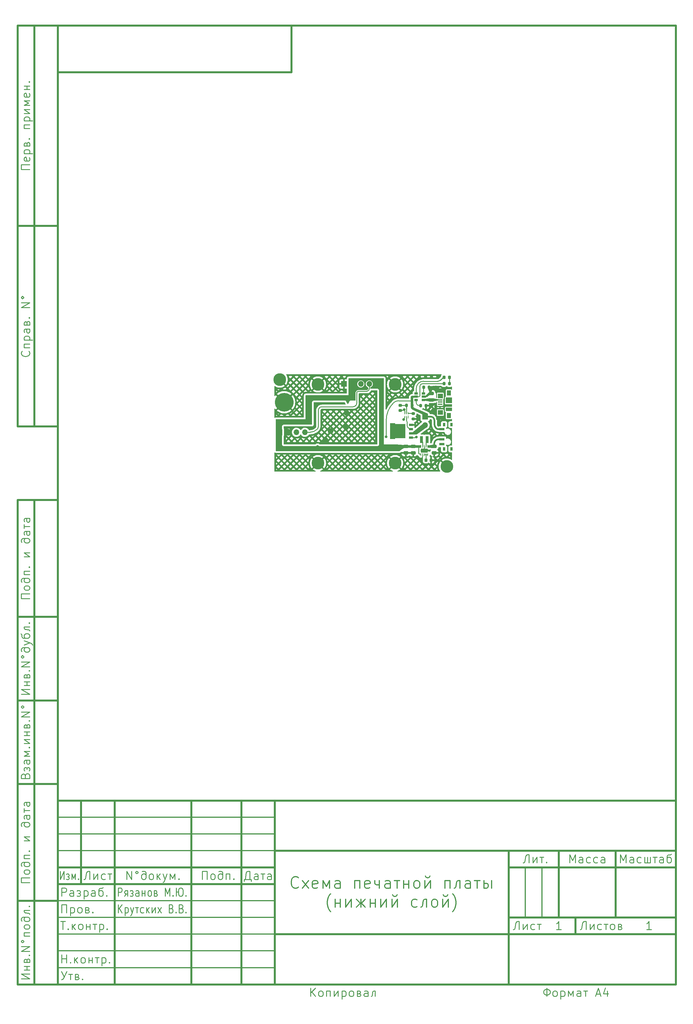
<source format=gbr>
%TF.GenerationSoftware,KiCad,Pcbnew,(6.0.0)*%
%TF.CreationDate,2022-01-12T10:47:11+03:00*%
%TF.ProjectId,Curse_PCB,43757273-655f-4504-9342-2e6b69636164,rev?*%
%TF.SameCoordinates,Original*%
%TF.FileFunction,Copper,L2,Bot*%
%TF.FilePolarity,Positive*%
%FSLAX46Y46*%
G04 Gerber Fmt 4.6, Leading zero omitted, Abs format (unit mm)*
G04 Created by KiCad (PCBNEW (6.0.0)) date 2022-01-12 10:47:11*
%MOMM*%
%LPD*%
G01*
G04 APERTURE LIST*
G04 Aperture macros list*
%AMRoundRect*
0 Rectangle with rounded corners*
0 $1 Rounding radius*
0 $2 $3 $4 $5 $6 $7 $8 $9 X,Y pos of 4 corners*
0 Add a 4 corners polygon primitive as box body*
4,1,4,$2,$3,$4,$5,$6,$7,$8,$9,$2,$3,0*
0 Add four circle primitives for the rounded corners*
1,1,$1+$1,$2,$3*
1,1,$1+$1,$4,$5*
1,1,$1+$1,$6,$7*
1,1,$1+$1,$8,$9*
0 Add four rect primitives between the rounded corners*
20,1,$1+$1,$2,$3,$4,$5,0*
20,1,$1+$1,$4,$5,$6,$7,0*
20,1,$1+$1,$6,$7,$8,$9,0*
20,1,$1+$1,$8,$9,$2,$3,0*%
%AMFreePoly0*
4,1,9,2.975000,-2.350000,1.425000,-2.350000,1.425000,-2.100000,-1.650000,-2.100000,-1.650000,2.100000,1.425000,2.100000,1.425000,2.350000,2.975000,2.350000,2.975000,-2.350000,2.975000,-2.350000,$1*%
G04 Aperture macros list end*
%ADD10C,0.100000*%
%ADD11C,0.600000*%
%ADD12C,0.300000*%
%ADD13C,0.250000*%
%ADD14C,0.350000*%
%ADD15C,0.500000*%
%TA.AperFunction,ComponentPad*%
%ADD16O,1.700000X1.700000*%
%TD*%
%TA.AperFunction,ComponentPad*%
%ADD17R,1.700000X1.700000*%
%TD*%
%TA.AperFunction,ComponentPad*%
%ADD18C,3.800000*%
%TD*%
%TA.AperFunction,ComponentPad*%
%ADD19C,5.600000*%
%TD*%
%TA.AperFunction,SMDPad,CuDef*%
%ADD20RoundRect,0.225000X-0.250000X0.225000X-0.250000X-0.225000X0.250000X-0.225000X0.250000X0.225000X0*%
%TD*%
%TA.AperFunction,SMDPad,CuDef*%
%ADD21RoundRect,0.250000X-0.475000X0.250000X-0.475000X-0.250000X0.475000X-0.250000X0.475000X0.250000X0*%
%TD*%
%TA.AperFunction,SMDPad,CuDef*%
%ADD22RoundRect,0.225000X-0.225000X-0.250000X0.225000X-0.250000X0.225000X0.250000X-0.225000X0.250000X0*%
%TD*%
%TA.AperFunction,SMDPad,CuDef*%
%ADD23R,0.280000X0.850000*%
%TD*%
%TA.AperFunction,SMDPad,CuDef*%
%ADD24R,0.280000X0.750000*%
%TD*%
%TA.AperFunction,SMDPad,CuDef*%
%ADD25RoundRect,0.062500X-0.062500X0.350000X-0.062500X-0.350000X0.062500X-0.350000X0.062500X0.350000X0*%
%TD*%
%TA.AperFunction,ComponentPad*%
%ADD26C,0.500000*%
%TD*%
%TA.AperFunction,SMDPad,CuDef*%
%ADD27R,2.000000X1.200000*%
%TD*%
%TA.AperFunction,SMDPad,CuDef*%
%ADD28R,0.850000X2.000000*%
%TD*%
%TA.AperFunction,SMDPad,CuDef*%
%ADD29RoundRect,0.200000X0.200000X0.275000X-0.200000X0.275000X-0.200000X-0.275000X0.200000X-0.275000X0*%
%TD*%
%TA.AperFunction,SMDPad,CuDef*%
%ADD30RoundRect,0.200000X-0.275000X0.200000X-0.275000X-0.200000X0.275000X-0.200000X0.275000X0.200000X0*%
%TD*%
%TA.AperFunction,SMDPad,CuDef*%
%ADD31R,1.150000X0.700000*%
%TD*%
%TA.AperFunction,SMDPad,CuDef*%
%ADD32FreePoly0,180.000000*%
%TD*%
%TA.AperFunction,SMDPad,CuDef*%
%ADD33RoundRect,0.250000X0.475000X-0.250000X0.475000X0.250000X-0.475000X0.250000X-0.475000X-0.250000X0*%
%TD*%
%TA.AperFunction,SMDPad,CuDef*%
%ADD34R,1.060000X0.650000*%
%TD*%
%TA.AperFunction,SMDPad,CuDef*%
%ADD35RoundRect,0.218750X-0.218750X-0.256250X0.218750X-0.256250X0.218750X0.256250X-0.218750X0.256250X0*%
%TD*%
%TA.AperFunction,SMDPad,CuDef*%
%ADD36RoundRect,0.200000X-0.200000X-0.275000X0.200000X-0.275000X0.200000X0.275000X-0.200000X0.275000X0*%
%TD*%
%TA.AperFunction,SMDPad,CuDef*%
%ADD37R,0.800000X1.000000*%
%TD*%
%TA.AperFunction,SMDPad,CuDef*%
%ADD38R,1.500000X0.700000*%
%TD*%
%TA.AperFunction,SMDPad,CuDef*%
%ADD39R,1.380000X0.450000*%
%TD*%
%TA.AperFunction,SMDPad,CuDef*%
%ADD40R,1.300000X1.650000*%
%TD*%
%TA.AperFunction,SMDPad,CuDef*%
%ADD41R,1.900000X1.000000*%
%TD*%
%TA.AperFunction,SMDPad,CuDef*%
%ADD42R,1.550000X1.425000*%
%TD*%
%TA.AperFunction,SMDPad,CuDef*%
%ADD43R,1.900000X1.800000*%
%TD*%
%TA.AperFunction,SMDPad,CuDef*%
%ADD44R,1.700000X1.700000*%
%TD*%
%TA.AperFunction,SMDPad,CuDef*%
%ADD45O,1.700000X1.700000*%
%TD*%
%TA.AperFunction,ViaPad*%
%ADD46C,0.800000*%
%TD*%
%TA.AperFunction,Conductor*%
%ADD47C,0.250000*%
%TD*%
%TA.AperFunction,Conductor*%
%ADD48C,0.500000*%
%TD*%
G04 APERTURE END LIST*
D10*
D11*
X20000000Y-292002200D02*
X20000000Y-5000000D01*
X205007200Y-5000000D01*
X205007200Y-292002200D01*
X20000000Y-292002200D01*
D10*
D11*
X8000000Y-232002200D02*
X20000000Y-232002200D01*
D10*
D11*
X8000000Y-207002200D02*
X20000000Y-207002200D01*
D10*
D11*
X8000000Y-182002200D02*
X20000000Y-182002200D01*
D10*
D11*
X90000000Y-5000000D02*
X90000000Y-19000000D01*
D10*
D11*
X20000000Y-19000000D02*
X90000000Y-19000000D01*
D10*
D11*
X8000000Y-147002200D02*
X20000000Y-147002200D01*
D10*
D11*
X8000000Y-292002200D02*
X20000000Y-292002200D01*
D10*
D11*
X8000000Y-267002200D02*
X20000000Y-267002200D01*
D10*
D11*
X85007200Y-237002200D02*
X85007200Y-292002200D01*
D10*
D11*
X75007200Y-237002200D02*
X75007200Y-292002200D01*
D10*
D11*
X60007200Y-237002200D02*
X60007200Y-292002200D01*
D10*
D11*
X37007200Y-237002200D02*
X37007200Y-292002200D01*
D10*
D11*
X27007200Y-237002200D02*
X27007200Y-262002200D01*
D10*
D12*
X20007200Y-252002200D02*
X85007200Y-252002200D01*
D10*
D12*
X20007200Y-247002200D02*
X85007200Y-247002200D01*
D10*
D12*
X20007200Y-242002200D02*
X85007200Y-242002200D01*
D10*
D11*
X20007200Y-262002200D02*
X85007200Y-262002200D01*
D10*
D11*
X20007200Y-257002200D02*
X85007200Y-257002200D01*
D10*
D12*
X20007200Y-287002200D02*
X85007200Y-287002200D01*
D10*
D12*
X20007200Y-282002200D02*
X85007200Y-282002200D01*
D10*
D12*
X20007200Y-277002200D02*
X85007200Y-277002200D01*
D10*
D12*
X20007200Y-272002200D02*
X85007200Y-272002200D01*
D10*
D12*
X20007200Y-267002200D02*
X85007200Y-267002200D01*
D10*
D11*
X20007200Y-237002200D02*
X205007200Y-237002200D01*
D10*
D11*
X8000000Y-147002200D02*
X8000000Y-292002200D01*
D10*
D11*
X13000000Y-147002200D02*
X13000000Y-292002200D01*
D10*
D12*
X160007200Y-257002200D02*
X160007200Y-272002200D01*
D10*
D12*
X165007200Y-257002200D02*
X165007200Y-272002200D01*
D10*
D11*
X170007200Y-252002200D02*
X170007200Y-272002200D01*
D10*
D11*
X187007200Y-252002200D02*
X187007200Y-272002200D01*
D10*
D11*
X155007200Y-272002200D02*
X205007200Y-272002200D01*
D10*
D11*
X155007200Y-257002200D02*
X205007200Y-257002200D01*
D10*
D11*
X155007200Y-252002200D02*
X155007200Y-292002200D01*
D10*
D11*
X85007200Y-277002200D02*
X205007200Y-277002200D01*
D10*
D11*
X85007200Y-252002200D02*
X205007200Y-252002200D01*
D10*
D11*
X20007200Y-292002200D02*
X20007200Y-237002200D01*
D10*
D11*
X175007200Y-272002200D02*
X175007200Y-277002200D01*
D10*
D11*
X8000000Y-5002200D02*
X20000000Y-5002200D01*
D10*
D11*
X8000000Y-65002200D02*
X20000000Y-65002200D01*
D10*
D11*
X8000000Y-125002200D02*
X20000000Y-125002200D01*
D10*
D11*
X8000000Y-5002200D02*
X8000000Y-125002200D01*
D10*
D11*
X13000000Y-5002200D02*
X13000000Y-125002200D01*
D10*
D13*
X40709580Y-260633152D02*
X40709580Y-258133152D01*
X42138152Y-260633152D01*
X42138152Y-258133152D01*
X43685771Y-258133152D02*
X43447676Y-258252200D01*
X43328628Y-258490295D01*
X43447676Y-258728390D01*
X43685771Y-258847438D01*
X43923866Y-258728390D01*
X44042914Y-258490295D01*
X43923866Y-258252200D01*
X43685771Y-258133152D01*
X46423866Y-259204580D02*
X46304819Y-259085533D01*
X46066723Y-258966485D01*
X45590533Y-258966485D01*
X45352438Y-259085533D01*
X45233390Y-259204580D01*
X45114342Y-259442676D01*
X45114342Y-260156961D01*
X45233390Y-260395057D01*
X45352438Y-260514104D01*
X45590533Y-260633152D01*
X45947676Y-260633152D01*
X46185771Y-260514104D01*
X46304819Y-260395057D01*
X46423866Y-260156961D01*
X46423866Y-258609342D01*
X46304819Y-258371247D01*
X46185771Y-258252200D01*
X45947676Y-258133152D01*
X45471485Y-258133152D01*
X45233390Y-258252200D01*
X47852438Y-260633152D02*
X47614342Y-260514104D01*
X47495295Y-260395057D01*
X47376247Y-260156961D01*
X47376247Y-259442676D01*
X47495295Y-259204580D01*
X47614342Y-259085533D01*
X47852438Y-258966485D01*
X48209580Y-258966485D01*
X48447676Y-259085533D01*
X48566723Y-259204580D01*
X48685771Y-259442676D01*
X48685771Y-260156961D01*
X48566723Y-260395057D01*
X48447676Y-260514104D01*
X48209580Y-260633152D01*
X47852438Y-260633152D01*
X49757200Y-258966485D02*
X49757200Y-260633152D01*
X49995295Y-259680771D02*
X50709580Y-260633152D01*
X50709580Y-258966485D02*
X49757200Y-259918866D01*
X51542914Y-258966485D02*
X52138152Y-260633152D01*
X52733390Y-258966485D02*
X52138152Y-260633152D01*
X51900057Y-261228390D01*
X51781009Y-261347438D01*
X51542914Y-261466485D01*
X53685771Y-260633152D02*
X53685771Y-258966485D01*
X54400057Y-260276009D01*
X55114342Y-258966485D01*
X55114342Y-260633152D01*
X56304819Y-260395057D02*
X56423866Y-260514104D01*
X56304819Y-260633152D01*
X56185771Y-260514104D01*
X56304819Y-260395057D01*
X56304819Y-260633152D01*
D10*
D13*
X10321428Y-229561723D02*
X10440476Y-229204580D01*
X10559523Y-229085533D01*
X10797619Y-228966485D01*
X11154761Y-228966485D01*
X11392857Y-229085533D01*
X11511904Y-229204580D01*
X11630952Y-229442676D01*
X11630952Y-230395057D01*
X9130952Y-230395057D01*
X9130952Y-229561723D01*
X9250000Y-229323628D01*
X9369047Y-229204580D01*
X9607142Y-229085533D01*
X9845238Y-229085533D01*
X10083333Y-229204580D01*
X10202380Y-229323628D01*
X10321428Y-229561723D01*
X10321428Y-230395057D01*
X10797619Y-227656961D02*
X10797619Y-227418866D01*
X10083333Y-228133152D02*
X9964285Y-227895057D01*
X9964285Y-227418866D01*
X10083333Y-227180771D01*
X10321428Y-227061723D01*
X10440476Y-227061723D01*
X10678571Y-227180771D01*
X10797619Y-227418866D01*
X10916666Y-227180771D01*
X11154761Y-227061723D01*
X11273809Y-227061723D01*
X11511904Y-227180771D01*
X11630952Y-227418866D01*
X11630952Y-227895057D01*
X11511904Y-228133152D01*
X11630952Y-224918866D02*
X10321428Y-224918866D01*
X10083333Y-225037914D01*
X9964285Y-225276009D01*
X9964285Y-225752200D01*
X10083333Y-225990295D01*
X11511904Y-224918866D02*
X11630952Y-225156961D01*
X11630952Y-225752200D01*
X11511904Y-225990295D01*
X11273809Y-226109342D01*
X11035714Y-226109342D01*
X10797619Y-225990295D01*
X10678571Y-225752200D01*
X10678571Y-225156961D01*
X10559523Y-224918866D01*
X11630952Y-223728390D02*
X9964285Y-223728390D01*
X11273809Y-223014104D01*
X9964285Y-222299819D01*
X11630952Y-222299819D01*
X11392857Y-221109342D02*
X11511904Y-220990295D01*
X11630952Y-221109342D01*
X11511904Y-221228390D01*
X11392857Y-221109342D01*
X11630952Y-221109342D01*
X9964285Y-219918866D02*
X11630952Y-219918866D01*
X9964285Y-218728390D01*
X11630952Y-218728390D01*
X10797619Y-217537914D02*
X10797619Y-216466485D01*
X9964285Y-217537914D02*
X11630952Y-217537914D01*
X9964285Y-216466485D02*
X11630952Y-216466485D01*
X10797619Y-214680771D02*
X10916666Y-214323628D01*
X11154761Y-214204580D01*
X11273809Y-214204580D01*
X11511904Y-214323628D01*
X11630952Y-214561723D01*
X11630952Y-215276009D01*
X9964285Y-215276009D01*
X9964285Y-214680771D01*
X10083333Y-214442676D01*
X10321428Y-214323628D01*
X10440476Y-214323628D01*
X10678571Y-214442676D01*
X10797619Y-214680771D01*
X10797619Y-215276009D01*
X11392857Y-213133152D02*
X11511904Y-213014104D01*
X11630952Y-213133152D01*
X11511904Y-213252200D01*
X11392857Y-213133152D01*
X11630952Y-213133152D01*
X11630952Y-211942676D02*
X9130952Y-211942676D01*
X11630952Y-210514104D01*
X9130952Y-210514104D01*
X9130952Y-208966485D02*
X9250000Y-209204580D01*
X9488095Y-209323628D01*
X9726190Y-209204580D01*
X9845238Y-208966485D01*
X9726190Y-208728390D01*
X9488095Y-208609342D01*
X9250000Y-208728390D01*
X9130952Y-208966485D01*
D10*
D13*
X77983390Y-261228390D02*
X77983390Y-260633152D01*
X75840533Y-260633152D01*
X75840533Y-261228390D01*
X77507200Y-260633152D02*
X77507200Y-258133152D01*
X76911961Y-258133152D01*
X76673866Y-258252200D01*
X76554819Y-258371247D01*
X76435771Y-258609342D01*
X76197676Y-260633152D01*
X80007200Y-260633152D02*
X80007200Y-259323628D01*
X79888152Y-259085533D01*
X79650057Y-258966485D01*
X79173866Y-258966485D01*
X78935771Y-259085533D01*
X80007200Y-260514104D02*
X79769104Y-260633152D01*
X79173866Y-260633152D01*
X78935771Y-260514104D01*
X78816723Y-260276009D01*
X78816723Y-260037914D01*
X78935771Y-259799819D01*
X79173866Y-259680771D01*
X79769104Y-259680771D01*
X80007200Y-259561723D01*
X80840533Y-258966485D02*
X82031009Y-258966485D01*
X81435771Y-258966485D02*
X81435771Y-260633152D01*
X83935771Y-260633152D02*
X83935771Y-259323628D01*
X83816723Y-259085533D01*
X83578628Y-258966485D01*
X83102438Y-258966485D01*
X82864342Y-259085533D01*
X83935771Y-260514104D02*
X83697676Y-260633152D01*
X83102438Y-260633152D01*
X82864342Y-260514104D01*
X82745295Y-260276009D01*
X82745295Y-260037914D01*
X82864342Y-259799819D01*
X83102438Y-259680771D01*
X83697676Y-259680771D01*
X83935771Y-259561723D01*
D10*
D13*
X20822225Y-258133152D02*
X20822225Y-260633152D01*
X21896215Y-258133152D01*
X21896215Y-260633152D01*
X22970205Y-259799819D02*
X23149203Y-259799819D01*
X22612208Y-259085533D02*
X22791206Y-258966485D01*
X23149203Y-258966485D01*
X23328201Y-259085533D01*
X23417700Y-259323628D01*
X23417700Y-259442676D01*
X23328201Y-259680771D01*
X23149203Y-259799819D01*
X23328201Y-259918866D01*
X23417700Y-260156961D01*
X23417700Y-260276009D01*
X23328201Y-260514104D01*
X23149203Y-260633152D01*
X22791206Y-260633152D01*
X22612208Y-260514104D01*
X24223193Y-260633152D02*
X24223193Y-258966485D01*
X24760188Y-260276009D01*
X25297182Y-258966485D01*
X25297182Y-260633152D01*
X26192174Y-260395057D02*
X26281673Y-260514104D01*
X26192174Y-260633152D01*
X26102675Y-260514104D01*
X26192174Y-260395057D01*
X26192174Y-260633152D01*
D10*
D13*
X9130952Y-205156961D02*
X11630952Y-205156961D01*
X9130952Y-203728390D01*
X11630952Y-203728390D01*
X10797619Y-202537914D02*
X10797619Y-201466485D01*
X9964285Y-202537914D02*
X11630952Y-202537914D01*
X9964285Y-201466485D02*
X11630952Y-201466485D01*
X10797619Y-199680771D02*
X10916666Y-199323628D01*
X11154761Y-199204580D01*
X11273809Y-199204580D01*
X11511904Y-199323628D01*
X11630952Y-199561723D01*
X11630952Y-200276009D01*
X9964285Y-200276009D01*
X9964285Y-199680771D01*
X10083333Y-199442676D01*
X10321428Y-199323628D01*
X10440476Y-199323628D01*
X10678571Y-199442676D01*
X10797619Y-199680771D01*
X10797619Y-200276009D01*
X11392857Y-198133152D02*
X11511904Y-198014104D01*
X11630952Y-198133152D01*
X11511904Y-198252200D01*
X11392857Y-198133152D01*
X11630952Y-198133152D01*
X11630952Y-196942676D02*
X9130952Y-196942676D01*
X11630952Y-195514104D01*
X9130952Y-195514104D01*
X9130952Y-193966485D02*
X9250000Y-194204580D01*
X9488095Y-194323628D01*
X9726190Y-194204580D01*
X9845238Y-193966485D01*
X9726190Y-193728390D01*
X9488095Y-193609342D01*
X9250000Y-193728390D01*
X9130952Y-193966485D01*
X10202380Y-191228390D02*
X10083333Y-191347438D01*
X9964285Y-191585533D01*
X9964285Y-192061723D01*
X10083333Y-192299819D01*
X10202380Y-192418866D01*
X10440476Y-192537914D01*
X11154761Y-192537914D01*
X11392857Y-192418866D01*
X11511904Y-192299819D01*
X11630952Y-192061723D01*
X11630952Y-191704580D01*
X11511904Y-191466485D01*
X11392857Y-191347438D01*
X11154761Y-191228390D01*
X9607142Y-191228390D01*
X9369047Y-191347438D01*
X9250000Y-191466485D01*
X9130952Y-191704580D01*
X9130952Y-192180771D01*
X9250000Y-192418866D01*
X9964285Y-190395057D02*
X11630952Y-189799819D01*
X9964285Y-189204580D02*
X11630952Y-189799819D01*
X12226190Y-190037914D01*
X12345238Y-190156961D01*
X12464285Y-190395057D01*
X9011904Y-187061723D02*
X9130952Y-187180771D01*
X9250000Y-187418866D01*
X9250000Y-187895057D01*
X9369047Y-188133152D01*
X9488095Y-188252200D01*
X9726190Y-188371247D01*
X11154761Y-188371247D01*
X11392857Y-188252200D01*
X11511904Y-188133152D01*
X11630952Y-187895057D01*
X11630952Y-187537914D01*
X11511904Y-187299819D01*
X11392857Y-187180771D01*
X11154761Y-187061723D01*
X10440476Y-187061723D01*
X10202380Y-187180771D01*
X10083333Y-187299819D01*
X9964285Y-187537914D01*
X9964285Y-188014104D01*
X10083333Y-188252200D01*
X10202380Y-188371247D01*
X11630952Y-185037914D02*
X9964285Y-185037914D01*
X9964285Y-185395057D01*
X10083333Y-185633152D01*
X10321428Y-185752200D01*
X11273809Y-185871247D01*
X11511904Y-185990295D01*
X11630952Y-186228390D01*
X11392857Y-183847438D02*
X11511904Y-183728390D01*
X11630952Y-183847438D01*
X11511904Y-183966485D01*
X11392857Y-183847438D01*
X11630952Y-183847438D01*
D10*
D13*
X9130952Y-290335533D02*
X11630952Y-290335533D01*
X9130952Y-288906961D01*
X11630952Y-288906961D01*
X10797619Y-287716485D02*
X10797619Y-286645057D01*
X9964285Y-287716485D02*
X11630952Y-287716485D01*
X9964285Y-286645057D02*
X11630952Y-286645057D01*
X10797619Y-284859342D02*
X10916666Y-284502200D01*
X11154761Y-284383152D01*
X11273809Y-284383152D01*
X11511904Y-284502200D01*
X11630952Y-284740295D01*
X11630952Y-285454580D01*
X9964285Y-285454580D01*
X9964285Y-284859342D01*
X10083333Y-284621247D01*
X10321428Y-284502200D01*
X10440476Y-284502200D01*
X10678571Y-284621247D01*
X10797619Y-284859342D01*
X10797619Y-285454580D01*
X11392857Y-283311723D02*
X11511904Y-283192676D01*
X11630952Y-283311723D01*
X11511904Y-283430771D01*
X11392857Y-283311723D01*
X11630952Y-283311723D01*
X11630952Y-282121247D02*
X9130952Y-282121247D01*
X11630952Y-280692676D01*
X9130952Y-280692676D01*
X9130952Y-279145057D02*
X9250000Y-279383152D01*
X9488095Y-279502200D01*
X9726190Y-279383152D01*
X9845238Y-279145057D01*
X9726190Y-278906961D01*
X9488095Y-278787914D01*
X9250000Y-278906961D01*
X9130952Y-279145057D01*
X11630952Y-277597438D02*
X9964285Y-277597438D01*
X9964285Y-276526009D01*
X11630952Y-276526009D01*
X11630952Y-274978390D02*
X11511904Y-275216485D01*
X11392857Y-275335533D01*
X11154761Y-275454580D01*
X10440476Y-275454580D01*
X10202380Y-275335533D01*
X10083333Y-275216485D01*
X9964285Y-274978390D01*
X9964285Y-274621247D01*
X10083333Y-274383152D01*
X10202380Y-274264104D01*
X10440476Y-274145057D01*
X11154761Y-274145057D01*
X11392857Y-274264104D01*
X11511904Y-274383152D01*
X11630952Y-274621247D01*
X11630952Y-274978390D01*
X10202380Y-271883152D02*
X10083333Y-272002200D01*
X9964285Y-272240295D01*
X9964285Y-272716485D01*
X10083333Y-272954580D01*
X10202380Y-273073628D01*
X10440476Y-273192676D01*
X11154761Y-273192676D01*
X11392857Y-273073628D01*
X11511904Y-272954580D01*
X11630952Y-272716485D01*
X11630952Y-272359342D01*
X11511904Y-272121247D01*
X11392857Y-272002200D01*
X11154761Y-271883152D01*
X9607142Y-271883152D01*
X9369047Y-272002200D01*
X9250000Y-272121247D01*
X9130952Y-272359342D01*
X9130952Y-272835533D01*
X9250000Y-273073628D01*
X11630952Y-269859342D02*
X9964285Y-269859342D01*
X9964285Y-270216485D01*
X10083333Y-270454580D01*
X10321428Y-270573628D01*
X11273809Y-270692676D01*
X11511904Y-270811723D01*
X11630952Y-271049819D01*
X11392857Y-268668866D02*
X11511904Y-268549819D01*
X11630952Y-268668866D01*
X11511904Y-268787914D01*
X11392857Y-268668866D01*
X11630952Y-268668866D01*
D10*
D13*
X95727438Y-295633152D02*
X95727438Y-293133152D01*
X97156009Y-295633152D02*
X96084580Y-294204580D01*
X97156009Y-293133152D02*
X95727438Y-294561723D01*
X98584580Y-295633152D02*
X98346485Y-295514104D01*
X98227438Y-295395057D01*
X98108390Y-295156961D01*
X98108390Y-294442676D01*
X98227438Y-294204580D01*
X98346485Y-294085533D01*
X98584580Y-293966485D01*
X98941723Y-293966485D01*
X99179819Y-294085533D01*
X99298866Y-294204580D01*
X99417914Y-294442676D01*
X99417914Y-295156961D01*
X99298866Y-295395057D01*
X99179819Y-295514104D01*
X98941723Y-295633152D01*
X98584580Y-295633152D01*
X100489342Y-295633152D02*
X100489342Y-293966485D01*
X101560771Y-293966485D01*
X101560771Y-295633152D01*
X102751247Y-293966485D02*
X102751247Y-295633152D01*
X103941723Y-293966485D01*
X103941723Y-295633152D01*
X105132200Y-293966485D02*
X105132200Y-296466485D01*
X105132200Y-294085533D02*
X105370295Y-293966485D01*
X105846485Y-293966485D01*
X106084580Y-294085533D01*
X106203628Y-294204580D01*
X106322676Y-294442676D01*
X106322676Y-295156961D01*
X106203628Y-295395057D01*
X106084580Y-295514104D01*
X105846485Y-295633152D01*
X105370295Y-295633152D01*
X105132200Y-295514104D01*
X107751247Y-295633152D02*
X107513152Y-295514104D01*
X107394104Y-295395057D01*
X107275057Y-295156961D01*
X107275057Y-294442676D01*
X107394104Y-294204580D01*
X107513152Y-294085533D01*
X107751247Y-293966485D01*
X108108390Y-293966485D01*
X108346485Y-294085533D01*
X108465533Y-294204580D01*
X108584580Y-294442676D01*
X108584580Y-295156961D01*
X108465533Y-295395057D01*
X108346485Y-295514104D01*
X108108390Y-295633152D01*
X107751247Y-295633152D01*
X110251247Y-294799819D02*
X110608390Y-294918866D01*
X110727438Y-295156961D01*
X110727438Y-295276009D01*
X110608390Y-295514104D01*
X110370295Y-295633152D01*
X109656009Y-295633152D01*
X109656009Y-293966485D01*
X110251247Y-293966485D01*
X110489342Y-294085533D01*
X110608390Y-294323628D01*
X110608390Y-294442676D01*
X110489342Y-294680771D01*
X110251247Y-294799819D01*
X109656009Y-294799819D01*
X112870295Y-295633152D02*
X112870295Y-294323628D01*
X112751247Y-294085533D01*
X112513152Y-293966485D01*
X112036961Y-293966485D01*
X111798866Y-294085533D01*
X112870295Y-295514104D02*
X112632200Y-295633152D01*
X112036961Y-295633152D01*
X111798866Y-295514104D01*
X111679819Y-295276009D01*
X111679819Y-295037914D01*
X111798866Y-294799819D01*
X112036961Y-294680771D01*
X112632200Y-294680771D01*
X112870295Y-294561723D01*
X115013152Y-295633152D02*
X115013152Y-293966485D01*
X114656009Y-293966485D01*
X114417914Y-294085533D01*
X114298866Y-294323628D01*
X114179819Y-295276009D01*
X114060771Y-295514104D01*
X113822676Y-295633152D01*
D10*
D13*
X158156009Y-275633152D02*
X158156009Y-273133152D01*
X157798866Y-273133152D01*
X157441723Y-273252200D01*
X157203628Y-273490295D01*
X157084580Y-273847438D01*
X156846485Y-275276009D01*
X156727438Y-275514104D01*
X156489342Y-275633152D01*
X156370295Y-275633152D01*
X159346485Y-273966485D02*
X159346485Y-275633152D01*
X160536961Y-273966485D01*
X160536961Y-275633152D01*
X162798866Y-275514104D02*
X162560771Y-275633152D01*
X162084580Y-275633152D01*
X161846485Y-275514104D01*
X161727438Y-275395057D01*
X161608390Y-275156961D01*
X161608390Y-274442676D01*
X161727438Y-274204580D01*
X161846485Y-274085533D01*
X162084580Y-273966485D01*
X162560771Y-273966485D01*
X162798866Y-274085533D01*
X163513152Y-273966485D02*
X164703628Y-273966485D01*
X164108390Y-273966485D02*
X164108390Y-275633152D01*
D10*
D13*
X29626247Y-260633152D02*
X29626247Y-258133152D01*
X29269104Y-258133152D01*
X28911961Y-258252200D01*
X28673866Y-258490295D01*
X28554819Y-258847438D01*
X28316723Y-260276009D01*
X28197676Y-260514104D01*
X27959580Y-260633152D01*
X27840533Y-260633152D01*
X30816723Y-258966485D02*
X30816723Y-260633152D01*
X32007200Y-258966485D01*
X32007200Y-260633152D01*
X34269104Y-260514104D02*
X34031009Y-260633152D01*
X33554819Y-260633152D01*
X33316723Y-260514104D01*
X33197676Y-260395057D01*
X33078628Y-260156961D01*
X33078628Y-259442676D01*
X33197676Y-259204580D01*
X33316723Y-259085533D01*
X33554819Y-258966485D01*
X34031009Y-258966485D01*
X34269104Y-259085533D01*
X34983390Y-258966485D02*
X36173866Y-258966485D01*
X35578628Y-258966485D02*
X35578628Y-260633152D01*
D10*
D13*
X178156009Y-275633152D02*
X178156009Y-273133152D01*
X177798866Y-273133152D01*
X177441723Y-273252200D01*
X177203628Y-273490295D01*
X177084580Y-273847438D01*
X176846485Y-275276009D01*
X176727438Y-275514104D01*
X176489342Y-275633152D01*
X176370295Y-275633152D01*
X179346485Y-273966485D02*
X179346485Y-275633152D01*
X180536961Y-273966485D01*
X180536961Y-275633152D01*
X182798866Y-275514104D02*
X182560771Y-275633152D01*
X182084580Y-275633152D01*
X181846485Y-275514104D01*
X181727438Y-275395057D01*
X181608390Y-275156961D01*
X181608390Y-274442676D01*
X181727438Y-274204580D01*
X181846485Y-274085533D01*
X182084580Y-273966485D01*
X182560771Y-273966485D01*
X182798866Y-274085533D01*
X183513152Y-273966485D02*
X184703628Y-273966485D01*
X184108390Y-273966485D02*
X184108390Y-275633152D01*
X185894104Y-275633152D02*
X185656009Y-275514104D01*
X185536961Y-275395057D01*
X185417914Y-275156961D01*
X185417914Y-274442676D01*
X185536961Y-274204580D01*
X185656009Y-274085533D01*
X185894104Y-273966485D01*
X186251247Y-273966485D01*
X186489342Y-274085533D01*
X186608390Y-274204580D01*
X186727438Y-274442676D01*
X186727438Y-275156961D01*
X186608390Y-275395057D01*
X186489342Y-275514104D01*
X186251247Y-275633152D01*
X185894104Y-275633152D01*
X188394104Y-274799819D02*
X188751247Y-274918866D01*
X188870295Y-275156961D01*
X188870295Y-275276009D01*
X188751247Y-275514104D01*
X188513152Y-275633152D01*
X187798866Y-275633152D01*
X187798866Y-273966485D01*
X188394104Y-273966485D01*
X188632200Y-274085533D01*
X188751247Y-274323628D01*
X188751247Y-274442676D01*
X188632200Y-274680771D01*
X188394104Y-274799819D01*
X187798866Y-274799819D01*
D10*
D13*
X161102438Y-255633152D02*
X161102438Y-253133152D01*
X160745295Y-253133152D01*
X160388152Y-253252200D01*
X160150057Y-253490295D01*
X160031009Y-253847438D01*
X159792914Y-255276009D01*
X159673866Y-255514104D01*
X159435771Y-255633152D01*
X159316723Y-255633152D01*
X162292914Y-253966485D02*
X162292914Y-255633152D01*
X163483390Y-253966485D01*
X163483390Y-255633152D01*
X164316723Y-253966485D02*
X165507200Y-253966485D01*
X164911961Y-253966485D02*
X164911961Y-255633152D01*
X166340533Y-255395057D02*
X166459580Y-255514104D01*
X166340533Y-255633152D01*
X166221485Y-255514104D01*
X166340533Y-255395057D01*
X166340533Y-255633152D01*
D10*
D13*
X173269104Y-255633152D02*
X173269104Y-253133152D01*
X174102438Y-254918866D01*
X174935771Y-253133152D01*
X174935771Y-255633152D01*
X177197676Y-255633152D02*
X177197676Y-254323628D01*
X177078628Y-254085533D01*
X176840533Y-253966485D01*
X176364342Y-253966485D01*
X176126247Y-254085533D01*
X177197676Y-255514104D02*
X176959580Y-255633152D01*
X176364342Y-255633152D01*
X176126247Y-255514104D01*
X176007200Y-255276009D01*
X176007200Y-255037914D01*
X176126247Y-254799819D01*
X176364342Y-254680771D01*
X176959580Y-254680771D01*
X177197676Y-254561723D01*
X179459580Y-255514104D02*
X179221485Y-255633152D01*
X178745295Y-255633152D01*
X178507200Y-255514104D01*
X178388152Y-255395057D01*
X178269104Y-255156961D01*
X178269104Y-254442676D01*
X178388152Y-254204580D01*
X178507200Y-254085533D01*
X178745295Y-253966485D01*
X179221485Y-253966485D01*
X179459580Y-254085533D01*
X181602438Y-255514104D02*
X181364342Y-255633152D01*
X180888152Y-255633152D01*
X180650057Y-255514104D01*
X180531009Y-255395057D01*
X180411961Y-255156961D01*
X180411961Y-254442676D01*
X180531009Y-254204580D01*
X180650057Y-254085533D01*
X180888152Y-253966485D01*
X181364342Y-253966485D01*
X181602438Y-254085533D01*
X183745295Y-255633152D02*
X183745295Y-254323628D01*
X183626247Y-254085533D01*
X183388152Y-253966485D01*
X182911961Y-253966485D01*
X182673866Y-254085533D01*
X183745295Y-255514104D02*
X183507200Y-255633152D01*
X182911961Y-255633152D01*
X182673866Y-255514104D01*
X182554819Y-255276009D01*
X182554819Y-255037914D01*
X182673866Y-254799819D01*
X182911961Y-254680771D01*
X183507200Y-254680771D01*
X183745295Y-254561723D01*
D10*
D13*
X188447676Y-255633152D02*
X188447676Y-253133152D01*
X189281009Y-254918866D01*
X190114342Y-253133152D01*
X190114342Y-255633152D01*
X192376247Y-255633152D02*
X192376247Y-254323628D01*
X192257200Y-254085533D01*
X192019104Y-253966485D01*
X191542914Y-253966485D01*
X191304819Y-254085533D01*
X192376247Y-255514104D02*
X192138152Y-255633152D01*
X191542914Y-255633152D01*
X191304819Y-255514104D01*
X191185771Y-255276009D01*
X191185771Y-255037914D01*
X191304819Y-254799819D01*
X191542914Y-254680771D01*
X192138152Y-254680771D01*
X192376247Y-254561723D01*
X194638152Y-255514104D02*
X194400057Y-255633152D01*
X193923866Y-255633152D01*
X193685771Y-255514104D01*
X193566723Y-255395057D01*
X193447676Y-255156961D01*
X193447676Y-254442676D01*
X193566723Y-254204580D01*
X193685771Y-254085533D01*
X193923866Y-253966485D01*
X194400057Y-253966485D01*
X194638152Y-254085533D01*
X196542914Y-253966485D02*
X196542914Y-255633152D01*
X195709580Y-253966485D02*
X195709580Y-255633152D01*
X197376247Y-255633152D01*
X197376247Y-253966485D01*
X198209580Y-253966485D02*
X199400057Y-253966485D01*
X198804819Y-253966485D02*
X198804819Y-255633152D01*
X201304819Y-255633152D02*
X201304819Y-254323628D01*
X201185771Y-254085533D01*
X200947676Y-253966485D01*
X200471485Y-253966485D01*
X200233390Y-254085533D01*
X201304819Y-255514104D02*
X201066723Y-255633152D01*
X200471485Y-255633152D01*
X200233390Y-255514104D01*
X200114342Y-255276009D01*
X200114342Y-255037914D01*
X200233390Y-254799819D01*
X200471485Y-254680771D01*
X201066723Y-254680771D01*
X201304819Y-254561723D01*
X203685771Y-253014104D02*
X203566723Y-253133152D01*
X203328628Y-253252200D01*
X202852438Y-253252200D01*
X202614342Y-253371247D01*
X202495295Y-253490295D01*
X202376247Y-253728390D01*
X202376247Y-255156961D01*
X202495295Y-255395057D01*
X202614342Y-255514104D01*
X202852438Y-255633152D01*
X203209580Y-255633152D01*
X203447676Y-255514104D01*
X203566723Y-255395057D01*
X203685771Y-255156961D01*
X203685771Y-254442676D01*
X203566723Y-254204580D01*
X203447676Y-254085533D01*
X203209580Y-253966485D01*
X202733390Y-253966485D01*
X202495295Y-254085533D01*
X202376247Y-254204580D01*
D10*
D13*
X21227438Y-285633152D02*
X21227438Y-283133152D01*
X21227438Y-284323628D02*
X22656009Y-284323628D01*
X22656009Y-285633152D02*
X22656009Y-283133152D01*
X23846485Y-285395057D02*
X23965533Y-285514104D01*
X23846485Y-285633152D01*
X23727438Y-285514104D01*
X23846485Y-285395057D01*
X23846485Y-285633152D01*
X25036961Y-283966485D02*
X25036961Y-285633152D01*
X25275057Y-284680771D02*
X25989342Y-285633152D01*
X25989342Y-283966485D02*
X25036961Y-284918866D01*
X27417914Y-285633152D02*
X27179819Y-285514104D01*
X27060771Y-285395057D01*
X26941723Y-285156961D01*
X26941723Y-284442676D01*
X27060771Y-284204580D01*
X27179819Y-284085533D01*
X27417914Y-283966485D01*
X27775057Y-283966485D01*
X28013152Y-284085533D01*
X28132200Y-284204580D01*
X28251247Y-284442676D01*
X28251247Y-285156961D01*
X28132200Y-285395057D01*
X28013152Y-285514104D01*
X27775057Y-285633152D01*
X27417914Y-285633152D01*
X29322676Y-284799819D02*
X30394104Y-284799819D01*
X29322676Y-283966485D02*
X29322676Y-285633152D01*
X30394104Y-283966485D02*
X30394104Y-285633152D01*
X31227438Y-283966485D02*
X32417914Y-283966485D01*
X31822676Y-283966485D02*
X31822676Y-285633152D01*
X33251247Y-283966485D02*
X33251247Y-286466485D01*
X33251247Y-284085533D02*
X33489342Y-283966485D01*
X33965533Y-283966485D01*
X34203628Y-284085533D01*
X34322676Y-284204580D01*
X34441723Y-284442676D01*
X34441723Y-285156961D01*
X34322676Y-285395057D01*
X34203628Y-285514104D01*
X33965533Y-285633152D01*
X33489342Y-285633152D01*
X33251247Y-285514104D01*
X35513152Y-285395057D02*
X35632200Y-285514104D01*
X35513152Y-285633152D01*
X35394104Y-285514104D01*
X35513152Y-285395057D01*
X35513152Y-285633152D01*
D10*
D13*
X11630952Y-48097438D02*
X9130952Y-48097438D01*
X9130952Y-46668866D01*
X11630952Y-46668866D01*
X11511904Y-44526009D02*
X11630952Y-44764104D01*
X11630952Y-45240295D01*
X11511904Y-45478390D01*
X11273809Y-45597438D01*
X10321428Y-45597438D01*
X10083333Y-45478390D01*
X9964285Y-45240295D01*
X9964285Y-44764104D01*
X10083333Y-44526009D01*
X10321428Y-44406961D01*
X10559523Y-44406961D01*
X10797619Y-45597438D01*
X9964285Y-43335533D02*
X12464285Y-43335533D01*
X10083333Y-43335533D02*
X9964285Y-43097438D01*
X9964285Y-42621247D01*
X10083333Y-42383152D01*
X10202380Y-42264104D01*
X10440476Y-42145057D01*
X11154761Y-42145057D01*
X11392857Y-42264104D01*
X11511904Y-42383152D01*
X11630952Y-42621247D01*
X11630952Y-43097438D01*
X11511904Y-43335533D01*
X10797619Y-40478390D02*
X10916666Y-40121247D01*
X11154761Y-40002200D01*
X11273809Y-40002200D01*
X11511904Y-40121247D01*
X11630952Y-40359342D01*
X11630952Y-41073628D01*
X9964285Y-41073628D01*
X9964285Y-40478390D01*
X10083333Y-40240295D01*
X10321428Y-40121247D01*
X10440476Y-40121247D01*
X10678571Y-40240295D01*
X10797619Y-40478390D01*
X10797619Y-41073628D01*
X11392857Y-38930771D02*
X11511904Y-38811723D01*
X11630952Y-38930771D01*
X11511904Y-39049819D01*
X11392857Y-38930771D01*
X11630952Y-38930771D01*
X11630952Y-35835533D02*
X9964285Y-35835533D01*
X9964285Y-34764104D01*
X11630952Y-34764104D01*
X9964285Y-33573628D02*
X12464285Y-33573628D01*
X10083333Y-33573628D02*
X9964285Y-33335533D01*
X9964285Y-32859342D01*
X10083333Y-32621247D01*
X10202380Y-32502200D01*
X10440476Y-32383152D01*
X11154761Y-32383152D01*
X11392857Y-32502200D01*
X11511904Y-32621247D01*
X11630952Y-32859342D01*
X11630952Y-33335533D01*
X11511904Y-33573628D01*
X9964285Y-31311723D02*
X11630952Y-31311723D01*
X9964285Y-30121247D01*
X11630952Y-30121247D01*
X11630952Y-28930771D02*
X9964285Y-28930771D01*
X11273809Y-28216485D01*
X9964285Y-27502200D01*
X11630952Y-27502200D01*
X11511904Y-25359342D02*
X11630952Y-25597438D01*
X11630952Y-26073628D01*
X11511904Y-26311723D01*
X11273809Y-26430771D01*
X10321428Y-26430771D01*
X10083333Y-26311723D01*
X9964285Y-26073628D01*
X9964285Y-25597438D01*
X10083333Y-25359342D01*
X10321428Y-25240295D01*
X10559523Y-25240295D01*
X10797619Y-26430771D01*
X10797619Y-24168866D02*
X10797619Y-23097438D01*
X9964285Y-24168866D02*
X11630952Y-24168866D01*
X9964285Y-23097438D02*
X11630952Y-23097438D01*
X11392857Y-21906961D02*
X11511904Y-21787914D01*
X11630952Y-21906961D01*
X11511904Y-22026009D01*
X11392857Y-21906961D01*
X11630952Y-21906961D01*
D10*
D13*
X11630952Y-261526009D02*
X9130952Y-261526009D01*
X9130952Y-260097438D01*
X11630952Y-260097438D01*
X11630952Y-258549819D02*
X11511904Y-258787914D01*
X11392857Y-258906961D01*
X11154761Y-259026009D01*
X10440476Y-259026009D01*
X10202380Y-258906961D01*
X10083333Y-258787914D01*
X9964285Y-258549819D01*
X9964285Y-258192676D01*
X10083333Y-257954580D01*
X10202380Y-257835533D01*
X10440476Y-257716485D01*
X11154761Y-257716485D01*
X11392857Y-257835533D01*
X11511904Y-257954580D01*
X11630952Y-258192676D01*
X11630952Y-258549819D01*
X10202380Y-255454580D02*
X10083333Y-255573628D01*
X9964285Y-255811723D01*
X9964285Y-256287914D01*
X10083333Y-256526009D01*
X10202380Y-256645057D01*
X10440476Y-256764104D01*
X11154761Y-256764104D01*
X11392857Y-256645057D01*
X11511904Y-256526009D01*
X11630952Y-256287914D01*
X11630952Y-255930771D01*
X11511904Y-255692676D01*
X11392857Y-255573628D01*
X11154761Y-255454580D01*
X9607142Y-255454580D01*
X9369047Y-255573628D01*
X9250000Y-255692676D01*
X9130952Y-255930771D01*
X9130952Y-256406961D01*
X9250000Y-256645057D01*
X11630952Y-254383152D02*
X9964285Y-254383152D01*
X9964285Y-253311723D01*
X11630952Y-253311723D01*
X11392857Y-252121247D02*
X11511904Y-252002200D01*
X11630952Y-252121247D01*
X11511904Y-252240295D01*
X11392857Y-252121247D01*
X11630952Y-252121247D01*
X9964285Y-249026009D02*
X11630952Y-249026009D01*
X9964285Y-247835533D01*
X11630952Y-247835533D01*
X10202380Y-243549819D02*
X10083333Y-243668866D01*
X9964285Y-243906961D01*
X9964285Y-244383152D01*
X10083333Y-244621247D01*
X10202380Y-244740295D01*
X10440476Y-244859342D01*
X11154761Y-244859342D01*
X11392857Y-244740295D01*
X11511904Y-244621247D01*
X11630952Y-244383152D01*
X11630952Y-244026009D01*
X11511904Y-243787914D01*
X11392857Y-243668866D01*
X11154761Y-243549819D01*
X9607142Y-243549819D01*
X9369047Y-243668866D01*
X9250000Y-243787914D01*
X9130952Y-244026009D01*
X9130952Y-244502200D01*
X9250000Y-244740295D01*
X11630952Y-241406961D02*
X10321428Y-241406961D01*
X10083333Y-241526009D01*
X9964285Y-241764104D01*
X9964285Y-242240295D01*
X10083333Y-242478390D01*
X11511904Y-241406961D02*
X11630952Y-241645057D01*
X11630952Y-242240295D01*
X11511904Y-242478390D01*
X11273809Y-242597438D01*
X11035714Y-242597438D01*
X10797619Y-242478390D01*
X10678571Y-242240295D01*
X10678571Y-241645057D01*
X10559523Y-241406961D01*
X9964285Y-240573628D02*
X9964285Y-239383152D01*
X9964285Y-239978390D02*
X11630952Y-239978390D01*
X11630952Y-237478390D02*
X10321428Y-237478390D01*
X10083333Y-237597438D01*
X9964285Y-237835533D01*
X9964285Y-238311723D01*
X10083333Y-238549819D01*
X11511904Y-237478390D02*
X11630952Y-237716485D01*
X11630952Y-238311723D01*
X11511904Y-238549819D01*
X11273809Y-238668866D01*
X11035714Y-238668866D01*
X10797619Y-238549819D01*
X10678571Y-238311723D01*
X10678571Y-237716485D01*
X10559523Y-237478390D01*
D10*
D13*
X11630952Y-176526009D02*
X9130952Y-176526009D01*
X9130952Y-175097438D01*
X11630952Y-175097438D01*
X11630952Y-173549819D02*
X11511904Y-173787914D01*
X11392857Y-173906961D01*
X11154761Y-174026009D01*
X10440476Y-174026009D01*
X10202380Y-173906961D01*
X10083333Y-173787914D01*
X9964285Y-173549819D01*
X9964285Y-173192676D01*
X10083333Y-172954580D01*
X10202380Y-172835533D01*
X10440476Y-172716485D01*
X11154761Y-172716485D01*
X11392857Y-172835533D01*
X11511904Y-172954580D01*
X11630952Y-173192676D01*
X11630952Y-173549819D01*
X10202380Y-170454580D02*
X10083333Y-170573628D01*
X9964285Y-170811723D01*
X9964285Y-171287914D01*
X10083333Y-171526009D01*
X10202380Y-171645057D01*
X10440476Y-171764104D01*
X11154761Y-171764104D01*
X11392857Y-171645057D01*
X11511904Y-171526009D01*
X11630952Y-171287914D01*
X11630952Y-170930771D01*
X11511904Y-170692676D01*
X11392857Y-170573628D01*
X11154761Y-170454580D01*
X9607142Y-170454580D01*
X9369047Y-170573628D01*
X9250000Y-170692676D01*
X9130952Y-170930771D01*
X9130952Y-171406961D01*
X9250000Y-171645057D01*
X11630952Y-169383152D02*
X9964285Y-169383152D01*
X9964285Y-168311723D01*
X11630952Y-168311723D01*
X11392857Y-167121247D02*
X11511904Y-167002200D01*
X11630952Y-167121247D01*
X11511904Y-167240295D01*
X11392857Y-167121247D01*
X11630952Y-167121247D01*
X9964285Y-164026009D02*
X11630952Y-164026009D01*
X9964285Y-162835533D01*
X11630952Y-162835533D01*
X10202380Y-158549819D02*
X10083333Y-158668866D01*
X9964285Y-158906961D01*
X9964285Y-159383152D01*
X10083333Y-159621247D01*
X10202380Y-159740295D01*
X10440476Y-159859342D01*
X11154761Y-159859342D01*
X11392857Y-159740295D01*
X11511904Y-159621247D01*
X11630952Y-159383152D01*
X11630952Y-159026009D01*
X11511904Y-158787914D01*
X11392857Y-158668866D01*
X11154761Y-158549819D01*
X9607142Y-158549819D01*
X9369047Y-158668866D01*
X9250000Y-158787914D01*
X9130952Y-159026009D01*
X9130952Y-159502200D01*
X9250000Y-159740295D01*
X11630952Y-156406961D02*
X10321428Y-156406961D01*
X10083333Y-156526009D01*
X9964285Y-156764104D01*
X9964285Y-157240295D01*
X10083333Y-157478390D01*
X11511904Y-156406961D02*
X11630952Y-156645057D01*
X11630952Y-157240295D01*
X11511904Y-157478390D01*
X11273809Y-157597438D01*
X11035714Y-157597438D01*
X10797619Y-157478390D01*
X10678571Y-157240295D01*
X10678571Y-156645057D01*
X10559523Y-156406961D01*
X9964285Y-155573628D02*
X9964285Y-154383152D01*
X9964285Y-154978390D02*
X11630952Y-154978390D01*
X11630952Y-152478390D02*
X10321428Y-152478390D01*
X10083333Y-152597438D01*
X9964285Y-152835533D01*
X9964285Y-153311723D01*
X10083333Y-153549819D01*
X11511904Y-152478390D02*
X11630952Y-152716485D01*
X11630952Y-153311723D01*
X11511904Y-153549819D01*
X11273809Y-153668866D01*
X11035714Y-153668866D01*
X10797619Y-153549819D01*
X10678571Y-153311723D01*
X10678571Y-152716485D01*
X10559523Y-152478390D01*
D10*
D13*
X63304819Y-260633152D02*
X63304819Y-258133152D01*
X64733390Y-258133152D01*
X64733390Y-260633152D01*
X66281009Y-260633152D02*
X66042914Y-260514104D01*
X65923866Y-260395057D01*
X65804819Y-260156961D01*
X65804819Y-259442676D01*
X65923866Y-259204580D01*
X66042914Y-259085533D01*
X66281009Y-258966485D01*
X66638152Y-258966485D01*
X66876247Y-259085533D01*
X66995295Y-259204580D01*
X67114342Y-259442676D01*
X67114342Y-260156961D01*
X66995295Y-260395057D01*
X66876247Y-260514104D01*
X66638152Y-260633152D01*
X66281009Y-260633152D01*
X69376247Y-259204580D02*
X69257200Y-259085533D01*
X69019104Y-258966485D01*
X68542914Y-258966485D01*
X68304819Y-259085533D01*
X68185771Y-259204580D01*
X68066723Y-259442676D01*
X68066723Y-260156961D01*
X68185771Y-260395057D01*
X68304819Y-260514104D01*
X68542914Y-260633152D01*
X68900057Y-260633152D01*
X69138152Y-260514104D01*
X69257200Y-260395057D01*
X69376247Y-260156961D01*
X69376247Y-258609342D01*
X69257200Y-258371247D01*
X69138152Y-258252200D01*
X68900057Y-258133152D01*
X68423866Y-258133152D01*
X68185771Y-258252200D01*
X70447676Y-260633152D02*
X70447676Y-258966485D01*
X71519104Y-258966485D01*
X71519104Y-260633152D01*
X72709580Y-260395057D02*
X72828628Y-260514104D01*
X72709580Y-260633152D01*
X72590533Y-260514104D01*
X72709580Y-260395057D01*
X72709580Y-260633152D01*
D10*
D13*
X21227438Y-270633152D02*
X21227438Y-268133152D01*
X22656009Y-268133152D01*
X22656009Y-270633152D01*
X23846485Y-268966485D02*
X23846485Y-271466485D01*
X23846485Y-269085533D02*
X24084580Y-268966485D01*
X24560771Y-268966485D01*
X24798866Y-269085533D01*
X24917914Y-269204580D01*
X25036961Y-269442676D01*
X25036961Y-270156961D01*
X24917914Y-270395057D01*
X24798866Y-270514104D01*
X24560771Y-270633152D01*
X24084580Y-270633152D01*
X23846485Y-270514104D01*
X26465533Y-270633152D02*
X26227438Y-270514104D01*
X26108390Y-270395057D01*
X25989342Y-270156961D01*
X25989342Y-269442676D01*
X26108390Y-269204580D01*
X26227438Y-269085533D01*
X26465533Y-268966485D01*
X26822676Y-268966485D01*
X27060771Y-269085533D01*
X27179819Y-269204580D01*
X27298866Y-269442676D01*
X27298866Y-270156961D01*
X27179819Y-270395057D01*
X27060771Y-270514104D01*
X26822676Y-270633152D01*
X26465533Y-270633152D01*
X28965533Y-269799819D02*
X29322676Y-269918866D01*
X29441723Y-270156961D01*
X29441723Y-270276009D01*
X29322676Y-270514104D01*
X29084580Y-270633152D01*
X28370295Y-270633152D01*
X28370295Y-268966485D01*
X28965533Y-268966485D01*
X29203628Y-269085533D01*
X29322676Y-269323628D01*
X29322676Y-269442676D01*
X29203628Y-269680771D01*
X28965533Y-269799819D01*
X28370295Y-269799819D01*
X30513152Y-270395057D02*
X30632200Y-270514104D01*
X30513152Y-270633152D01*
X30394104Y-270514104D01*
X30513152Y-270395057D01*
X30513152Y-270633152D01*
D10*
D13*
X21227438Y-265633152D02*
X21227438Y-263133152D01*
X22179819Y-263133152D01*
X22417914Y-263252200D01*
X22536961Y-263371247D01*
X22656009Y-263609342D01*
X22656009Y-263966485D01*
X22536961Y-264204580D01*
X22417914Y-264323628D01*
X22179819Y-264442676D01*
X21227438Y-264442676D01*
X24798866Y-265633152D02*
X24798866Y-264323628D01*
X24679819Y-264085533D01*
X24441723Y-263966485D01*
X23965533Y-263966485D01*
X23727438Y-264085533D01*
X24798866Y-265514104D02*
X24560771Y-265633152D01*
X23965533Y-265633152D01*
X23727438Y-265514104D01*
X23608390Y-265276009D01*
X23608390Y-265037914D01*
X23727438Y-264799819D01*
X23965533Y-264680771D01*
X24560771Y-264680771D01*
X24798866Y-264561723D01*
X26227438Y-264799819D02*
X26465533Y-264799819D01*
X25751247Y-264085533D02*
X25989342Y-263966485D01*
X26465533Y-263966485D01*
X26703628Y-264085533D01*
X26822676Y-264323628D01*
X26822676Y-264442676D01*
X26703628Y-264680771D01*
X26465533Y-264799819D01*
X26703628Y-264918866D01*
X26822676Y-265156961D01*
X26822676Y-265276009D01*
X26703628Y-265514104D01*
X26465533Y-265633152D01*
X25989342Y-265633152D01*
X25751247Y-265514104D01*
X27894104Y-263966485D02*
X27894104Y-266466485D01*
X27894104Y-264085533D02*
X28132200Y-263966485D01*
X28608390Y-263966485D01*
X28846485Y-264085533D01*
X28965533Y-264204580D01*
X29084580Y-264442676D01*
X29084580Y-265156961D01*
X28965533Y-265395057D01*
X28846485Y-265514104D01*
X28608390Y-265633152D01*
X28132200Y-265633152D01*
X27894104Y-265514104D01*
X31227438Y-265633152D02*
X31227438Y-264323628D01*
X31108390Y-264085533D01*
X30870295Y-263966485D01*
X30394104Y-263966485D01*
X30156009Y-264085533D01*
X31227438Y-265514104D02*
X30989342Y-265633152D01*
X30394104Y-265633152D01*
X30156009Y-265514104D01*
X30036961Y-265276009D01*
X30036961Y-265037914D01*
X30156009Y-264799819D01*
X30394104Y-264680771D01*
X30989342Y-264680771D01*
X31227438Y-264561723D01*
X33608390Y-263014104D02*
X33489342Y-263133152D01*
X33251247Y-263252200D01*
X32775057Y-263252200D01*
X32536961Y-263371247D01*
X32417914Y-263490295D01*
X32298866Y-263728390D01*
X32298866Y-265156961D01*
X32417914Y-265395057D01*
X32536961Y-265514104D01*
X32775057Y-265633152D01*
X33132200Y-265633152D01*
X33370295Y-265514104D01*
X33489342Y-265395057D01*
X33608390Y-265156961D01*
X33608390Y-264442676D01*
X33489342Y-264204580D01*
X33370295Y-264085533D01*
X33132200Y-263966485D01*
X32656009Y-263966485D01*
X32417914Y-264085533D01*
X32298866Y-264204580D01*
X34679819Y-265395057D02*
X34798866Y-265514104D01*
X34679819Y-265633152D01*
X34560771Y-265514104D01*
X34679819Y-265395057D01*
X34679819Y-265633152D01*
D10*
D13*
X11392857Y-102502200D02*
X11511904Y-102621247D01*
X11630952Y-102978390D01*
X11630952Y-103216485D01*
X11511904Y-103573628D01*
X11273809Y-103811723D01*
X11035714Y-103930771D01*
X10559523Y-104049819D01*
X10202380Y-104049819D01*
X9726190Y-103930771D01*
X9488095Y-103811723D01*
X9250000Y-103573628D01*
X9130952Y-103216485D01*
X9130952Y-102978390D01*
X9250000Y-102621247D01*
X9369047Y-102502200D01*
X11630952Y-101430771D02*
X9964285Y-101430771D01*
X9964285Y-100359342D01*
X11630952Y-100359342D01*
X9964285Y-99168866D02*
X12464285Y-99168866D01*
X10083333Y-99168866D02*
X9964285Y-98930771D01*
X9964285Y-98454580D01*
X10083333Y-98216485D01*
X10202380Y-98097438D01*
X10440476Y-97978390D01*
X11154761Y-97978390D01*
X11392857Y-98097438D01*
X11511904Y-98216485D01*
X11630952Y-98454580D01*
X11630952Y-98930771D01*
X11511904Y-99168866D01*
X11630952Y-95835533D02*
X10321428Y-95835533D01*
X10083333Y-95954580D01*
X9964285Y-96192676D01*
X9964285Y-96668866D01*
X10083333Y-96906961D01*
X11511904Y-95835533D02*
X11630952Y-96073628D01*
X11630952Y-96668866D01*
X11511904Y-96906961D01*
X11273809Y-97026009D01*
X11035714Y-97026009D01*
X10797619Y-96906961D01*
X10678571Y-96668866D01*
X10678571Y-96073628D01*
X10559523Y-95835533D01*
X10797619Y-94049819D02*
X10916666Y-93692676D01*
X11154761Y-93573628D01*
X11273809Y-93573628D01*
X11511904Y-93692676D01*
X11630952Y-93930771D01*
X11630952Y-94645057D01*
X9964285Y-94645057D01*
X9964285Y-94049819D01*
X10083333Y-93811723D01*
X10321428Y-93692676D01*
X10440476Y-93692676D01*
X10678571Y-93811723D01*
X10797619Y-94049819D01*
X10797619Y-94645057D01*
X11392857Y-92502200D02*
X11511904Y-92383152D01*
X11630952Y-92502200D01*
X11511904Y-92621247D01*
X11392857Y-92502200D01*
X11630952Y-92502200D01*
X11630952Y-89406961D02*
X9130952Y-89406961D01*
X11630952Y-87978390D01*
X9130952Y-87978390D01*
X9130952Y-86430771D02*
X9250000Y-86668866D01*
X9488095Y-86787914D01*
X9726190Y-86668866D01*
X9845238Y-86430771D01*
X9726190Y-86192676D01*
X9488095Y-86073628D01*
X9250000Y-86192676D01*
X9130952Y-86430771D01*
D10*
D13*
X20870295Y-273133152D02*
X22298866Y-273133152D01*
X21584580Y-275633152D02*
X21584580Y-273133152D01*
X23132200Y-275395057D02*
X23251247Y-275514104D01*
X23132200Y-275633152D01*
X23013152Y-275514104D01*
X23132200Y-275395057D01*
X23132200Y-275633152D01*
X24322676Y-273966485D02*
X24322676Y-275633152D01*
X24560771Y-274680771D02*
X25275057Y-275633152D01*
X25275057Y-273966485D02*
X24322676Y-274918866D01*
X26703628Y-275633152D02*
X26465533Y-275514104D01*
X26346485Y-275395057D01*
X26227438Y-275156961D01*
X26227438Y-274442676D01*
X26346485Y-274204580D01*
X26465533Y-274085533D01*
X26703628Y-273966485D01*
X27060771Y-273966485D01*
X27298866Y-274085533D01*
X27417914Y-274204580D01*
X27536961Y-274442676D01*
X27536961Y-275156961D01*
X27417914Y-275395057D01*
X27298866Y-275514104D01*
X27060771Y-275633152D01*
X26703628Y-275633152D01*
X28608390Y-274799819D02*
X29679819Y-274799819D01*
X28608390Y-273966485D02*
X28608390Y-275633152D01*
X29679819Y-273966485D02*
X29679819Y-275633152D01*
X30513152Y-273966485D02*
X31703628Y-273966485D01*
X31108390Y-273966485D02*
X31108390Y-275633152D01*
X32536961Y-273966485D02*
X32536961Y-276466485D01*
X32536961Y-274085533D02*
X32775057Y-273966485D01*
X33251247Y-273966485D01*
X33489342Y-274085533D01*
X33608390Y-274204580D01*
X33727438Y-274442676D01*
X33727438Y-275156961D01*
X33608390Y-275395057D01*
X33489342Y-275514104D01*
X33251247Y-275633152D01*
X32775057Y-275633152D01*
X32536961Y-275514104D01*
X34798866Y-275395057D02*
X34917914Y-275514104D01*
X34798866Y-275633152D01*
X34679819Y-275514104D01*
X34798866Y-275395057D01*
X34798866Y-275633152D01*
D10*
D13*
X21108390Y-288133152D02*
X21941723Y-289799819D01*
X22775057Y-288133152D02*
X21703628Y-290276009D01*
X21465533Y-290514104D01*
X21227438Y-290633152D01*
X21108390Y-290633152D01*
X23251247Y-288966485D02*
X24441723Y-288966485D01*
X23846485Y-288966485D02*
X23846485Y-290633152D01*
X25870295Y-289799819D02*
X26227438Y-289918866D01*
X26346485Y-290156961D01*
X26346485Y-290276009D01*
X26227438Y-290514104D01*
X25989342Y-290633152D01*
X25275057Y-290633152D01*
X25275057Y-288966485D01*
X25870295Y-288966485D01*
X26108390Y-289085533D01*
X26227438Y-289323628D01*
X26227438Y-289442676D01*
X26108390Y-289680771D01*
X25870295Y-289799819D01*
X25275057Y-289799819D01*
X27417914Y-290395057D02*
X27536961Y-290514104D01*
X27417914Y-290633152D01*
X27298866Y-290514104D01*
X27417914Y-290395057D01*
X27417914Y-290633152D01*
D10*
D13*
X166441723Y-295633152D02*
X166441723Y-293133152D01*
X166203628Y-293490295D02*
X166679819Y-293490295D01*
X167036961Y-293609342D01*
X167275057Y-293847438D01*
X167394104Y-294085533D01*
X167394104Y-294561723D01*
X167275057Y-294799819D01*
X167036961Y-295037914D01*
X166679819Y-295156961D01*
X166203628Y-295156961D01*
X165846485Y-295037914D01*
X165608390Y-294799819D01*
X165489342Y-294561723D01*
X165489342Y-294085533D01*
X165608390Y-293847438D01*
X165846485Y-293609342D01*
X166203628Y-293490295D01*
X168703628Y-295633152D02*
X168465533Y-295514104D01*
X168346485Y-295395057D01*
X168227438Y-295156961D01*
X168227438Y-294442676D01*
X168346485Y-294204580D01*
X168465533Y-294085533D01*
X168703628Y-293966485D01*
X169060771Y-293966485D01*
X169298866Y-294085533D01*
X169417914Y-294204580D01*
X169536961Y-294442676D01*
X169536961Y-295156961D01*
X169417914Y-295395057D01*
X169298866Y-295514104D01*
X169060771Y-295633152D01*
X168703628Y-295633152D01*
X170608390Y-293966485D02*
X170608390Y-296466485D01*
X170608390Y-294085533D02*
X170846485Y-293966485D01*
X171322676Y-293966485D01*
X171560771Y-294085533D01*
X171679819Y-294204580D01*
X171798866Y-294442676D01*
X171798866Y-295156961D01*
X171679819Y-295395057D01*
X171560771Y-295514104D01*
X171322676Y-295633152D01*
X170846485Y-295633152D01*
X170608390Y-295514104D01*
X172870295Y-295633152D02*
X172870295Y-293966485D01*
X173584580Y-295276009D01*
X174298866Y-293966485D01*
X174298866Y-295633152D01*
X176560771Y-295633152D02*
X176560771Y-294323628D01*
X176441723Y-294085533D01*
X176203628Y-293966485D01*
X175727438Y-293966485D01*
X175489342Y-294085533D01*
X176560771Y-295514104D02*
X176322676Y-295633152D01*
X175727438Y-295633152D01*
X175489342Y-295514104D01*
X175370295Y-295276009D01*
X175370295Y-295037914D01*
X175489342Y-294799819D01*
X175727438Y-294680771D01*
X176322676Y-294680771D01*
X176560771Y-294561723D01*
X177394104Y-293966485D02*
X178584580Y-293966485D01*
X177989342Y-293966485D02*
X177989342Y-295633152D01*
X181203628Y-294918866D02*
X182394104Y-294918866D01*
X180965533Y-295633152D02*
X181798866Y-293133152D01*
X182632200Y-295633152D01*
X184536961Y-293966485D02*
X184536961Y-295633152D01*
X183941723Y-293014104D02*
X183346485Y-294799819D01*
X184894104Y-294799819D01*
D10*
D13*
X197721485Y-275633152D02*
X196292914Y-275633152D01*
X197007200Y-275633152D02*
X197007200Y-273133152D01*
X196769104Y-273490295D01*
X196531009Y-273728390D01*
X196292914Y-273847438D01*
D10*
D13*
X170721485Y-275633152D02*
X169292914Y-275633152D01*
X170007200Y-275633152D02*
X170007200Y-273133152D01*
X169769104Y-273490295D01*
X169531009Y-273728390D01*
X169292914Y-273847438D01*
D10*
D14*
X92090533Y-262934700D02*
X91923866Y-263101366D01*
X91423866Y-263268033D01*
X91090533Y-263268033D01*
X90590533Y-263101366D01*
X90257200Y-262768033D01*
X90090533Y-262434700D01*
X89923866Y-261768033D01*
X89923866Y-261268033D01*
X90090533Y-260601366D01*
X90257200Y-260268033D01*
X90590533Y-259934700D01*
X91090533Y-259768033D01*
X91423866Y-259768033D01*
X91923866Y-259934700D01*
X92090533Y-260101366D01*
X93257200Y-263268033D02*
X95090533Y-260934700D01*
X93257200Y-260934700D02*
X95090533Y-263268033D01*
X97757200Y-263101366D02*
X97423866Y-263268033D01*
X96757200Y-263268033D01*
X96423866Y-263101366D01*
X96257200Y-262768033D01*
X96257200Y-261434700D01*
X96423866Y-261101366D01*
X96757200Y-260934700D01*
X97423866Y-260934700D01*
X97757200Y-261101366D01*
X97923866Y-261434700D01*
X97923866Y-261768033D01*
X96257200Y-262101366D01*
X99423866Y-263268033D02*
X99423866Y-260934700D01*
X100423866Y-262768033D01*
X101423866Y-260934700D01*
X101423866Y-263268033D01*
X104590533Y-263268033D02*
X104590533Y-261434700D01*
X104423866Y-261101366D01*
X104090533Y-260934700D01*
X103423866Y-260934700D01*
X103090533Y-261101366D01*
X104590533Y-263101366D02*
X104257200Y-263268033D01*
X103423866Y-263268033D01*
X103090533Y-263101366D01*
X102923866Y-262768033D01*
X102923866Y-262434700D01*
X103090533Y-262101366D01*
X103423866Y-261934700D01*
X104257200Y-261934700D01*
X104590533Y-261768033D01*
X108923866Y-263268033D02*
X108923866Y-260934700D01*
X110423866Y-260934700D01*
X110423866Y-263268033D01*
X113423866Y-263101366D02*
X113090533Y-263268033D01*
X112423866Y-263268033D01*
X112090533Y-263101366D01*
X111923866Y-262768033D01*
X111923866Y-261434700D01*
X112090533Y-261101366D01*
X112423866Y-260934700D01*
X113090533Y-260934700D01*
X113423866Y-261101366D01*
X113590533Y-261434700D01*
X113590533Y-261768033D01*
X111923866Y-262101366D01*
X116257200Y-260934700D02*
X116257200Y-263268033D01*
X114923866Y-260934700D02*
X114923866Y-261768033D01*
X115090533Y-262101366D01*
X115423866Y-262268033D01*
X116257200Y-262268033D01*
X119590533Y-263268033D02*
X119590533Y-261434700D01*
X119423866Y-261101366D01*
X119090533Y-260934700D01*
X118423866Y-260934700D01*
X118090533Y-261101366D01*
X119590533Y-263101366D02*
X119257200Y-263268033D01*
X118423866Y-263268033D01*
X118090533Y-263101366D01*
X117923866Y-262768033D01*
X117923866Y-262434700D01*
X118090533Y-262101366D01*
X118423866Y-261934700D01*
X119257200Y-261934700D01*
X119590533Y-261768033D01*
X120757200Y-260934700D02*
X122423866Y-260934700D01*
X121590533Y-260934700D02*
X121590533Y-263268033D01*
X123590533Y-262101366D02*
X125090533Y-262101366D01*
X123590533Y-260934700D02*
X123590533Y-263268033D01*
X125090533Y-260934700D02*
X125090533Y-263268033D01*
X127257200Y-263268033D02*
X126923866Y-263101366D01*
X126757200Y-262934700D01*
X126590533Y-262601366D01*
X126590533Y-261601366D01*
X126757200Y-261268033D01*
X126923866Y-261101366D01*
X127257200Y-260934700D01*
X127757200Y-260934700D01*
X128090533Y-261101366D01*
X128257200Y-261268033D01*
X128423866Y-261601366D01*
X128423866Y-262601366D01*
X128257200Y-262934700D01*
X128090533Y-263101366D01*
X127757200Y-263268033D01*
X127257200Y-263268033D01*
X129923866Y-260934700D02*
X129923866Y-263268033D01*
X131590533Y-260934700D01*
X131590533Y-263268033D01*
X130090533Y-259601366D02*
X130257200Y-259934700D01*
X130590533Y-260101366D01*
X130923866Y-260101366D01*
X131257200Y-259934700D01*
X131423866Y-259601366D01*
X135923866Y-263268033D02*
X135923866Y-260934700D01*
X137423866Y-260934700D01*
X137423866Y-263268033D01*
X140423866Y-263268033D02*
X140423866Y-260934700D01*
X139923866Y-260934700D01*
X139590533Y-261101366D01*
X139423866Y-261434700D01*
X139257200Y-262768033D01*
X139090533Y-263101366D01*
X138757200Y-263268033D01*
X143590533Y-263268033D02*
X143590533Y-261434700D01*
X143423866Y-261101366D01*
X143090533Y-260934700D01*
X142423866Y-260934700D01*
X142090533Y-261101366D01*
X143590533Y-263101366D02*
X143257200Y-263268033D01*
X142423866Y-263268033D01*
X142090533Y-263101366D01*
X141923866Y-262768033D01*
X141923866Y-262434700D01*
X142090533Y-262101366D01*
X142423866Y-261934700D01*
X143257200Y-261934700D01*
X143590533Y-261768033D01*
X144757200Y-260934700D02*
X146423866Y-260934700D01*
X145590533Y-260934700D02*
X145590533Y-263268033D01*
X149923866Y-260934700D02*
X149923866Y-263268033D01*
X147590533Y-260934700D02*
X147590533Y-263268033D01*
X148423866Y-263268033D01*
X148757200Y-263101366D01*
X148923866Y-262768033D01*
X148923866Y-262268033D01*
X148757200Y-261934700D01*
X148423866Y-261768033D01*
X147590533Y-261768033D01*
X101757200Y-270236366D02*
X101590533Y-270069700D01*
X101257200Y-269569700D01*
X101090533Y-269236366D01*
X100923866Y-268736366D01*
X100757200Y-267903033D01*
X100757200Y-267236366D01*
X100923866Y-266403033D01*
X101090533Y-265903033D01*
X101257200Y-265569700D01*
X101590533Y-265069700D01*
X101757200Y-264903033D01*
X103090533Y-267736366D02*
X104590533Y-267736366D01*
X103090533Y-266569700D02*
X103090533Y-268903033D01*
X104590533Y-266569700D02*
X104590533Y-268903033D01*
X106257200Y-266569700D02*
X106257200Y-268903033D01*
X107923866Y-266569700D01*
X107923866Y-268903033D01*
X110590533Y-267736366D02*
X109423866Y-268903033D01*
X110757200Y-267903033D02*
X109423866Y-266569700D01*
X110757200Y-266569700D02*
X110757200Y-268903033D01*
X112090533Y-268903033D02*
X110923866Y-267736366D01*
X112090533Y-266569700D02*
X110757200Y-267903033D01*
X113590533Y-267736366D02*
X115090533Y-267736366D01*
X113590533Y-266569700D02*
X113590533Y-268903033D01*
X115090533Y-266569700D02*
X115090533Y-268903033D01*
X116757200Y-266569700D02*
X116757200Y-268903033D01*
X118423866Y-266569700D01*
X118423866Y-268903033D01*
X120090533Y-266569700D02*
X120090533Y-268903033D01*
X121757200Y-266569700D01*
X121757200Y-268903033D01*
X120257200Y-265236366D02*
X120423866Y-265569700D01*
X120757200Y-265736366D01*
X121090533Y-265736366D01*
X121423866Y-265569700D01*
X121590533Y-265236366D01*
X127590533Y-268736366D02*
X127257200Y-268903033D01*
X126590533Y-268903033D01*
X126257200Y-268736366D01*
X126090533Y-268569700D01*
X125923866Y-268236366D01*
X125923866Y-267236366D01*
X126090533Y-266903033D01*
X126257200Y-266736366D01*
X126590533Y-266569700D01*
X127257200Y-266569700D01*
X127590533Y-266736366D01*
X130423866Y-268903033D02*
X130423866Y-266569700D01*
X129923866Y-266569700D01*
X129590533Y-266736366D01*
X129423866Y-267069700D01*
X129257200Y-268403033D01*
X129090533Y-268736366D01*
X128757200Y-268903033D01*
X132590533Y-268903033D02*
X132257200Y-268736366D01*
X132090533Y-268569700D01*
X131923866Y-268236366D01*
X131923866Y-267236366D01*
X132090533Y-266903033D01*
X132257200Y-266736366D01*
X132590533Y-266569700D01*
X133090533Y-266569700D01*
X133423866Y-266736366D01*
X133590533Y-266903033D01*
X133757200Y-267236366D01*
X133757200Y-268236366D01*
X133590533Y-268569700D01*
X133423866Y-268736366D01*
X133090533Y-268903033D01*
X132590533Y-268903033D01*
X135257200Y-266569700D02*
X135257200Y-268903033D01*
X136923866Y-266569700D01*
X136923866Y-268903033D01*
X135423866Y-265236366D02*
X135590533Y-265569700D01*
X135923866Y-265736366D01*
X136257200Y-265736366D01*
X136590533Y-265569700D01*
X136757200Y-265236366D01*
X138257200Y-270236366D02*
X138423866Y-270069700D01*
X138757200Y-269569700D01*
X138923866Y-269236366D01*
X139090533Y-268736366D01*
X139257200Y-267903033D01*
X139257200Y-267236366D01*
X139090533Y-266403033D01*
X138923866Y-265903033D01*
X138757200Y-265569700D01*
X138423866Y-265069700D01*
X138257200Y-264903033D01*
D10*
D14*
D10*
D15*
D10*
D14*
D10*
D13*
X38115074Y-265633152D02*
X38115074Y-263133152D01*
X38887673Y-263133152D01*
X39080822Y-263252200D01*
X39177397Y-263371247D01*
X39273972Y-263609342D01*
X39273972Y-263966485D01*
X39177397Y-264204580D01*
X39080822Y-264323628D01*
X38887673Y-264442676D01*
X38115074Y-264442676D01*
X40529445Y-264918866D02*
X40046571Y-265633152D01*
X40915745Y-265633152D02*
X40915745Y-263966485D01*
X40336296Y-263966485D01*
X40143146Y-264085533D01*
X40046571Y-264323628D01*
X40046571Y-264561723D01*
X40143146Y-264799819D01*
X40336296Y-264918866D01*
X40915745Y-264918866D01*
X42074643Y-264799819D02*
X42267793Y-264799819D01*
X41688344Y-264085533D02*
X41881493Y-263966485D01*
X42267793Y-263966485D01*
X42460942Y-264085533D01*
X42557517Y-264323628D01*
X42557517Y-264442676D01*
X42460942Y-264680771D01*
X42267793Y-264799819D01*
X42460942Y-264918866D01*
X42557517Y-265156961D01*
X42557517Y-265276009D01*
X42460942Y-265514104D01*
X42267793Y-265633152D01*
X41881493Y-265633152D01*
X41688344Y-265514104D01*
X44295865Y-265633152D02*
X44295865Y-264323628D01*
X44199290Y-264085533D01*
X44006140Y-263966485D01*
X43619841Y-263966485D01*
X43426691Y-264085533D01*
X44295865Y-265514104D02*
X44102715Y-265633152D01*
X43619841Y-265633152D01*
X43426691Y-265514104D01*
X43330116Y-265276009D01*
X43330116Y-265037914D01*
X43426691Y-264799819D01*
X43619841Y-264680771D01*
X44102715Y-264680771D01*
X44295865Y-264561723D01*
X45261613Y-264799819D02*
X46130787Y-264799819D01*
X45261613Y-263966485D02*
X45261613Y-265633152D01*
X46130787Y-263966485D02*
X46130787Y-265633152D01*
X47386260Y-265633152D02*
X47193110Y-265514104D01*
X47096536Y-265395057D01*
X46999961Y-265156961D01*
X46999961Y-264442676D01*
X47096536Y-264204580D01*
X47193110Y-264085533D01*
X47386260Y-263966485D01*
X47675985Y-263966485D01*
X47869134Y-264085533D01*
X47965709Y-264204580D01*
X48062284Y-264442676D01*
X48062284Y-265156961D01*
X47965709Y-265395057D01*
X47869134Y-265514104D01*
X47675985Y-265633152D01*
X47386260Y-265633152D01*
X49414332Y-264799819D02*
X49704057Y-264918866D01*
X49800632Y-265156961D01*
X49800632Y-265276009D01*
X49704057Y-265514104D01*
X49510907Y-265633152D01*
X48931458Y-265633152D01*
X48931458Y-263966485D01*
X49414332Y-263966485D01*
X49607482Y-264085533D01*
X49704057Y-264323628D01*
X49704057Y-264442676D01*
X49607482Y-264680771D01*
X49414332Y-264799819D01*
X48931458Y-264799819D01*
X52215003Y-265633152D02*
X52215003Y-263133152D01*
X52891027Y-264918866D01*
X53567051Y-263133152D01*
X53567051Y-265633152D01*
X54532800Y-265395057D02*
X54629374Y-265514104D01*
X54532800Y-265633152D01*
X54436225Y-265514104D01*
X54532800Y-265395057D01*
X54532800Y-265633152D01*
X55498548Y-263133152D02*
X55498548Y-265633152D01*
X56174572Y-264323628D02*
X55498548Y-264323628D01*
X56657446Y-263133152D02*
X57043746Y-263133152D01*
X57236896Y-263252200D01*
X57430045Y-263490295D01*
X57526620Y-263966485D01*
X57526620Y-264799819D01*
X57430045Y-265276009D01*
X57236896Y-265514104D01*
X57043746Y-265633152D01*
X56657446Y-265633152D01*
X56464297Y-265514104D01*
X56271147Y-265276009D01*
X56174572Y-264799819D01*
X56174572Y-263966485D01*
X56271147Y-263490295D01*
X56464297Y-263252200D01*
X56657446Y-263133152D01*
X58395794Y-265395057D02*
X58492369Y-265514104D01*
X58395794Y-265633152D01*
X58299219Y-265514104D01*
X58395794Y-265395057D01*
X58395794Y-265633152D01*
D10*
D13*
X38115074Y-270633152D02*
X38115074Y-268133152D01*
X39273972Y-270633152D02*
X38404798Y-269204580D01*
X39273972Y-268133152D02*
X38115074Y-269561723D01*
X40143146Y-268966485D02*
X40143146Y-271466485D01*
X40143146Y-269085533D02*
X40336296Y-268966485D01*
X40722595Y-268966485D01*
X40915745Y-269085533D01*
X41012320Y-269204580D01*
X41108894Y-269442676D01*
X41108894Y-270156961D01*
X41012320Y-270395057D01*
X40915745Y-270514104D01*
X40722595Y-270633152D01*
X40336296Y-270633152D01*
X40143146Y-270514104D01*
X41784918Y-268966485D02*
X42267793Y-270633152D01*
X42750667Y-268966485D02*
X42267793Y-270633152D01*
X42074643Y-271228390D01*
X41978068Y-271347438D01*
X41784918Y-271466485D01*
X43233541Y-268966485D02*
X44199290Y-268966485D01*
X43716416Y-268966485D02*
X43716416Y-270633152D01*
X45744488Y-270514104D02*
X45551338Y-270633152D01*
X45165038Y-270633152D01*
X44971889Y-270514104D01*
X44875314Y-270395057D01*
X44778739Y-270156961D01*
X44778739Y-269442676D01*
X44875314Y-269204580D01*
X44971889Y-269085533D01*
X45165038Y-268966485D01*
X45551338Y-268966485D01*
X45744488Y-269085533D01*
X46613661Y-268966485D02*
X46613661Y-270633152D01*
X46806811Y-269680771D02*
X47386260Y-270633152D01*
X47386260Y-268966485D02*
X46613661Y-269918866D01*
X48255434Y-268966485D02*
X48255434Y-270633152D01*
X49221182Y-268966485D01*
X49221182Y-270633152D01*
X49993781Y-270633152D02*
X51056105Y-268966485D01*
X49993781Y-268966485D02*
X51056105Y-270633152D01*
X54049925Y-269323628D02*
X54339650Y-269442676D01*
X54436225Y-269561723D01*
X54532800Y-269799819D01*
X54532800Y-270156961D01*
X54436225Y-270395057D01*
X54339650Y-270514104D01*
X54146500Y-270633152D01*
X53373901Y-270633152D01*
X53373901Y-268133152D01*
X54049925Y-268133152D01*
X54243075Y-268252200D01*
X54339650Y-268371247D01*
X54436225Y-268609342D01*
X54436225Y-268847438D01*
X54339650Y-269085533D01*
X54243075Y-269204580D01*
X54049925Y-269323628D01*
X53373901Y-269323628D01*
X55401973Y-270395057D02*
X55498548Y-270514104D01*
X55401973Y-270633152D01*
X55305398Y-270514104D01*
X55401973Y-270395057D01*
X55401973Y-270633152D01*
X57043746Y-269323628D02*
X57333470Y-269442676D01*
X57430045Y-269561723D01*
X57526620Y-269799819D01*
X57526620Y-270156961D01*
X57430045Y-270395057D01*
X57333470Y-270514104D01*
X57140321Y-270633152D01*
X56367722Y-270633152D01*
X56367722Y-268133152D01*
X57043746Y-268133152D01*
X57236896Y-268252200D01*
X57333470Y-268371247D01*
X57430045Y-268609342D01*
X57430045Y-268847438D01*
X57333470Y-269085533D01*
X57236896Y-269204580D01*
X57043746Y-269323628D01*
X56367722Y-269323628D01*
X58395794Y-270395057D02*
X58492369Y-270514104D01*
X58395794Y-270633152D01*
X58299219Y-270514104D01*
X58395794Y-270395057D01*
X58395794Y-270633152D01*
D10*
D13*
D10*
D13*
D10*
D13*
D16*
%TO.P,XS2,4,4*%
%TO.N,/SDA*%
X94048606Y-126773606D03*
%TO.P,XS2,3,3*%
%TO.N,/SCL*%
X91508606Y-126773606D03*
%TO.P,XS2,2,2*%
%TO.N,EXP*%
X88968606Y-126773606D03*
D17*
%TO.P,XS2,1,1*%
%TO.N,+3.3V*%
X86428606Y-126773606D03*
%TD*%
D16*
%TO.P,XS3,4,4*%
%TO.N,/SDA*%
X113299330Y-112330906D03*
%TO.P,XS3,3,3*%
%TO.N,/SCL*%
X110759330Y-112330906D03*
%TO.P,XS3,2,2*%
%TO.N,+3.3V*%
X108219330Y-112330906D03*
D17*
%TO.P,XS3,1,1*%
%TO.N,EXP*%
X105679330Y-112330906D03*
%TD*%
D18*
%TO.P,REF\u002A\u002A,1*%
%TO.N,EXP*%
X121034606Y-136024606D03*
%TD*%
%TO.P,REF\u002A\u002A,1*%
%TO.N,EXP*%
X136494606Y-137014606D03*
%TD*%
D19*
%TO.P,REF\u002A\u002A,1*%
%TO.N,EXP*%
X87815606Y-117788606D03*
%TD*%
D18*
%TO.P,REF\u002A\u002A,1*%
%TO.N,EXP*%
X86484606Y-111004606D03*
%TD*%
%TO.P,REF\u002A\u002A,1*%
%TO.N,EXP*%
X97934606Y-112454606D03*
%TD*%
%TO.P,REF\u002A\u002A,1*%
%TO.N,EXP*%
X97934606Y-136024606D03*
%TD*%
%TO.P,REF\u002A\u002A,1*%
%TO.N,EXP*%
X121034606Y-112454606D03*
%TD*%
D20*
%TO.P,C1,1*%
%TO.N,Net-(C1-Pad1)*%
X122534606Y-118699606D03*
%TO.P,C1,2*%
%TO.N,Net-(C1-Pad2)*%
X122534606Y-120249606D03*
%TD*%
D21*
%TO.P,C3,1*%
%TO.N,Net-(C3-Pad1)*%
X132744606Y-131037106D03*
%TO.P,C3,2*%
%TO.N,EXP*%
X132744606Y-132937106D03*
%TD*%
D22*
%TO.P,C4,1*%
%TO.N,Net-(C4-Pad1)*%
X130259606Y-135114606D03*
%TO.P,C4,2*%
%TO.N,EXP*%
X131809606Y-135114606D03*
%TD*%
D21*
%TO.P,C7,1*%
%TO.N,+3.3V*%
X124244606Y-131034606D03*
%TO.P,C7,2*%
%TO.N,EXP*%
X124244606Y-132934606D03*
%TD*%
%TO.P,C8,1*%
%TO.N,+3.3V*%
X126434606Y-131034606D03*
%TO.P,C8,2*%
%TO.N,EXP*%
X126434606Y-132934606D03*
%TD*%
D23*
%TO.P,DA1,1,NC*%
%TO.N,unconnected-(DA1-Pad1)*%
X124954606Y-122169606D03*
D24*
%TO.P,DA1,2,COUT*%
%TO.N,Net-(DA1-Pad2)*%
X124454606Y-122219606D03*
%TO.P,DA1,3,DOUT*%
%TO.N,Net-(DA1-Pad3)*%
X123954606Y-122219606D03*
%TO.P,DA1,4,VSS*%
%TO.N,Net-(C1-Pad2)*%
X123954606Y-121069606D03*
%TO.P,DA1,5,BAT*%
%TO.N,Net-(C1-Pad1)*%
X124454606Y-121069606D03*
%TO.P,DA1,6,V-*%
%TO.N,Net-(DA1-Pad6)*%
X124954606Y-121069606D03*
%TD*%
D25*
%TO.P,DA3,1,VOUT*%
%TO.N,+3.3V*%
X128764606Y-131034606D03*
%TO.P,DA3,2,L2*%
%TO.N,Net-(DA3-Pad2)*%
X129264606Y-131034606D03*
%TO.P,DA3,3,PGND*%
%TO.N,EXP*%
X129764606Y-131034606D03*
%TO.P,DA3,4,L1*%
%TO.N,Net-(DA3-Pad4)*%
X130264606Y-131034606D03*
%TO.P,DA3,5,VIN*%
%TO.N,Net-(C3-Pad1)*%
X130764606Y-131034606D03*
%TO.P,DA3,6,EN*%
%TO.N,Net-(C4-Pad1)*%
X130764606Y-133459606D03*
%TO.P,DA3,7,PS*%
X130264606Y-133459606D03*
%TO.P,DA3,8,VINA*%
X129764606Y-133459606D03*
%TO.P,DA3,9,GND*%
%TO.N,EXP*%
X129264606Y-133459606D03*
%TO.P,DA3,10,FB*%
%TO.N,+3.3V*%
X128764606Y-133459606D03*
D26*
%TO.P,DA3,11,EXP*%
%TO.N,EXP*%
X129764606Y-131897106D03*
X129014606Y-132597106D03*
X130514606Y-132597106D03*
X129014606Y-131897106D03*
X130514606Y-131897106D03*
X129764606Y-132597106D03*
D27*
X129764606Y-132247106D03*
%TD*%
D28*
%TO.P,L1,1*%
%TO.N,Net-(DA3-Pad4)*%
X130589606Y-128927106D03*
%TO.P,L1,2*%
%TO.N,Net-(DA3-Pad2)*%
X128939606Y-128927106D03*
%TD*%
D29*
%TO.P,R1,1*%
%TO.N,Net-(DA2-Pad2)*%
X126079606Y-118764606D03*
%TO.P,R1,2*%
%TO.N,Net-(C1-Pad1)*%
X124429606Y-118764606D03*
%TD*%
D30*
%TO.P,R3,1*%
%TO.N,Net-(DA1-Pad6)*%
X126444606Y-121169606D03*
%TO.P,R3,2*%
%TO.N,EXP*%
X126444606Y-122819606D03*
%TD*%
D31*
%TO.P,VT1,1,S1*%
%TO.N,EXP*%
X125749606Y-124554606D03*
%TO.P,VT1,2,G1*%
%TO.N,Net-(DA1-Pad2)*%
X125749606Y-125824606D03*
%TO.P,VT1,3,S2*%
%TO.N,Net-(C1-Pad2)*%
X125749606Y-127104606D03*
%TO.P,VT1,4,G2*%
%TO.N,Net-(DA1-Pad3)*%
X125749606Y-128374606D03*
D32*
%TO.P,VT1,5,D2*%
%TO.N,Net-(VT1-Pad5)*%
X122479606Y-126464606D03*
%TD*%
D33*
%TO.P,C2,1*%
%TO.N,Net-(C2-Pad1)*%
X131834606Y-117074606D03*
%TO.P,C2,2*%
%TO.N,EXP*%
X131834606Y-115174606D03*
%TD*%
D34*
%TO.P,DA2,1,TS*%
%TO.N,Net-(DA2-Pad1)*%
X127344606Y-117084606D03*
%TO.P,DA2,2,VOUT*%
%TO.N,Net-(DA2-Pad2)*%
X127344606Y-116134606D03*
%TO.P,DA2,3,~{CHG}*%
%TO.N,Net-(DA2-Pad3)*%
X127344606Y-115184606D03*
%TO.P,DA2,4,ISET*%
%TO.N,Net-(DA2-Pad4)*%
X129544606Y-115184606D03*
%TO.P,DA2,5,GND*%
%TO.N,EXP*%
X129544606Y-116134606D03*
%TO.P,DA2,6,VIN*%
%TO.N,Net-(C2-Pad1)*%
X129544606Y-117084606D03*
%TD*%
D35*
%TO.P,HL1,1,K*%
%TO.N,Net-(DA2-Pad3)*%
X135697106Y-110314606D03*
%TO.P,HL1,2,A*%
%TO.N,Net-(HL1-Pad2)*%
X137272106Y-110314606D03*
%TD*%
D36*
%TO.P,R2,1*%
%TO.N,Net-(DA2-Pad4)*%
X129559606Y-113304606D03*
%TO.P,R2,2*%
%TO.N,EXP*%
X131209606Y-113304606D03*
%TD*%
%TO.P,R4,1*%
%TO.N,Net-(DA2-Pad1)*%
X128639606Y-118824606D03*
%TO.P,R4,2*%
%TO.N,EXP*%
X130289606Y-118824606D03*
%TD*%
D29*
%TO.P,R6,1*%
%TO.N,Net-(HL1-Pad2)*%
X137299606Y-112234606D03*
%TO.P,R6,2*%
%TO.N,Net-(DA2-Pad2)*%
X135649606Y-112234606D03*
%TD*%
D37*
%TO.P,SA1,*%
%TO.N,*%
X135689606Y-124464606D03*
X135689606Y-131764606D03*
X137899606Y-124464606D03*
X137899606Y-131764606D03*
D38*
%TO.P,SA1,1*%
%TO.N,Net-(DA2-Pad2)*%
X135039606Y-125864606D03*
%TO.P,SA1,2*%
%TO.N,Net-(C3-Pad1)*%
X135039606Y-128864606D03*
%TO.P,SA1,3*%
%TO.N,N/C*%
X135039606Y-130364606D03*
%TD*%
D39*
%TO.P,XS4,1*%
%TO.N,Net-(C2-Pad1)*%
X134474606Y-117084606D03*
%TO.P,XS4,2*%
%TO.N,unconnected-(XS4-Pad2)*%
X134474606Y-117734606D03*
%TO.P,XS4,3*%
%TO.N,unconnected-(XS4-Pad3)*%
X134474606Y-118384606D03*
%TO.P,XS4,4*%
%TO.N,EXP*%
X134474606Y-119034606D03*
%TO.P,XS4,5*%
X134474606Y-119684606D03*
D40*
%TO.P,XS4,6*%
%TO.N,N/C*%
X137134606Y-121759606D03*
D41*
X137134606Y-119934606D03*
D42*
X134559606Y-120872106D03*
D40*
X137134606Y-115009606D03*
D42*
X134559606Y-115897106D03*
D43*
X137134606Y-117234606D03*
%TD*%
D44*
%TO.P,GB1,1,1*%
%TO.N,Net-(DA2-Pad2)*%
X129994606Y-122084606D03*
D45*
%TO.P,GB1,2,2*%
%TO.N,Net-(C1-Pad2)*%
X129994606Y-124624606D03*
%TD*%
D46*
%TO.N,Net-(C1-Pad2)*%
X127364606Y-126804606D03*
X123730106Y-119974606D03*
%TO.N,EXP*%
X106334606Y-125294606D03*
X133234606Y-113244606D03*
X101704606Y-126444606D03*
X132534606Y-120444606D03*
X127884606Y-122474606D03*
X100124606Y-129094606D03*
X106494606Y-120984606D03*
%TO.N,+3.3V*%
X122264606Y-131364606D03*
X95084606Y-122344606D03*
X90284606Y-131604606D03*
X106864606Y-117644606D03*
X97814606Y-131054606D03*
%TO.N,Net-(DA1-Pad3)*%
X127384606Y-128214606D03*
X123544606Y-122974606D03*
%TO.N,Net-(DA2-Pad2)*%
X118364606Y-128134606D03*
%TD*%
D47*
%TO.N,/SDA*%
X99080585Y-119144606D02*
X108414606Y-119144606D01*
X110104606Y-114484606D02*
X112600048Y-114484606D01*
X109524606Y-118096911D02*
X109524606Y-114963011D01*
X94048606Y-126773606D02*
X95520086Y-126773606D01*
X98014606Y-125140342D02*
X98014606Y-120366149D01*
X109148662Y-118840550D02*
X109264606Y-118724606D01*
X113299330Y-113665506D02*
X113299330Y-112330906D01*
X113034606Y-114304606D02*
G75*
G02*
X112600048Y-114484606I-434561J434564D01*
G01*
X113299329Y-113665506D02*
G75*
G02*
X113034606Y-114304606I-903819J-2D01*
G01*
X97714606Y-125864606D02*
G75*
G02*
X95520086Y-126773606I-2194519J2194518D01*
G01*
X99080585Y-119144607D02*
G75*
G03*
X98404606Y-119424606I0J-955978D01*
G01*
X110104606Y-114484607D02*
G75*
G03*
X109643688Y-114675526I-2J-651832D01*
G01*
X109643687Y-114675525D02*
G75*
G03*
X109524606Y-114963011I287485J-287486D01*
G01*
X98404606Y-119424606D02*
G75*
G03*
X98014606Y-120366149I941548J-941545D01*
G01*
X98014606Y-125140342D02*
G75*
G02*
X97714606Y-125864606I-1024253J-4D01*
G01*
X109524605Y-118096911D02*
G75*
G02*
X109264605Y-118724605I-887696J1D01*
G01*
X109148662Y-118840550D02*
G75*
G02*
X108414606Y-119144606I-734057J734057D01*
G01*
%TO.N,Net-(C1-Pad2)*%
X122534606Y-120249606D02*
X123066198Y-120249606D01*
X123954606Y-121069606D02*
X123954606Y-120516596D01*
X123730106Y-119974606D02*
G75*
G02*
X123954606Y-120516596I-541986J-541989D01*
G01*
X123730106Y-119974606D02*
G75*
G02*
X123066198Y-120249606I-663908J663907D01*
G01*
%TO.N,Net-(C1-Pad1)*%
X124454606Y-121069606D02*
X124454606Y-118740819D01*
X124439606Y-118704606D02*
X122546677Y-118704606D01*
X124439606Y-118704606D02*
G75*
G02*
X124454606Y-118740819I-36210J-36212D01*
G01*
X122534606Y-118699606D02*
G75*
G03*
X122546677Y-118704606I12070J12069D01*
G01*
%TO.N,EXP*%
X129764606Y-131034606D02*
X129764606Y-131897106D01*
X134474606Y-119034606D02*
X132798748Y-119034606D01*
X129264606Y-133459606D02*
X129264606Y-133885490D01*
X128904606Y-134754606D02*
G75*
G03*
X129264606Y-133885490I-869116J869117D01*
G01*
X132774606Y-119044606D02*
G75*
G02*
X132798748Y-119034606I24139J-24134D01*
G01*
%TO.N,+3.3V*%
X128044606Y-132955612D02*
X128044606Y-131114606D01*
X128226868Y-133236867D02*
X128114606Y-133124606D01*
X128044606Y-132955612D02*
G75*
G03*
X128114606Y-133124606I238994J1D01*
G01*
X128226868Y-133236867D02*
G75*
G03*
X128764606Y-133459606I537738J537735D01*
G01*
%TO.N,Net-(DA1-Pad6)*%
X124954606Y-121069606D02*
X126203185Y-121069606D01*
X126444606Y-121169606D02*
G75*
G03*
X126203185Y-121069606I-241421J-241419D01*
G01*
%TO.N,Net-(DA1-Pad3)*%
X123710654Y-122808558D02*
X123544606Y-122974606D01*
X126998332Y-128374606D02*
X125749606Y-128374606D01*
X126998332Y-128374606D02*
G75*
G03*
X127384606Y-128214606I0J546273D01*
G01*
X123710654Y-122808558D02*
G75*
G03*
X123954606Y-122219606I-588949J588951D01*
G01*
%TO.N,Net-(DA1-Pad2)*%
X124634606Y-124890048D02*
X124634606Y-123767743D01*
X124454606Y-123333185D02*
X124454606Y-122219606D01*
X125007014Y-125517015D02*
X124814606Y-125324606D01*
X125007014Y-125517015D02*
G75*
G03*
X125749606Y-125824606I742590J742590D01*
G01*
X124454606Y-123333185D02*
G75*
G03*
X124554606Y-123574606I341419J0D01*
G01*
X124634606Y-124890048D02*
G75*
G03*
X124814606Y-125324606I614564J3D01*
G01*
X124554606Y-123574606D02*
G75*
G02*
X124634606Y-123767743I-193127J-193133D01*
G01*
%TO.N,Net-(DA2-Pad4)*%
X129544606Y-115184606D02*
X129544606Y-113340819D01*
X129559606Y-113304606D02*
G75*
G03*
X129544606Y-113340819I36210J-36212D01*
G01*
%TO.N,Net-(C4-Pad1)*%
X130264606Y-133459606D02*
X130264606Y-135102535D01*
X130764606Y-133459606D02*
X129764606Y-133459606D01*
X130259606Y-135114606D02*
G75*
G03*
X130264606Y-135102535I-12069J12070D01*
G01*
%TO.N,Net-(DA2-Pad3)*%
X129525560Y-111494606D02*
X133793774Y-111494606D01*
X134614606Y-111154606D02*
X135283132Y-110486079D01*
X127344606Y-115184606D02*
X127344606Y-113717986D01*
X128004606Y-112124606D02*
G75*
G03*
X127344606Y-113717986I1593375J-1593378D01*
G01*
X129525560Y-111494607D02*
G75*
G03*
X128004607Y-112124607I0J-2150953D01*
G01*
X134614606Y-111154606D02*
G75*
G02*
X133793774Y-111494606I-820832J820830D01*
G01*
X135697106Y-110314607D02*
G75*
G03*
X135283133Y-110486080I-2J-585444D01*
G01*
%TO.N,Net-(DA2-Pad1)*%
X127344606Y-117084606D02*
X127344606Y-117807916D01*
X128205732Y-118824606D02*
X128639606Y-118824606D01*
X127674606Y-118604606D02*
G75*
G02*
X127344606Y-117807916I796690J796690D01*
G01*
X128205732Y-118824605D02*
G75*
G02*
X127674607Y-118604605I-2J751119D01*
G01*
%TO.N,Net-(DA3-Pad4)*%
X130264606Y-131034606D02*
X130264606Y-129711725D01*
X130589606Y-128927106D02*
G75*
G03*
X130264606Y-129711725I784625J-784622D01*
G01*
%TO.N,Net-(DA3-Pad2)*%
X129264606Y-131034606D02*
X129264606Y-129711725D01*
X128939606Y-128927106D02*
G75*
G02*
X129264606Y-129711725I-784614J-784617D01*
G01*
%TO.N,Net-(HL1-Pad2)*%
X137299606Y-112234606D02*
X137299606Y-110380996D01*
X137272106Y-110314606D02*
G75*
G02*
X137299606Y-110380996I-66389J-66390D01*
G01*
D48*
%TO.N,Net-(C3-Pad1)*%
X135039606Y-128864606D02*
X134070291Y-128864606D01*
X132744606Y-130133722D02*
X132744606Y-131037106D01*
X132744606Y-130133722D02*
G75*
G02*
X133104606Y-129264606I1229112J1D01*
G01*
X133104606Y-129264606D02*
G75*
G02*
X134070291Y-128864606I965684J-965682D01*
G01*
%TO.N,Net-(DA2-Pad2)*%
X133324606Y-125564606D02*
X133264225Y-125504225D01*
D47*
X129320585Y-112234606D02*
X135649606Y-112234606D01*
D48*
X132804606Y-123864606D02*
X132804606Y-123304433D01*
D47*
X122017276Y-117344606D02*
X125994606Y-117344606D01*
X118364606Y-128134606D02*
X118364606Y-123217591D01*
D48*
X132804606Y-124394606D02*
X132804606Y-123864606D01*
D47*
X127344606Y-116134606D02*
X128151469Y-116134606D01*
D48*
X131827266Y-122079606D02*
X129994606Y-122079606D01*
D47*
X128444606Y-115813185D02*
X128444606Y-112997448D01*
D48*
X135039606Y-125864606D02*
X134048870Y-125864606D01*
D47*
X128444606Y-115813185D02*
G75*
G02*
X128344606Y-116054606I-341419J0D01*
G01*
X122017276Y-117344607D02*
G75*
G03*
X120544607Y-117954607I-1J-2082667D01*
G01*
D48*
X132804606Y-124394606D02*
G75*
G03*
X133264225Y-125504225I1569246J3D01*
G01*
D47*
X128344606Y-116054606D02*
G75*
G02*
X128151469Y-116134606I-193133J193127D01*
G01*
X129320585Y-112234607D02*
G75*
G03*
X128644606Y-112514606I0J-955978D01*
G01*
D48*
X133324606Y-125564606D02*
G75*
G03*
X134048870Y-125864606I724264J724263D01*
G01*
D47*
X128644606Y-112514606D02*
G75*
G03*
X128444606Y-112997448I482839J-482841D01*
G01*
D48*
X132394606Y-122314606D02*
G75*
G02*
X132804606Y-123304433I-989823J-989826D01*
G01*
X131827266Y-122079606D02*
G75*
G02*
X132394606Y-122314606I4J-802330D01*
G01*
D47*
X120544606Y-117954606D02*
G75*
G03*
X118364606Y-123217591I5262989J-5262987D01*
G01*
%TD*%
%TA.AperFunction,Conductor*%
%TO.N,EXP*%
G36*
X131787068Y-122839099D02*
G01*
X131797907Y-122840468D01*
X131805873Y-122841474D01*
X131870949Y-122869855D01*
X131887481Y-122886546D01*
X131899642Y-122901364D01*
X131930152Y-122938541D01*
X131943873Y-122959077D01*
X131984574Y-123035221D01*
X131991439Y-123048065D01*
X132000889Y-123070878D01*
X132026699Y-123155962D01*
X132030181Y-123167441D01*
X132034999Y-123191665D01*
X132042058Y-123263332D01*
X132041832Y-123279736D01*
X132042362Y-123279743D01*
X132042264Y-123286788D01*
X132041381Y-123293775D01*
X132042068Y-123300782D01*
X132042068Y-123300785D01*
X132045505Y-123335834D01*
X132046106Y-123348130D01*
X132046106Y-124332456D01*
X132044880Y-124349992D01*
X132042615Y-124366110D01*
X132041605Y-124373294D01*
X132041307Y-124394607D01*
X132041749Y-124398544D01*
X132041749Y-124398553D01*
X132043181Y-124411322D01*
X132043768Y-124418298D01*
X132050102Y-124531075D01*
X132057098Y-124655642D01*
X132100892Y-124913393D01*
X132147427Y-125074922D01*
X132167520Y-125144664D01*
X132173269Y-125164621D01*
X132174623Y-125167889D01*
X132174623Y-125167890D01*
X132270744Y-125399945D01*
X132273320Y-125406165D01*
X132275030Y-125409260D01*
X132275031Y-125409261D01*
X132307055Y-125467204D01*
X132399786Y-125634988D01*
X132551077Y-125848213D01*
X132655272Y-125964808D01*
X132659966Y-125970590D01*
X132661630Y-125973332D01*
X132665339Y-125977531D01*
X132665342Y-125977536D01*
X132665625Y-125977856D01*
X132669028Y-125981709D01*
X132679196Y-125991877D01*
X132684036Y-125996995D01*
X132691510Y-126005358D01*
X132698175Y-126013475D01*
X132707245Y-126025512D01*
X132707251Y-126025518D01*
X132709630Y-126028676D01*
X132724490Y-126043958D01*
X132727580Y-126046425D01*
X132727587Y-126046431D01*
X132741005Y-126057142D01*
X132763023Y-126079783D01*
X132770012Y-126089058D01*
X132784872Y-126104340D01*
X132787963Y-126106807D01*
X132787968Y-126106812D01*
X132799036Y-126115647D01*
X132803488Y-126119372D01*
X132961263Y-126257738D01*
X133155575Y-126387573D01*
X133159274Y-126389397D01*
X133159279Y-126389400D01*
X133247310Y-126432812D01*
X133365172Y-126490935D01*
X133369077Y-126492260D01*
X133369078Y-126492261D01*
X133582560Y-126564728D01*
X133582563Y-126564729D01*
X133586467Y-126566054D01*
X133590506Y-126566857D01*
X133590512Y-126566859D01*
X133811630Y-126610842D01*
X133811633Y-126610842D01*
X133815673Y-126611646D01*
X133819784Y-126611915D01*
X133819788Y-126611916D01*
X133878187Y-126615743D01*
X133935649Y-126619510D01*
X133946358Y-126620673D01*
X133949021Y-126621078D01*
X133954480Y-126622414D01*
X133960082Y-126622762D01*
X133961629Y-126622997D01*
X134018235Y-126646736D01*
X134035711Y-126659833D01*
X134035714Y-126659835D01*
X134042901Y-126665221D01*
X134179290Y-126716351D01*
X134241472Y-126723106D01*
X135738227Y-126723106D01*
X135806348Y-126743108D01*
X135852841Y-126796764D01*
X135862810Y-126830262D01*
X135866431Y-126854205D01*
X135868634Y-126860191D01*
X135868635Y-126860197D01*
X135931466Y-127030966D01*
X135931468Y-127030971D01*
X135933669Y-127036952D01*
X135982821Y-127116225D01*
X136013774Y-127166147D01*
X136036280Y-127202446D01*
X136040661Y-127207079D01*
X136040662Y-127207080D01*
X136051418Y-127218454D01*
X136170072Y-127343928D01*
X136175302Y-127347590D01*
X136175303Y-127347591D01*
X136248158Y-127398604D01*
X136329581Y-127455617D01*
X136370534Y-127473339D01*
X136502431Y-127530416D01*
X136502435Y-127530417D01*
X136508290Y-127532951D01*
X136514537Y-127534256D01*
X136514540Y-127534257D01*
X136694163Y-127571782D01*
X136694168Y-127571783D01*
X136698899Y-127572771D01*
X136705291Y-127573106D01*
X136848269Y-127573106D01*
X136928839Y-127564922D01*
X136986984Y-127559016D01*
X136986985Y-127559016D01*
X136993333Y-127558371D01*
X137074449Y-127532951D01*
X137173057Y-127502050D01*
X137173062Y-127502048D01*
X137179147Y-127500141D01*
X137300329Y-127432968D01*
X137343877Y-127408829D01*
X137343880Y-127408827D01*
X137349456Y-127405736D01*
X137354297Y-127401587D01*
X137354301Y-127401584D01*
X137492461Y-127283166D01*
X137497304Y-127279015D01*
X137501906Y-127273083D01*
X137590444Y-127158940D01*
X137616652Y-127125153D01*
X137619607Y-127119149D01*
X137699806Y-126956162D01*
X137702624Y-126950435D01*
X137713666Y-126908045D01*
X137750098Y-126768181D01*
X137750098Y-126768178D01*
X137751708Y-126761999D01*
X137757892Y-126644000D01*
X137761565Y-126573923D01*
X137761565Y-126573919D01*
X137761899Y-126567542D01*
X137734681Y-126387573D01*
X137733736Y-126381321D01*
X137733736Y-126381320D01*
X137732781Y-126375007D01*
X137730578Y-126369021D01*
X137730577Y-126369015D01*
X137667746Y-126198246D01*
X137667744Y-126198241D01*
X137665543Y-126192260D01*
X137609269Y-126101500D01*
X137566294Y-126032188D01*
X137566293Y-126032187D01*
X137562932Y-126026766D01*
X137550364Y-126013475D01*
X137433525Y-125889921D01*
X137429140Y-125885284D01*
X137421110Y-125879661D01*
X137302156Y-125796369D01*
X137269631Y-125773595D01*
X137166742Y-125729071D01*
X137096781Y-125698796D01*
X137096777Y-125698795D01*
X137090922Y-125696261D01*
X137084675Y-125694956D01*
X137084672Y-125694955D01*
X136905049Y-125657430D01*
X136905044Y-125657429D01*
X136900313Y-125656441D01*
X136893921Y-125656106D01*
X136750943Y-125656106D01*
X136691588Y-125662135D01*
X136612228Y-125670196D01*
X136612227Y-125670196D01*
X136605879Y-125670841D01*
X136524763Y-125696261D01*
X136461785Y-125715997D01*
X136390800Y-125717281D01*
X136330389Y-125679984D01*
X136299733Y-125615947D01*
X136298106Y-125595763D01*
X136298106Y-125506881D01*
X136318108Y-125438760D01*
X136348541Y-125406055D01*
X136404268Y-125364290D01*
X136452867Y-125327867D01*
X136540221Y-125211311D01*
X136591351Y-125074922D01*
X136598106Y-125012740D01*
X136598106Y-123916472D01*
X136591351Y-123854290D01*
X136540221Y-123717901D01*
X136452867Y-123601345D01*
X136336311Y-123513991D01*
X136199922Y-123462861D01*
X136137740Y-123456106D01*
X135241472Y-123456106D01*
X135179290Y-123462861D01*
X135042901Y-123513991D01*
X134926345Y-123601345D01*
X134838991Y-123717901D01*
X134787861Y-123854290D01*
X134781106Y-123916472D01*
X134781106Y-124880106D01*
X134761104Y-124948227D01*
X134707448Y-124994720D01*
X134655106Y-125006106D01*
X134241472Y-125006106D01*
X134179290Y-125012861D01*
X134042901Y-125063991D01*
X134036535Y-125068762D01*
X133967677Y-125083822D01*
X133899824Y-125058097D01*
X133890671Y-125051074D01*
X133877040Y-125038950D01*
X133876141Y-125038025D01*
X133871824Y-125032460D01*
X133851952Y-125016137D01*
X133845415Y-125010767D01*
X133825830Y-124990628D01*
X133818008Y-124980543D01*
X133811443Y-124972080D01*
X133795603Y-124959069D01*
X133779774Y-124943541D01*
X133724381Y-124878684D01*
X133712765Y-124862695D01*
X133656653Y-124771127D01*
X133647677Y-124753512D01*
X133644123Y-124744931D01*
X133606579Y-124654292D01*
X133600472Y-124635496D01*
X133598666Y-124627971D01*
X133575403Y-124531074D01*
X133572310Y-124511546D01*
X133566450Y-124437082D01*
X133566869Y-124419293D01*
X133566850Y-124419293D01*
X133566948Y-124412250D01*
X133567831Y-124405262D01*
X133566787Y-124394607D01*
X133563707Y-124363203D01*
X133563106Y-124350907D01*
X133563106Y-123366585D01*
X133564332Y-123349049D01*
X133567058Y-123329655D01*
X133567058Y-123329652D01*
X133567607Y-123325747D01*
X133567905Y-123304434D01*
X133567464Y-123300500D01*
X133567463Y-123300486D01*
X133565496Y-123282955D01*
X133564908Y-123275971D01*
X133564487Y-123268462D01*
X133553626Y-123075051D01*
X134481059Y-123077024D01*
X134610656Y-123206621D01*
X134615909Y-123202066D01*
X134622885Y-123196440D01*
X134691573Y-123144961D01*
X134758919Y-123077615D01*
X136360075Y-123081022D01*
X136374290Y-123086351D01*
X136436472Y-123093106D01*
X137832740Y-123093106D01*
X137894922Y-123086351D01*
X137900396Y-123084299D01*
X137910617Y-123084321D01*
X137910720Y-123084755D01*
X137916483Y-123084333D01*
X137974235Y-123084456D01*
X138029557Y-123114548D01*
X138063683Y-123176805D01*
X138066606Y-123203788D01*
X138066606Y-123330106D01*
X138046604Y-123398227D01*
X137992948Y-123444720D01*
X137940606Y-123456106D01*
X137451472Y-123456106D01*
X137389290Y-123462861D01*
X137252901Y-123513991D01*
X137136345Y-123601345D01*
X137048991Y-123717901D01*
X136997861Y-123854290D01*
X136991106Y-123916472D01*
X136991106Y-125012740D01*
X136997861Y-125074922D01*
X137048991Y-125211311D01*
X137136345Y-125327867D01*
X137252901Y-125415221D01*
X137389290Y-125466351D01*
X137451472Y-125473106D01*
X137940606Y-125473106D01*
X138008727Y-125493108D01*
X138055220Y-125546764D01*
X138066606Y-125599106D01*
X138066606Y-130630106D01*
X138046604Y-130698227D01*
X137992948Y-130744720D01*
X137940606Y-130756106D01*
X137451472Y-130756106D01*
X137389290Y-130762861D01*
X137252901Y-130813991D01*
X137136345Y-130901345D01*
X137048991Y-131017901D01*
X136997861Y-131154290D01*
X136991106Y-131216472D01*
X136991106Y-132312740D01*
X136997861Y-132374922D01*
X137048991Y-132511311D01*
X137136345Y-132627867D01*
X137252901Y-132715221D01*
X137389290Y-132766351D01*
X137451472Y-132773106D01*
X137940606Y-132773106D01*
X138008727Y-132793108D01*
X138055220Y-132846764D01*
X138066606Y-132899106D01*
X138066606Y-134932991D01*
X138046604Y-135001112D01*
X137992948Y-135047605D01*
X137922674Y-135057709D01*
X137866545Y-135034927D01*
X137790636Y-134979776D01*
X137783956Y-134975536D01*
X137525372Y-134833378D01*
X137518237Y-134830021D01*
X137243860Y-134721387D01*
X137236369Y-134718953D01*
X136950547Y-134645567D01*
X136942776Y-134644085D01*
X136650036Y-134607103D01*
X136642146Y-134606606D01*
X136347066Y-134606606D01*
X136339176Y-134607103D01*
X136046436Y-134644085D01*
X136038665Y-134645567D01*
X135752843Y-134718953D01*
X135745352Y-134721387D01*
X135470975Y-134830021D01*
X135463840Y-134833378D01*
X135205256Y-134975536D01*
X135198576Y-134979776D01*
X134993376Y-135128862D01*
X134984953Y-135139785D01*
X134991857Y-135152646D01*
X136764721Y-136925511D01*
X136798747Y-136987823D01*
X136793682Y-137058639D01*
X136764721Y-137103701D01*
X136583701Y-137284721D01*
X136521389Y-137318747D01*
X136450574Y-137313682D01*
X136405511Y-137284721D01*
X134634487Y-135513698D01*
X134621225Y-135506456D01*
X134611121Y-135513644D01*
X134545169Y-135593365D01*
X134540515Y-135599771D01*
X134382411Y-135848903D01*
X134378599Y-135855836D01*
X134252967Y-136122819D01*
X134250052Y-136130182D01*
X134158873Y-136410801D01*
X134156902Y-136418478D01*
X134101614Y-136708309D01*
X134100621Y-136716170D01*
X134082094Y-137010648D01*
X134082094Y-137018564D01*
X134100621Y-137313042D01*
X134101614Y-137320903D01*
X134156902Y-137610734D01*
X134158873Y-137618411D01*
X134250052Y-137899030D01*
X134252967Y-137906393D01*
X134378599Y-138173376D01*
X134382411Y-138180309D01*
X134504755Y-138373092D01*
X134524368Y-138441326D01*
X134503977Y-138509331D01*
X134450057Y-138555517D01*
X134398370Y-138566606D01*
X121813722Y-138566606D01*
X121745601Y-138546604D01*
X121699108Y-138492948D01*
X121689004Y-138422674D01*
X121718498Y-138358094D01*
X121774785Y-138320773D01*
X121783870Y-138317821D01*
X122058237Y-138209191D01*
X122065372Y-138205834D01*
X122323956Y-138063676D01*
X122330636Y-138059436D01*
X122491646Y-137942456D01*
X124201772Y-137942456D01*
X124319922Y-138060606D01*
X125164081Y-138060606D01*
X125282232Y-137942455D01*
X125997823Y-137942455D01*
X126115974Y-138060606D01*
X126960133Y-138060606D01*
X127078283Y-137942456D01*
X127078282Y-137942455D01*
X127793874Y-137942455D01*
X127912025Y-138060606D01*
X128756184Y-138060606D01*
X128874334Y-137942456D01*
X129589926Y-137942456D01*
X129708076Y-138060606D01*
X130552235Y-138060606D01*
X130670385Y-137942456D01*
X131385977Y-137942456D01*
X131504127Y-138060606D01*
X132348286Y-138060606D01*
X132466437Y-137942455D01*
X133182028Y-137942455D01*
X133300179Y-138060606D01*
X133770537Y-138060606D01*
X133770044Y-138059166D01*
X133676412Y-137770998D01*
X133675248Y-137767215D01*
X133670796Y-137751891D01*
X133669751Y-137748073D01*
X133665816Y-137732747D01*
X133664893Y-137728900D01*
X133661412Y-137713328D01*
X133660609Y-137709450D01*
X133621268Y-137503215D01*
X133182028Y-137942455D01*
X132466437Y-137942455D01*
X131926207Y-137402225D01*
X131385977Y-137942456D01*
X130670385Y-137942456D01*
X130670386Y-137942455D01*
X130130156Y-137402225D01*
X129589926Y-137942456D01*
X128874334Y-137942456D01*
X128334104Y-137402225D01*
X127793874Y-137942455D01*
X127078282Y-137942455D01*
X126538053Y-137402225D01*
X125997823Y-137942455D01*
X125282232Y-137942455D01*
X124742002Y-137402225D01*
X124201772Y-137942456D01*
X122491646Y-137942456D01*
X122535836Y-137910350D01*
X122544259Y-137899427D01*
X122537355Y-137886566D01*
X121047416Y-136396626D01*
X121033475Y-136389014D01*
X121031640Y-136389145D01*
X121025026Y-136393396D01*
X119531533Y-137886890D01*
X119524920Y-137899000D01*
X119533749Y-137910620D01*
X119738576Y-138059436D01*
X119745256Y-138063676D01*
X120003840Y-138205834D01*
X120010975Y-138209191D01*
X120285342Y-138317821D01*
X120294427Y-138320773D01*
X120353033Y-138360847D01*
X120380669Y-138426244D01*
X120368562Y-138496201D01*
X120320555Y-138548507D01*
X120255490Y-138566606D01*
X98713722Y-138566606D01*
X98645601Y-138546604D01*
X98599108Y-138492948D01*
X98589004Y-138422674D01*
X98618498Y-138358094D01*
X98674785Y-138320773D01*
X98683870Y-138317821D01*
X98958237Y-138209191D01*
X98965372Y-138205834D01*
X99223956Y-138063676D01*
X99230636Y-138059436D01*
X99391647Y-137942455D01*
X100853106Y-137942455D01*
X100971257Y-138060606D01*
X101815416Y-138060606D01*
X101933566Y-137942456D01*
X101933565Y-137942455D01*
X102649157Y-137942455D01*
X102767308Y-138060606D01*
X103611467Y-138060606D01*
X103729617Y-137942456D01*
X104445209Y-137942456D01*
X104563359Y-138060606D01*
X105407518Y-138060606D01*
X105525668Y-137942456D01*
X106241260Y-137942456D01*
X106359410Y-138060606D01*
X107203569Y-138060606D01*
X107321719Y-137942456D01*
X108037311Y-137942456D01*
X108155461Y-138060606D01*
X108999620Y-138060606D01*
X109117771Y-137942455D01*
X109833362Y-137942455D01*
X109951513Y-138060606D01*
X110795672Y-138060606D01*
X110913822Y-137942456D01*
X110913821Y-137942455D01*
X111629413Y-137942455D01*
X111747564Y-138060606D01*
X112591723Y-138060606D01*
X112709873Y-137942456D01*
X113425465Y-137942456D01*
X113543615Y-138060606D01*
X114387774Y-138060606D01*
X114505924Y-137942456D01*
X115221516Y-137942456D01*
X115339666Y-138060606D01*
X116183825Y-138060606D01*
X116301976Y-137942455D01*
X117017567Y-137942455D01*
X117135718Y-138060606D01*
X117979877Y-138060606D01*
X118098027Y-137942456D01*
X117557797Y-137402225D01*
X117017567Y-137942455D01*
X116301976Y-137942455D01*
X115761746Y-137402225D01*
X115221516Y-137942456D01*
X114505924Y-137942456D01*
X114505925Y-137942455D01*
X113965695Y-137402225D01*
X113425465Y-137942456D01*
X112709873Y-137942456D01*
X112169643Y-137402225D01*
X111629413Y-137942455D01*
X110913821Y-137942455D01*
X110373592Y-137402225D01*
X109833362Y-137942455D01*
X109117771Y-137942455D01*
X108577541Y-137402225D01*
X108037311Y-137942456D01*
X107321719Y-137942456D01*
X107321720Y-137942455D01*
X106781490Y-137402225D01*
X106241260Y-137942456D01*
X105525668Y-137942456D01*
X105525669Y-137942455D01*
X104985439Y-137402225D01*
X104445209Y-137942456D01*
X103729617Y-137942456D01*
X103189387Y-137402225D01*
X102649157Y-137942455D01*
X101933565Y-137942455D01*
X101393336Y-137402225D01*
X100853106Y-137942455D01*
X99391647Y-137942455D01*
X99435836Y-137910350D01*
X99444259Y-137899427D01*
X99437355Y-137886566D01*
X97947416Y-136396626D01*
X97933475Y-136389014D01*
X97931640Y-136389145D01*
X97925026Y-136393396D01*
X96431533Y-137886890D01*
X96424920Y-137899000D01*
X96433749Y-137910620D01*
X96638576Y-138059436D01*
X96645256Y-138063676D01*
X96903840Y-138205834D01*
X96910975Y-138209191D01*
X97185342Y-138317821D01*
X97194427Y-138320773D01*
X97253033Y-138360847D01*
X97280669Y-138426244D01*
X97268562Y-138496201D01*
X97220555Y-138548507D01*
X97155490Y-138566606D01*
X85008606Y-138566606D01*
X84940485Y-138546604D01*
X84893992Y-138492948D01*
X84882606Y-138440606D01*
X84882606Y-137561957D01*
X85388606Y-137561957D01*
X85388606Y-138060606D01*
X85650955Y-138060606D01*
X85769105Y-137942456D01*
X85769104Y-137942455D01*
X86484696Y-137942455D01*
X86602847Y-138060606D01*
X87447006Y-138060606D01*
X87565156Y-137942456D01*
X87565155Y-137942455D01*
X88280747Y-137942455D01*
X88398898Y-138060606D01*
X89243057Y-138060606D01*
X89361207Y-137942456D01*
X90076799Y-137942456D01*
X90194949Y-138060606D01*
X91039108Y-138060606D01*
X91157258Y-137942456D01*
X91872850Y-137942456D01*
X91991000Y-138060606D01*
X92835159Y-138060606D01*
X92953310Y-137942455D01*
X93668901Y-137942455D01*
X93787052Y-138060606D01*
X94631211Y-138060606D01*
X94749361Y-137942456D01*
X94209131Y-137402225D01*
X93668901Y-137942455D01*
X92953310Y-137942455D01*
X92413080Y-137402225D01*
X91872850Y-137942456D01*
X91157258Y-137942456D01*
X91157259Y-137942455D01*
X90617029Y-137402225D01*
X90076799Y-137942456D01*
X89361207Y-137942456D01*
X88820977Y-137402225D01*
X88280747Y-137942455D01*
X87565155Y-137942455D01*
X87024926Y-137402225D01*
X86484696Y-137942455D01*
X85769104Y-137942455D01*
X85388606Y-137561957D01*
X84882606Y-137561957D01*
X84882606Y-137044429D01*
X85586671Y-137044429D01*
X86126901Y-137584660D01*
X86667131Y-137044430D01*
X86667130Y-137044429D01*
X87382722Y-137044429D01*
X87922952Y-137584660D01*
X88463182Y-137044430D01*
X89178773Y-137044430D01*
X89719003Y-137584660D01*
X90259232Y-137044430D01*
X90974824Y-137044430D01*
X91515054Y-137584660D01*
X92055284Y-137044429D01*
X92770876Y-137044429D01*
X93311106Y-137584660D01*
X93851336Y-137044430D01*
X93851335Y-137044429D01*
X94566927Y-137044429D01*
X95107157Y-137584660D01*
X95339075Y-137352742D01*
X95233436Y-137128247D01*
X95231808Y-137124642D01*
X95225471Y-137109999D01*
X95223955Y-137106340D01*
X95218130Y-137091628D01*
X95216730Y-137087922D01*
X95211325Y-137072908D01*
X95210044Y-137069166D01*
X95116412Y-136780998D01*
X95115248Y-136777215D01*
X95110796Y-136761891D01*
X95109751Y-136758073D01*
X95105816Y-136742747D01*
X95104893Y-136738900D01*
X95101412Y-136723328D01*
X95100609Y-136719450D01*
X95067175Y-136544181D01*
X94566927Y-137044429D01*
X93851335Y-137044429D01*
X93311105Y-136504200D01*
X92770876Y-137044429D01*
X92055284Y-137044429D01*
X91515055Y-136504200D01*
X90974824Y-137044430D01*
X90259232Y-137044430D01*
X90259233Y-137044429D01*
X89719004Y-136504200D01*
X89178773Y-137044430D01*
X88463182Y-137044430D01*
X87922951Y-136504200D01*
X87382722Y-137044429D01*
X86667130Y-137044429D01*
X86126900Y-136504200D01*
X85586671Y-137044429D01*
X84882606Y-137044429D01*
X84882606Y-135765906D01*
X85388606Y-135765906D01*
X85388606Y-136526902D01*
X85769105Y-136146404D01*
X86484696Y-136146404D01*
X87024926Y-136686634D01*
X87565156Y-136146404D01*
X88280747Y-136146404D01*
X88820977Y-136686634D01*
X89361207Y-136146404D01*
X90076799Y-136146404D01*
X90617029Y-136686634D01*
X91157259Y-136146404D01*
X91872850Y-136146404D01*
X92413080Y-136686634D01*
X92953310Y-136146404D01*
X93668901Y-136146404D01*
X94209131Y-136686634D01*
X94749361Y-136146404D01*
X94631521Y-136028564D01*
X95522094Y-136028564D01*
X95540621Y-136323042D01*
X95541614Y-136330903D01*
X95596902Y-136620734D01*
X95598873Y-136628411D01*
X95690052Y-136909030D01*
X95692967Y-136916393D01*
X95818599Y-137183376D01*
X95822411Y-137190309D01*
X95980515Y-137439441D01*
X95985169Y-137445847D01*
X96050127Y-137524367D01*
X96062646Y-137532823D01*
X96073384Y-137526617D01*
X97562586Y-136037416D01*
X97568963Y-136025737D01*
X98299014Y-136025737D01*
X98299145Y-136027572D01*
X98303396Y-136034186D01*
X99794725Y-137525514D01*
X99807987Y-137532756D01*
X99818091Y-137525568D01*
X99819552Y-137523802D01*
X100434452Y-137523802D01*
X100495310Y-137584660D01*
X101035540Y-137044429D01*
X101751132Y-137044429D01*
X102291362Y-137584660D01*
X102831592Y-137044430D01*
X102831591Y-137044429D01*
X103547183Y-137044429D01*
X104087413Y-137584660D01*
X104627643Y-137044430D01*
X105343234Y-137044430D01*
X105883464Y-137584660D01*
X106423693Y-137044430D01*
X107139285Y-137044430D01*
X107679515Y-137584660D01*
X108219745Y-137044429D01*
X108935337Y-137044429D01*
X109475567Y-137584660D01*
X110015797Y-137044430D01*
X110015796Y-137044429D01*
X110731388Y-137044429D01*
X111271618Y-137584660D01*
X111811848Y-137044430D01*
X112527439Y-137044430D01*
X113067669Y-137584660D01*
X113607898Y-137044430D01*
X114323490Y-137044430D01*
X114863720Y-137584660D01*
X115403949Y-137044430D01*
X116119541Y-137044430D01*
X116659771Y-137584660D01*
X117200001Y-137044429D01*
X117915593Y-137044429D01*
X118455823Y-137584660D01*
X118527741Y-137512742D01*
X118493058Y-137458090D01*
X118490991Y-137454717D01*
X118482869Y-137440984D01*
X118480907Y-137437545D01*
X118473284Y-137423679D01*
X118471431Y-137420180D01*
X118464186Y-137405961D01*
X118462445Y-137402406D01*
X118333436Y-137128247D01*
X118331808Y-137124642D01*
X118325471Y-137109999D01*
X118323955Y-137106340D01*
X118318130Y-137091628D01*
X118316730Y-137087922D01*
X118311325Y-137072908D01*
X118310044Y-137069166D01*
X118216412Y-136780998D01*
X118215248Y-136777215D01*
X118210796Y-136761891D01*
X118209751Y-136758073D01*
X118208157Y-136751865D01*
X117915593Y-137044429D01*
X117200001Y-137044429D01*
X116659772Y-136504200D01*
X116119541Y-137044430D01*
X115403949Y-137044430D01*
X115403950Y-137044429D01*
X114863721Y-136504200D01*
X114323490Y-137044430D01*
X113607898Y-137044430D01*
X113607899Y-137044429D01*
X113067670Y-136504200D01*
X112527439Y-137044430D01*
X111811848Y-137044430D01*
X111271617Y-136504200D01*
X110731388Y-137044429D01*
X110015796Y-137044429D01*
X109475566Y-136504200D01*
X108935337Y-137044429D01*
X108219745Y-137044429D01*
X107679516Y-136504200D01*
X107139285Y-137044430D01*
X106423693Y-137044430D01*
X106423694Y-137044429D01*
X105883465Y-136504200D01*
X105343234Y-137044430D01*
X104627643Y-137044430D01*
X104087412Y-136504200D01*
X103547183Y-137044429D01*
X102831591Y-137044429D01*
X102291361Y-136504200D01*
X101751132Y-137044429D01*
X101035540Y-137044429D01*
X100757197Y-136766086D01*
X100753964Y-136777215D01*
X100752800Y-136780998D01*
X100659168Y-137069166D01*
X100657887Y-137072908D01*
X100652482Y-137087922D01*
X100651082Y-137091628D01*
X100645257Y-137106340D01*
X100643741Y-137109999D01*
X100637404Y-137124642D01*
X100635776Y-137128247D01*
X100506767Y-137402406D01*
X100505026Y-137405961D01*
X100497781Y-137420180D01*
X100495928Y-137423679D01*
X100488305Y-137437545D01*
X100486343Y-137440984D01*
X100478221Y-137454717D01*
X100476154Y-137458090D01*
X100434452Y-137523802D01*
X99819552Y-137523802D01*
X99884043Y-137445847D01*
X99888697Y-137439441D01*
X100046801Y-137190309D01*
X100050613Y-137183376D01*
X100176245Y-136916393D01*
X100179160Y-136909030D01*
X100270339Y-136628411D01*
X100272310Y-136620734D01*
X100327598Y-136330903D01*
X100328591Y-136323042D01*
X100339704Y-136146404D01*
X100853106Y-136146404D01*
X101393336Y-136686634D01*
X101933566Y-136146404D01*
X102649157Y-136146404D01*
X103189387Y-136686634D01*
X103729617Y-136146404D01*
X104445209Y-136146404D01*
X104985439Y-136686634D01*
X105525669Y-136146404D01*
X106241260Y-136146404D01*
X106781490Y-136686634D01*
X107321720Y-136146404D01*
X108037311Y-136146404D01*
X108577541Y-136686634D01*
X109117771Y-136146404D01*
X109833362Y-136146404D01*
X110373592Y-136686634D01*
X110913822Y-136146404D01*
X111629413Y-136146404D01*
X112169643Y-136686634D01*
X112709873Y-136146404D01*
X113425465Y-136146404D01*
X113965695Y-136686634D01*
X114505925Y-136146404D01*
X115221516Y-136146404D01*
X115761746Y-136686634D01*
X116301976Y-136146404D01*
X117017567Y-136146404D01*
X117557797Y-136686634D01*
X118098027Y-136146404D01*
X117980187Y-136028564D01*
X118622094Y-136028564D01*
X118640621Y-136323042D01*
X118641614Y-136330903D01*
X118696902Y-136620734D01*
X118698873Y-136628411D01*
X118790052Y-136909030D01*
X118792967Y-136916393D01*
X118918599Y-137183376D01*
X118922411Y-137190309D01*
X119080515Y-137439441D01*
X119085169Y-137445847D01*
X119150127Y-137524367D01*
X119162646Y-137532823D01*
X119173384Y-137526617D01*
X120662586Y-136037416D01*
X120668963Y-136025737D01*
X121399014Y-136025737D01*
X121399145Y-136027572D01*
X121403396Y-136034186D01*
X122894725Y-137525514D01*
X122907987Y-137532756D01*
X122918091Y-137525568D01*
X122984043Y-137445847D01*
X122988697Y-137439441D01*
X123035916Y-137365036D01*
X123624352Y-137365036D01*
X123843976Y-137584660D01*
X124384206Y-137044429D01*
X125099798Y-137044429D01*
X125640028Y-137584660D01*
X126180258Y-137044430D01*
X126180257Y-137044429D01*
X126895849Y-137044429D01*
X127436079Y-137584660D01*
X127976309Y-137044430D01*
X128691900Y-137044430D01*
X129232130Y-137584660D01*
X129772359Y-137044430D01*
X130487951Y-137044430D01*
X131028181Y-137584660D01*
X131568410Y-137044430D01*
X132284002Y-137044430D01*
X132824232Y-137584660D01*
X133364462Y-137044429D01*
X132824233Y-136504200D01*
X132284002Y-137044430D01*
X131568410Y-137044430D01*
X131568411Y-137044429D01*
X131028182Y-136504200D01*
X130487951Y-137044430D01*
X129772359Y-137044430D01*
X129772360Y-137044429D01*
X129232131Y-136504200D01*
X128691900Y-137044430D01*
X127976309Y-137044430D01*
X127436078Y-136504200D01*
X126895849Y-137044429D01*
X126180257Y-137044429D01*
X125640027Y-136504200D01*
X125099798Y-137044429D01*
X124384206Y-137044429D01*
X123899141Y-136559364D01*
X123868603Y-136719450D01*
X123867800Y-136723328D01*
X123864319Y-136738900D01*
X123863396Y-136742747D01*
X123859461Y-136758073D01*
X123858416Y-136761891D01*
X123853964Y-136777215D01*
X123852800Y-136780998D01*
X123759168Y-137069166D01*
X123757887Y-137072908D01*
X123752482Y-137087922D01*
X123751082Y-137091628D01*
X123745257Y-137106340D01*
X123743741Y-137109999D01*
X123737404Y-137124642D01*
X123735776Y-137128247D01*
X123624352Y-137365036D01*
X123035916Y-137365036D01*
X123146801Y-137190309D01*
X123150613Y-137183376D01*
X123276245Y-136916393D01*
X123279160Y-136909030D01*
X123370339Y-136628411D01*
X123372310Y-136620734D01*
X123427598Y-136330903D01*
X123428591Y-136323042D01*
X123439704Y-136146404D01*
X124201772Y-136146404D01*
X124742002Y-136686634D01*
X125282232Y-136146404D01*
X125997823Y-136146404D01*
X126538053Y-136686634D01*
X127078283Y-136146404D01*
X127793874Y-136146404D01*
X128334104Y-136686634D01*
X128874334Y-136146404D01*
X133182028Y-136146404D01*
X133611712Y-136576088D01*
X133660609Y-136319762D01*
X133661412Y-136315884D01*
X133664893Y-136300312D01*
X133665816Y-136296465D01*
X133669751Y-136281139D01*
X133670796Y-136277321D01*
X133675248Y-136261997D01*
X133676412Y-136258214D01*
X133770044Y-135970046D01*
X133771325Y-135966304D01*
X133776730Y-135951290D01*
X133778130Y-135947584D01*
X133783955Y-135932872D01*
X133785471Y-135929213D01*
X133791808Y-135914570D01*
X133793436Y-135910965D01*
X133868189Y-135752106D01*
X133722258Y-135606174D01*
X133182028Y-136146404D01*
X128874334Y-136146404D01*
X128334104Y-135606174D01*
X127793874Y-136146404D01*
X127078283Y-136146404D01*
X126538053Y-135606174D01*
X125997823Y-136146404D01*
X125282232Y-136146404D01*
X124742002Y-135606174D01*
X124201772Y-136146404D01*
X123439704Y-136146404D01*
X123447118Y-136028564D01*
X123447118Y-136020648D01*
X123428591Y-135726170D01*
X123427598Y-135718309D01*
X123372310Y-135428478D01*
X123370339Y-135420801D01*
X123279160Y-135140182D01*
X123276245Y-135132819D01*
X123150613Y-134865836D01*
X123146801Y-134858903D01*
X123141039Y-134849824D01*
X123702300Y-134849824D01*
X123735776Y-134920965D01*
X123737404Y-134924570D01*
X123743741Y-134939213D01*
X123745257Y-134942872D01*
X123751082Y-134957584D01*
X123752482Y-134961290D01*
X123757887Y-134976304D01*
X123759168Y-134980046D01*
X123852800Y-135268214D01*
X123853964Y-135271997D01*
X123858416Y-135287321D01*
X123859461Y-135291139D01*
X123863396Y-135306465D01*
X123864319Y-135310312D01*
X123867800Y-135325884D01*
X123868603Y-135329762D01*
X123925379Y-135627392D01*
X123926059Y-135631290D01*
X123928556Y-135647054D01*
X123929115Y-135650976D01*
X123931098Y-135666675D01*
X123931532Y-135670610D01*
X123933033Y-135686492D01*
X123933343Y-135690436D01*
X123933864Y-135698721D01*
X124384206Y-135248379D01*
X125099798Y-135248379D01*
X125640027Y-135788608D01*
X126180257Y-135248379D01*
X126895849Y-135248379D01*
X127436078Y-135788608D01*
X127976309Y-135248378D01*
X127436079Y-134708148D01*
X126895849Y-135248379D01*
X126180257Y-135248379D01*
X126180258Y-135248378D01*
X125640028Y-134708148D01*
X125099798Y-135248379D01*
X124384206Y-135248379D01*
X123843976Y-134708148D01*
X123702300Y-134849824D01*
X123141039Y-134849824D01*
X122988697Y-134609771D01*
X122984043Y-134603365D01*
X122919085Y-134524845D01*
X122906566Y-134516389D01*
X122895828Y-134522595D01*
X121406626Y-136011796D01*
X121399014Y-136025737D01*
X120668963Y-136025737D01*
X120670198Y-136023475D01*
X120670067Y-136021640D01*
X120665816Y-136015026D01*
X119174487Y-134523698D01*
X119161225Y-134516456D01*
X119151121Y-134523644D01*
X119085169Y-134603365D01*
X119080515Y-134609771D01*
X118922411Y-134858903D01*
X118918599Y-134865836D01*
X118792967Y-135132819D01*
X118790052Y-135140182D01*
X118698873Y-135420801D01*
X118696902Y-135428478D01*
X118641614Y-135718309D01*
X118640621Y-135726170D01*
X118622094Y-136020648D01*
X118622094Y-136028564D01*
X117980187Y-136028564D01*
X117557797Y-135606174D01*
X117017567Y-136146404D01*
X116301976Y-136146404D01*
X115761746Y-135606174D01*
X115221516Y-136146404D01*
X114505925Y-136146404D01*
X113965695Y-135606174D01*
X113425465Y-136146404D01*
X112709873Y-136146404D01*
X112169643Y-135606174D01*
X111629413Y-136146404D01*
X110913822Y-136146404D01*
X110373592Y-135606174D01*
X109833362Y-136146404D01*
X109117771Y-136146404D01*
X108577541Y-135606174D01*
X108037311Y-136146404D01*
X107321720Y-136146404D01*
X106781490Y-135606174D01*
X106241260Y-136146404D01*
X105525669Y-136146404D01*
X104985439Y-135606174D01*
X104445209Y-136146404D01*
X103729617Y-136146404D01*
X103189387Y-135606174D01*
X102649157Y-136146404D01*
X101933566Y-136146404D01*
X101393336Y-135606174D01*
X100853106Y-136146404D01*
X100339704Y-136146404D01*
X100347118Y-136028564D01*
X100347118Y-136020648D01*
X100328591Y-135726170D01*
X100327598Y-135718309D01*
X100272310Y-135428478D01*
X100270339Y-135420801D01*
X100179160Y-135140182D01*
X100176245Y-135132819D01*
X100050613Y-134865836D01*
X100046801Y-134858903D01*
X99999463Y-134784310D01*
X100571471Y-134784310D01*
X100635776Y-134920965D01*
X100637404Y-134924570D01*
X100643741Y-134939213D01*
X100645257Y-134942872D01*
X100651082Y-134957584D01*
X100652482Y-134961290D01*
X100657887Y-134976304D01*
X100659168Y-134980046D01*
X100752800Y-135268214D01*
X100753964Y-135271997D01*
X100758416Y-135287321D01*
X100759461Y-135291139D01*
X100763396Y-135306465D01*
X100764319Y-135310312D01*
X100767800Y-135325884D01*
X100768603Y-135329762D01*
X100798329Y-135485590D01*
X101035540Y-135248379D01*
X101751132Y-135248379D01*
X102291361Y-135788608D01*
X102831591Y-135248379D01*
X103547183Y-135248379D01*
X104087412Y-135788608D01*
X104627643Y-135248378D01*
X105343234Y-135248378D01*
X105883465Y-135788608D01*
X106423694Y-135248379D01*
X106423693Y-135248378D01*
X107139285Y-135248378D01*
X107679516Y-135788608D01*
X108219745Y-135248379D01*
X108935337Y-135248379D01*
X109475566Y-135788608D01*
X110015796Y-135248379D01*
X110731388Y-135248379D01*
X111271617Y-135788608D01*
X111811848Y-135248378D01*
X112527439Y-135248378D01*
X113067670Y-135788608D01*
X113607899Y-135248379D01*
X113607898Y-135248378D01*
X114323490Y-135248378D01*
X114863721Y-135788608D01*
X115403950Y-135248379D01*
X115403949Y-135248378D01*
X116119541Y-135248378D01*
X116659772Y-135788608D01*
X117200001Y-135248379D01*
X117915593Y-135248379D01*
X118167987Y-135500773D01*
X118200609Y-135329762D01*
X118201412Y-135325884D01*
X118204893Y-135310312D01*
X118205816Y-135306465D01*
X118209751Y-135291139D01*
X118210796Y-135287321D01*
X118215248Y-135271997D01*
X118216412Y-135268214D01*
X118310044Y-134980046D01*
X118311325Y-134976304D01*
X118316730Y-134961290D01*
X118318130Y-134957584D01*
X118323955Y-134942872D01*
X118325471Y-134939213D01*
X118331808Y-134924570D01*
X118333436Y-134920965D01*
X118413809Y-134750163D01*
X117915593Y-135248379D01*
X117200001Y-135248379D01*
X116659771Y-134708148D01*
X116119541Y-135248378D01*
X115403949Y-135248378D01*
X114863720Y-134708148D01*
X114323490Y-135248378D01*
X113607898Y-135248378D01*
X113067669Y-134708148D01*
X112527439Y-135248378D01*
X111811848Y-135248378D01*
X111271618Y-134708148D01*
X110731388Y-135248379D01*
X110015796Y-135248379D01*
X110015797Y-135248378D01*
X109475567Y-134708148D01*
X108935337Y-135248379D01*
X108219745Y-135248379D01*
X107679515Y-134708148D01*
X107139285Y-135248378D01*
X106423693Y-135248378D01*
X105883464Y-134708148D01*
X105343234Y-135248378D01*
X104627643Y-135248378D01*
X104087413Y-134708148D01*
X103547183Y-135248379D01*
X102831591Y-135248379D01*
X102831592Y-135248378D01*
X102291362Y-134708148D01*
X101751132Y-135248379D01*
X101035540Y-135248379D01*
X100571471Y-134784310D01*
X99999463Y-134784310D01*
X99888697Y-134609771D01*
X99884043Y-134603365D01*
X99819085Y-134524845D01*
X99806566Y-134516389D01*
X99795828Y-134522595D01*
X98306626Y-136011796D01*
X98299014Y-136025737D01*
X97568963Y-136025737D01*
X97570198Y-136023475D01*
X97570067Y-136021640D01*
X97565816Y-136015026D01*
X96074487Y-134523698D01*
X96061225Y-134516456D01*
X96051121Y-134523644D01*
X95985169Y-134603365D01*
X95980515Y-134609771D01*
X95822411Y-134858903D01*
X95818599Y-134865836D01*
X95692967Y-135132819D01*
X95690052Y-135140182D01*
X95598873Y-135420801D01*
X95596902Y-135428478D01*
X95541614Y-135718309D01*
X95540621Y-135726170D01*
X95522094Y-136020648D01*
X95522094Y-136028564D01*
X94631521Y-136028564D01*
X94209131Y-135606174D01*
X93668901Y-136146404D01*
X92953310Y-136146404D01*
X92413080Y-135606174D01*
X91872850Y-136146404D01*
X91157259Y-136146404D01*
X90617029Y-135606174D01*
X90076799Y-136146404D01*
X89361207Y-136146404D01*
X88820977Y-135606174D01*
X88280747Y-136146404D01*
X87565156Y-136146404D01*
X87024926Y-135606174D01*
X86484696Y-136146404D01*
X85769105Y-136146404D01*
X85388606Y-135765906D01*
X84882606Y-135765906D01*
X84882606Y-135248379D01*
X85586671Y-135248379D01*
X86126900Y-135788608D01*
X86667130Y-135248379D01*
X87382722Y-135248379D01*
X87922951Y-135788608D01*
X88463182Y-135248378D01*
X89178773Y-135248378D01*
X89719004Y-135788608D01*
X90259233Y-135248379D01*
X90259232Y-135248378D01*
X90974824Y-135248378D01*
X91515055Y-135788608D01*
X92055284Y-135248379D01*
X92770876Y-135248379D01*
X93311105Y-135788608D01*
X93851335Y-135248379D01*
X94566927Y-135248379D01*
X95034278Y-135715730D01*
X95035869Y-135690435D01*
X95036179Y-135686492D01*
X95037680Y-135670610D01*
X95038114Y-135666675D01*
X95040097Y-135650976D01*
X95040656Y-135647054D01*
X95043153Y-135631290D01*
X95043833Y-135627392D01*
X95100609Y-135329762D01*
X95101412Y-135325884D01*
X95104893Y-135310312D01*
X95105816Y-135306465D01*
X95109751Y-135291139D01*
X95110796Y-135287321D01*
X95115248Y-135271997D01*
X95116412Y-135268214D01*
X95210044Y-134980046D01*
X95211325Y-134976304D01*
X95216730Y-134961290D01*
X95218130Y-134957584D01*
X95223955Y-134942872D01*
X95225471Y-134939213D01*
X95231808Y-134924570D01*
X95233436Y-134920965D01*
X95261127Y-134862118D01*
X95107157Y-134708148D01*
X94566927Y-135248379D01*
X93851335Y-135248379D01*
X93851336Y-135248378D01*
X93311106Y-134708148D01*
X92770876Y-135248379D01*
X92055284Y-135248379D01*
X91515054Y-134708148D01*
X90974824Y-135248378D01*
X90259232Y-135248378D01*
X89719003Y-134708148D01*
X89178773Y-135248378D01*
X88463182Y-135248378D01*
X87922952Y-134708148D01*
X87382722Y-135248379D01*
X86667130Y-135248379D01*
X86667131Y-135248378D01*
X86126901Y-134708148D01*
X85586671Y-135248379D01*
X84882606Y-135248379D01*
X84882606Y-133969853D01*
X85388606Y-133969853D01*
X85388606Y-134730851D01*
X85769104Y-134350353D01*
X86484696Y-134350353D01*
X87024926Y-134890583D01*
X87565155Y-134350353D01*
X88280747Y-134350353D01*
X88820977Y-134890583D01*
X89361207Y-134350352D01*
X90076799Y-134350352D01*
X90617029Y-134890583D01*
X91157259Y-134350353D01*
X91157258Y-134350352D01*
X91872850Y-134350352D01*
X92413080Y-134890583D01*
X92953310Y-134350353D01*
X93668901Y-134350353D01*
X94209131Y-134890583D01*
X94749360Y-134350353D01*
X95464952Y-134350353D01*
X95514445Y-134399846D01*
X95555412Y-134335293D01*
X95557584Y-134331986D01*
X95566551Y-134318791D01*
X95568827Y-134315552D01*
X95578128Y-134302750D01*
X95580505Y-134299584D01*
X95590287Y-134286973D01*
X95592763Y-134283883D01*
X95671797Y-134188348D01*
X95683088Y-134176385D01*
X95711699Y-134149785D01*
X96424953Y-134149785D01*
X96431857Y-134162646D01*
X97921796Y-135652586D01*
X97935737Y-135660198D01*
X97937572Y-135660067D01*
X97944186Y-135655816D01*
X99249648Y-134350353D01*
X100853106Y-134350353D01*
X101393336Y-134890583D01*
X101933565Y-134350353D01*
X102649157Y-134350353D01*
X103189387Y-134890583D01*
X103729617Y-134350352D01*
X104445209Y-134350352D01*
X104985439Y-134890583D01*
X105525669Y-134350353D01*
X105525668Y-134350352D01*
X106241260Y-134350352D01*
X106781490Y-134890583D01*
X107321720Y-134350353D01*
X107321719Y-134350352D01*
X108037311Y-134350352D01*
X108577541Y-134890583D01*
X109117771Y-134350353D01*
X109833362Y-134350353D01*
X110373592Y-134890583D01*
X110913821Y-134350353D01*
X111629413Y-134350353D01*
X112169643Y-134890583D01*
X112709873Y-134350352D01*
X113425465Y-134350352D01*
X113965695Y-134890583D01*
X114505925Y-134350353D01*
X114505924Y-134350352D01*
X115221516Y-134350352D01*
X115761746Y-134890583D01*
X116301976Y-134350353D01*
X117017567Y-134350353D01*
X117557797Y-134890583D01*
X118098027Y-134350352D01*
X117897460Y-134149785D01*
X119524953Y-134149785D01*
X119531857Y-134162646D01*
X121021796Y-135652586D01*
X121035737Y-135660198D01*
X121037572Y-135660067D01*
X121044186Y-135655816D01*
X122318943Y-134381058D01*
X124232477Y-134381058D01*
X124742002Y-134890583D01*
X125183979Y-134448606D01*
X126096076Y-134448606D01*
X126538053Y-134890583D01*
X126980589Y-134448046D01*
X126979610Y-134448097D01*
X126976359Y-134448223D01*
X126963230Y-134448563D01*
X126959968Y-134448605D01*
X126688606Y-134448605D01*
X126675138Y-134447883D01*
X126621148Y-134442079D01*
X126607833Y-134439922D01*
X126555491Y-134428536D01*
X126548939Y-134426925D01*
X126522716Y-134419731D01*
X126493701Y-134407713D01*
X126435203Y-134374401D01*
X126378689Y-134403963D01*
X126355785Y-134413211D01*
X126287664Y-134433213D01*
X126270098Y-134437034D01*
X126198538Y-134447323D01*
X126180606Y-134448606D01*
X126096076Y-134448606D01*
X125183979Y-134448606D01*
X125282232Y-134350353D01*
X125262667Y-134330788D01*
X125244418Y-134339337D01*
X125237709Y-134342245D01*
X125210341Y-134353178D01*
X125203474Y-134355693D01*
X125035805Y-134411631D01*
X125029212Y-134413632D01*
X125002441Y-134420964D01*
X124995754Y-134422600D01*
X124968881Y-134428403D01*
X124962117Y-134429672D01*
X124934717Y-134434039D01*
X124927888Y-134434936D01*
X124822187Y-134445903D01*
X124818939Y-134446198D01*
X124805855Y-134447214D01*
X124802613Y-134447424D01*
X124789610Y-134448097D01*
X124786359Y-134448223D01*
X124773230Y-134448563D01*
X124769968Y-134448605D01*
X124498606Y-134448605D01*
X124485138Y-134447883D01*
X124431148Y-134442079D01*
X124417833Y-134439922D01*
X124365491Y-134428536D01*
X124358939Y-134426925D01*
X124332716Y-134419731D01*
X124303701Y-134407713D01*
X124245203Y-134374401D01*
X124232477Y-134381058D01*
X122318943Y-134381058D01*
X122537679Y-134162322D01*
X122544292Y-134150212D01*
X122535463Y-134138592D01*
X122330636Y-133989776D01*
X122323956Y-133985536D01*
X122065372Y-133843378D01*
X122058237Y-133840021D01*
X121783860Y-133731387D01*
X121776369Y-133728953D01*
X121490547Y-133655567D01*
X121482776Y-133654085D01*
X121190036Y-133617103D01*
X121182146Y-133616606D01*
X120887066Y-133616606D01*
X120879176Y-133617103D01*
X120586436Y-133654085D01*
X120578665Y-133655567D01*
X120292843Y-133728953D01*
X120285352Y-133731387D01*
X120010975Y-133840021D01*
X120003840Y-133843378D01*
X119745256Y-133985536D01*
X119738576Y-133989776D01*
X119533376Y-134138862D01*
X119524953Y-134149785D01*
X117897460Y-134149785D01*
X117557798Y-133810123D01*
X117017567Y-134350353D01*
X116301976Y-134350353D01*
X115761745Y-133810123D01*
X115221516Y-134350352D01*
X114505924Y-134350352D01*
X113965694Y-133810123D01*
X113425465Y-134350352D01*
X112709873Y-134350352D01*
X112169644Y-133810123D01*
X111629413Y-134350353D01*
X110913821Y-134350353D01*
X110913822Y-134350352D01*
X110373593Y-133810123D01*
X109833362Y-134350353D01*
X109117771Y-134350353D01*
X108577540Y-133810123D01*
X108037311Y-134350352D01*
X107321719Y-134350352D01*
X106781489Y-133810123D01*
X106241260Y-134350352D01*
X105525668Y-134350352D01*
X104985438Y-133810123D01*
X104445209Y-134350352D01*
X103729617Y-134350352D01*
X103189388Y-133810123D01*
X102649157Y-134350353D01*
X101933565Y-134350353D01*
X101933566Y-134350352D01*
X101393337Y-133810123D01*
X100853106Y-134350353D01*
X99249648Y-134350353D01*
X99437679Y-134162322D01*
X99444292Y-134150212D01*
X99435463Y-134138592D01*
X99230636Y-133989776D01*
X99223956Y-133985536D01*
X98965372Y-133843378D01*
X98958237Y-133840021D01*
X98683860Y-133731387D01*
X98676369Y-133728953D01*
X98390547Y-133655567D01*
X98382776Y-133654085D01*
X98090036Y-133617103D01*
X98082146Y-133616606D01*
X97787066Y-133616606D01*
X97779176Y-133617103D01*
X97486436Y-133654085D01*
X97478665Y-133655567D01*
X97192843Y-133728953D01*
X97185352Y-133731387D01*
X96910975Y-133840021D01*
X96903840Y-133843378D01*
X96645256Y-133985536D01*
X96638576Y-133989776D01*
X96433376Y-134138862D01*
X96424953Y-134149785D01*
X95711699Y-134149785D01*
X95731560Y-134131320D01*
X95744314Y-134120928D01*
X95797365Y-134083188D01*
X95805492Y-134077866D01*
X95839035Y-134057704D01*
X95870612Y-134044187D01*
X95929851Y-134027935D01*
X95932041Y-134015544D01*
X95943245Y-133981473D01*
X95987290Y-133892693D01*
X96000384Y-133871749D01*
X96029305Y-133834245D01*
X96005183Y-133810123D01*
X95464952Y-134350353D01*
X94749360Y-134350353D01*
X94749361Y-134350352D01*
X94209132Y-133810123D01*
X93668901Y-134350353D01*
X92953310Y-134350353D01*
X92413079Y-133810123D01*
X91872850Y-134350352D01*
X91157258Y-134350352D01*
X90617028Y-133810123D01*
X90076799Y-134350352D01*
X89361207Y-134350352D01*
X88820978Y-133810123D01*
X88280747Y-134350353D01*
X87565155Y-134350353D01*
X87565156Y-134350352D01*
X87024927Y-133810123D01*
X86484696Y-134350353D01*
X85769104Y-134350353D01*
X85769105Y-134350352D01*
X85388606Y-133969853D01*
X84882606Y-133969853D01*
X84882606Y-133452327D01*
X85586670Y-133452327D01*
X86126900Y-133992557D01*
X86667131Y-133452327D01*
X87382721Y-133452327D01*
X87922951Y-133992557D01*
X88463182Y-133452327D01*
X89178773Y-133452327D01*
X89719004Y-133992557D01*
X90259234Y-133452327D01*
X90974824Y-133452327D01*
X91515055Y-133992557D01*
X92055285Y-133452327D01*
X92770875Y-133452327D01*
X93311105Y-133992557D01*
X93851336Y-133452327D01*
X94566926Y-133452327D01*
X95107156Y-133992557D01*
X95647387Y-133452327D01*
X99955080Y-133452327D01*
X100495311Y-133992557D01*
X101035541Y-133452327D01*
X101751131Y-133452327D01*
X102291361Y-133992557D01*
X102830487Y-133453431D01*
X103548286Y-133453431D01*
X104087412Y-133992557D01*
X104625078Y-133454891D01*
X105345798Y-133454891D01*
X105883465Y-133992557D01*
X106419673Y-133456349D01*
X107143308Y-133456349D01*
X107679516Y-133992557D01*
X108214265Y-133457808D01*
X108940817Y-133457808D01*
X109475566Y-133992557D01*
X110008856Y-133459267D01*
X110738327Y-133459267D01*
X111271617Y-133992557D01*
X111803448Y-133460726D01*
X112535839Y-133460726D01*
X113067670Y-133992557D01*
X113598042Y-133462185D01*
X114333349Y-133462185D01*
X114863721Y-133992557D01*
X115392634Y-133463644D01*
X116130859Y-133463644D01*
X116659772Y-133992557D01*
X117187226Y-133465103D01*
X117928368Y-133465103D01*
X118455822Y-133992557D01*
X118982421Y-133465959D01*
X117928368Y-133465103D01*
X117187226Y-133465103D01*
X117187827Y-133464502D01*
X116130859Y-133463644D01*
X115392634Y-133463644D01*
X115393233Y-133463045D01*
X114333349Y-133462185D01*
X113598042Y-133462185D01*
X113598638Y-133461589D01*
X112535839Y-133460726D01*
X111803448Y-133460726D01*
X111804042Y-133460132D01*
X111329593Y-133459747D01*
X110738327Y-133459267D01*
X110008856Y-133459267D01*
X110009448Y-133458675D01*
X108940817Y-133457808D01*
X108214265Y-133457808D01*
X108214854Y-133457219D01*
X107143308Y-133456349D01*
X106419673Y-133456349D01*
X106420260Y-133455762D01*
X105345798Y-133454891D01*
X104625078Y-133454891D01*
X104625664Y-133454305D01*
X103548286Y-133453431D01*
X102830487Y-133453431D01*
X102831069Y-133452849D01*
X101751486Y-133451972D01*
X101751131Y-133452327D01*
X101035541Y-133452327D01*
X101034605Y-133451391D01*
X99956891Y-133450516D01*
X99955080Y-133452327D01*
X95647387Y-133452327D01*
X95642074Y-133447014D01*
X94573107Y-133446146D01*
X94566926Y-133452327D01*
X93851336Y-133452327D01*
X93844564Y-133445555D01*
X92778513Y-133444689D01*
X92770875Y-133452327D01*
X92055285Y-133452327D01*
X92047054Y-133444096D01*
X90983918Y-133443233D01*
X90974824Y-133452327D01*
X90259234Y-133452327D01*
X90249544Y-133442637D01*
X89189324Y-133441776D01*
X89178773Y-133452327D01*
X88463182Y-133452327D01*
X88452033Y-133441178D01*
X87394729Y-133440319D01*
X87382721Y-133452327D01*
X86667131Y-133452327D01*
X86654523Y-133439719D01*
X85600134Y-133438863D01*
X85586670Y-133452327D01*
X84882606Y-133452327D01*
X84882606Y-133231701D01*
X123011607Y-133231701D01*
X123011944Y-133238220D01*
X123021863Y-133333812D01*
X123024755Y-133347206D01*
X123076194Y-133501390D01*
X123082367Y-133514568D01*
X123167669Y-133652413D01*
X123176705Y-133663814D01*
X123291435Y-133778345D01*
X123302846Y-133787357D01*
X123440849Y-133872422D01*
X123454030Y-133878569D01*
X123608316Y-133929744D01*
X123621692Y-133932611D01*
X123716044Y-133942278D01*
X123722460Y-133942606D01*
X123972491Y-133942606D01*
X123987730Y-133938131D01*
X123988935Y-133936741D01*
X123990606Y-133929058D01*
X123990606Y-133924490D01*
X124498606Y-133924490D01*
X124503081Y-133939729D01*
X124504471Y-133940934D01*
X124512154Y-133942605D01*
X124766701Y-133942605D01*
X124773220Y-133942268D01*
X124868812Y-133932349D01*
X124882206Y-133929457D01*
X125036390Y-133878018D01*
X125049568Y-133871845D01*
X125187413Y-133786543D01*
X125198814Y-133777507D01*
X125250442Y-133725789D01*
X125312725Y-133691710D01*
X125383545Y-133696713D01*
X125428634Y-133725635D01*
X125481435Y-133778345D01*
X125492846Y-133787357D01*
X125630849Y-133872422D01*
X125644030Y-133878569D01*
X125798316Y-133929744D01*
X125811692Y-133932611D01*
X125906044Y-133942278D01*
X125912460Y-133942606D01*
X126162491Y-133942606D01*
X126177730Y-133938131D01*
X126178935Y-133936741D01*
X126180606Y-133929058D01*
X126180606Y-133206721D01*
X126176131Y-133191482D01*
X126174741Y-133190277D01*
X126167058Y-133188606D01*
X124516721Y-133188606D01*
X124501482Y-133193081D01*
X124500277Y-133194471D01*
X124498606Y-133202154D01*
X124498606Y-133924490D01*
X123990606Y-133924490D01*
X123990606Y-133206721D01*
X123986131Y-133191482D01*
X123984741Y-133190277D01*
X123977058Y-133188606D01*
X123029722Y-133188606D01*
X123014483Y-133193081D01*
X123013278Y-133194471D01*
X123011607Y-133202154D01*
X123011607Y-133231701D01*
X84882606Y-133231701D01*
X84882606Y-132942004D01*
X84902608Y-132873883D01*
X84956264Y-132827390D01*
X85026538Y-132817286D01*
X85067444Y-132832564D01*
X85067801Y-132831785D01*
X85199278Y-132891958D01*
X85203589Y-132893228D01*
X85203590Y-132893228D01*
X85263068Y-132910745D01*
X85263071Y-132910746D01*
X85267381Y-132912015D01*
X85410485Y-132932709D01*
X85414984Y-132932713D01*
X85414989Y-132932713D01*
X111330004Y-132953747D01*
X111330003Y-132953747D01*
X122205023Y-132962574D01*
X122209714Y-132961865D01*
X122209721Y-132961865D01*
X122280435Y-132951185D01*
X122355847Y-132939796D01*
X122360386Y-132938389D01*
X122422760Y-132919054D01*
X122422761Y-132919054D01*
X122427302Y-132917646D01*
X122431576Y-132915575D01*
X122431580Y-132915573D01*
X122560287Y-132853194D01*
X122560289Y-132853193D01*
X122564566Y-132851120D01*
X122770199Y-132709835D01*
X122847738Y-132656560D01*
X122915211Y-132634470D01*
X122983915Y-132652365D01*
X123001603Y-132665185D01*
X123017471Y-132678935D01*
X123025154Y-132680606D01*
X126562606Y-132680606D01*
X126630727Y-132700608D01*
X126677220Y-132754264D01*
X126688606Y-132806606D01*
X126688606Y-133924490D01*
X126693081Y-133939729D01*
X126694471Y-133940934D01*
X126702154Y-133942605D01*
X126956701Y-133942605D01*
X126963220Y-133942268D01*
X127058812Y-133932349D01*
X127072206Y-133929457D01*
X127226390Y-133878018D01*
X127239568Y-133871845D01*
X127377413Y-133786543D01*
X127388814Y-133777507D01*
X127503345Y-133662777D01*
X127512355Y-133651368D01*
X127517606Y-133642849D01*
X127570377Y-133595354D01*
X127640448Y-133583929D01*
X127705573Y-133612201D01*
X127713963Y-133619867D01*
X127740736Y-133646640D01*
X127752401Y-133660082D01*
X127763797Y-133675261D01*
X127763803Y-133675268D01*
X127766274Y-133678559D01*
X127775624Y-133688108D01*
X127778866Y-133690650D01*
X127778867Y-133690651D01*
X127796650Y-133704595D01*
X127801980Y-133709016D01*
X127914185Y-133807417D01*
X127917611Y-133809706D01*
X127917616Y-133809710D01*
X128062686Y-133906643D01*
X128066121Y-133908938D01*
X128069824Y-133910764D01*
X128069829Y-133910767D01*
X128097839Y-133924580D01*
X128150088Y-133972648D01*
X128158519Y-133989367D01*
X128203339Y-134097570D01*
X128294864Y-134216848D01*
X128414143Y-134308373D01*
X128553045Y-134365909D01*
X128561229Y-134366986D01*
X128561231Y-134366987D01*
X128660594Y-134380068D01*
X128664681Y-134380606D01*
X128764593Y-134380606D01*
X128864530Y-134380605D01*
X128868615Y-134380067D01*
X128868619Y-134380067D01*
X128911658Y-134374401D01*
X128976167Y-134365909D01*
X128983262Y-134362970D01*
X129048188Y-134362970D01*
X129061362Y-134366500D01*
X129160625Y-134379568D01*
X129168834Y-134380106D01*
X129248850Y-134380106D01*
X129316971Y-134400108D01*
X129363464Y-134453764D01*
X129373568Y-134524038D01*
X129365106Y-134552439D01*
X129365304Y-134552505D01*
X129311457Y-134714849D01*
X129301106Y-134815874D01*
X129301106Y-135413338D01*
X129311719Y-135515625D01*
X129313901Y-135522165D01*
X129363427Y-135670610D01*
X129365850Y-135677874D01*
X129369702Y-135684098D01*
X129369702Y-135684099D01*
X129389276Y-135715730D01*
X129455854Y-135823319D01*
X129576904Y-135944158D01*
X129583134Y-135947998D01*
X129583135Y-135947999D01*
X129714626Y-136029051D01*
X129722505Y-136033908D01*
X129884849Y-136087755D01*
X129891686Y-136088455D01*
X129891688Y-136088456D01*
X129933007Y-136092689D01*
X129985874Y-136098106D01*
X130533338Y-136098106D01*
X130536584Y-136097769D01*
X130536588Y-136097769D01*
X130570689Y-136094231D01*
X130635625Y-136087493D01*
X130670343Y-136075910D01*
X130790930Y-136035679D01*
X130790932Y-136035678D01*
X130797874Y-136033362D01*
X130805628Y-136028564D01*
X130937091Y-135947212D01*
X130943319Y-135943358D01*
X130948492Y-135938176D01*
X130954229Y-135933629D01*
X130955661Y-135935436D01*
X131008181Y-135906704D01*
X131079001Y-135911714D01*
X131115459Y-135935105D01*
X131116289Y-135934054D01*
X131133446Y-135947604D01*
X131266486Y-136029610D01*
X131279667Y-136035757D01*
X131428420Y-136085097D01*
X131441796Y-136087964D01*
X131532703Y-136097278D01*
X131537732Y-136097535D01*
X131552730Y-136093131D01*
X131553935Y-136091741D01*
X131555606Y-136084058D01*
X131555606Y-136079491D01*
X132063606Y-136079491D01*
X132068081Y-136094730D01*
X132069471Y-136095935D01*
X132077154Y-136097606D01*
X132080044Y-136097606D01*
X132086559Y-136097269D01*
X132178663Y-136087712D01*
X132192062Y-136084818D01*
X132340713Y-136035225D01*
X132353892Y-136029051D01*
X132486779Y-135946818D01*
X132498180Y-135937782D01*
X132608592Y-135827177D01*
X132617604Y-135815766D01*
X132699610Y-135682726D01*
X132705757Y-135669545D01*
X132755097Y-135520792D01*
X132757964Y-135507416D01*
X132767278Y-135416509D01*
X132767606Y-135410093D01*
X132767606Y-135386721D01*
X132763131Y-135371482D01*
X132761741Y-135370277D01*
X132754058Y-135368606D01*
X132081721Y-135368606D01*
X132066482Y-135373081D01*
X132065277Y-135374471D01*
X132063606Y-135382154D01*
X132063606Y-136079491D01*
X131555606Y-136079491D01*
X131555606Y-135248379D01*
X134080054Y-135248379D01*
X134132362Y-135300687D01*
X134138128Y-135292750D01*
X134140505Y-135289584D01*
X134150287Y-135276973D01*
X134152763Y-135273883D01*
X134231797Y-135178348D01*
X134243088Y-135166385D01*
X134291560Y-135121320D01*
X134304314Y-135110928D01*
X134357365Y-135073188D01*
X134365492Y-135067866D01*
X134399035Y-135047704D01*
X134430612Y-135034187D01*
X134489851Y-135017935D01*
X134492041Y-135005544D01*
X134503245Y-134971473D01*
X134547290Y-134882693D01*
X134560384Y-134861749D01*
X134603738Y-134805527D01*
X134615703Y-134792110D01*
X134660607Y-134748471D01*
X134620284Y-134708148D01*
X134080054Y-135248379D01*
X131555606Y-135248379D01*
X131555606Y-134149721D01*
X131551131Y-134134482D01*
X131549741Y-134133277D01*
X131542058Y-134131606D01*
X131539168Y-134131606D01*
X131532651Y-134131943D01*
X131512048Y-134134081D01*
X131442227Y-134121216D01*
X131390444Y-134072646D01*
X131373142Y-134003790D01*
X131379537Y-133974659D01*
X131378111Y-133974277D01*
X131380250Y-133966292D01*
X131383409Y-133958667D01*
X131384818Y-133947970D01*
X131397568Y-133851118D01*
X131397568Y-133851117D01*
X131398106Y-133847031D01*
X131398106Y-133662364D01*
X131418108Y-133594243D01*
X131471764Y-133547750D01*
X131542038Y-133537646D01*
X131606618Y-133567140D01*
X131631250Y-133596061D01*
X131667669Y-133654913D01*
X131676705Y-133666314D01*
X131791435Y-133780845D01*
X131802846Y-133789857D01*
X131940849Y-133874922D01*
X131954030Y-133881069D01*
X132033833Y-133907539D01*
X132092193Y-133947970D01*
X132119429Y-134013535D01*
X132106895Y-134083416D01*
X132089389Y-134109645D01*
X132065277Y-134137471D01*
X132063606Y-134145154D01*
X132063606Y-134842491D01*
X132068081Y-134857730D01*
X132069471Y-134858935D01*
X132077154Y-134860606D01*
X132749491Y-134860606D01*
X132764730Y-134856131D01*
X132765935Y-134854741D01*
X132767606Y-134847058D01*
X132767606Y-134819168D01*
X132767269Y-134812653D01*
X132757712Y-134720549D01*
X132754818Y-134707150D01*
X132705225Y-134558499D01*
X132699051Y-134545320D01*
X132640574Y-134450823D01*
X133282498Y-134450823D01*
X133722258Y-134890583D01*
X134262487Y-134350353D01*
X134978079Y-134350353D01*
X135089484Y-134461758D01*
X135223534Y-134388063D01*
X135227038Y-134386208D01*
X135241257Y-134378964D01*
X135244806Y-134377226D01*
X135259123Y-134370489D01*
X135262728Y-134368861D01*
X135277371Y-134362524D01*
X135281030Y-134361008D01*
X135562750Y-134249467D01*
X135566453Y-134248068D01*
X135581463Y-134242664D01*
X135585206Y-134241383D01*
X135600255Y-134236493D01*
X135604039Y-134235328D01*
X135619366Y-134230875D01*
X135623185Y-134229830D01*
X135873697Y-134165510D01*
X135847595Y-134139408D01*
X136985075Y-134139408D01*
X137010131Y-134142573D01*
X137014044Y-134143129D01*
X137029789Y-134145622D01*
X137033686Y-134146302D01*
X137049229Y-134149266D01*
X137053112Y-134150070D01*
X137068699Y-134153554D01*
X137072549Y-134154478D01*
X137366027Y-134229830D01*
X137369846Y-134230875D01*
X137385173Y-134235328D01*
X137388957Y-134236493D01*
X137404006Y-134241383D01*
X137407749Y-134242664D01*
X137422759Y-134248068D01*
X137426462Y-134249467D01*
X137560606Y-134302578D01*
X137560606Y-134056369D01*
X137314360Y-133810123D01*
X136985075Y-134139408D01*
X135847595Y-134139408D01*
X135518310Y-133810123D01*
X134978079Y-134350353D01*
X134262487Y-134350353D01*
X134262488Y-134350352D01*
X134053278Y-134141142D01*
X134051748Y-134142674D01*
X134046434Y-134147697D01*
X134024442Y-134167308D01*
X134018846Y-134172014D01*
X133995976Y-134190140D01*
X133990118Y-134194512D01*
X133966008Y-134211441D01*
X133959906Y-134215466D01*
X133809603Y-134308477D01*
X133803279Y-134312142D01*
X133777372Y-134326165D01*
X133770845Y-134329457D01*
X133744418Y-134341837D01*
X133737709Y-134344745D01*
X133710341Y-134355678D01*
X133703474Y-134358193D01*
X133535805Y-134414131D01*
X133529212Y-134416132D01*
X133502441Y-134423464D01*
X133495754Y-134425100D01*
X133468881Y-134430903D01*
X133462117Y-134432172D01*
X133434717Y-134436539D01*
X133427888Y-134437436D01*
X133322187Y-134448403D01*
X133318939Y-134448698D01*
X133305855Y-134449714D01*
X133302613Y-134449924D01*
X133289610Y-134450597D01*
X133286359Y-134450723D01*
X133282498Y-134450823D01*
X132640574Y-134450823D01*
X132616818Y-134412433D01*
X132607782Y-134401032D01*
X132497177Y-134290620D01*
X132485766Y-134281608D01*
X132352726Y-134199602D01*
X132339545Y-134193455D01*
X132331236Y-134190699D01*
X132272876Y-134150268D01*
X132245640Y-134084703D01*
X132258174Y-134014822D01*
X132306499Y-133962810D01*
X132370904Y-133945106D01*
X132472491Y-133945106D01*
X132487730Y-133940631D01*
X132488935Y-133939241D01*
X132490606Y-133931558D01*
X132490606Y-133926990D01*
X132998606Y-133926990D01*
X133003081Y-133942229D01*
X133004471Y-133943434D01*
X133012154Y-133945105D01*
X133266701Y-133945105D01*
X133273220Y-133944768D01*
X133368812Y-133934849D01*
X133382206Y-133931957D01*
X133536390Y-133880518D01*
X133549568Y-133874345D01*
X133687413Y-133789043D01*
X133698814Y-133780007D01*
X133743184Y-133735560D01*
X134363286Y-133735560D01*
X134620283Y-133992557D01*
X135160514Y-133452327D01*
X135876104Y-133452327D01*
X136416334Y-133992557D01*
X136956565Y-133452327D01*
X136630629Y-133126391D01*
X136602064Y-133144782D01*
X136594366Y-133149360D01*
X136563031Y-133166516D01*
X136555025Y-133170536D01*
X136522206Y-133185580D01*
X136513932Y-133189022D01*
X136377543Y-133240152D01*
X136370073Y-133242688D01*
X136339668Y-133251962D01*
X136332054Y-133254027D01*
X136301432Y-133261308D01*
X136293703Y-133262892D01*
X136262378Y-133268295D01*
X136254569Y-133269391D01*
X136192387Y-133276146D01*
X136188995Y-133276468D01*
X136175300Y-133277582D01*
X136171898Y-133277813D01*
X136158290Y-133278550D01*
X136154887Y-133278688D01*
X136141151Y-133279060D01*
X136137740Y-133279106D01*
X136049325Y-133279106D01*
X135876104Y-133452327D01*
X135160514Y-133452327D01*
X134916357Y-133208170D01*
X134865280Y-133189022D01*
X134857006Y-133185580D01*
X134824187Y-133170536D01*
X134816181Y-133166516D01*
X134784846Y-133149360D01*
X134777148Y-133144782D01*
X134746798Y-133125242D01*
X134739441Y-133120126D01*
X134622885Y-133032772D01*
X134615909Y-133027146D01*
X134588634Y-133003498D01*
X134582080Y-132997393D01*
X134558534Y-132973847D01*
X134463701Y-133068680D01*
X134468213Y-133084048D01*
X134472034Y-133101614D01*
X134482323Y-133173174D01*
X134483606Y-133191106D01*
X134483606Y-133237469D01*
X134483565Y-133240687D01*
X134483234Y-133253645D01*
X134483111Y-133256855D01*
X134482455Y-133269697D01*
X134482250Y-133272907D01*
X134481258Y-133285837D01*
X134480971Y-133289041D01*
X134470275Y-133393437D01*
X134469389Y-133400250D01*
X134465069Y-133427605D01*
X134463812Y-133434362D01*
X134458061Y-133461188D01*
X134456437Y-133467866D01*
X134449164Y-133494588D01*
X134447180Y-133501166D01*
X134391534Y-133668932D01*
X134389033Y-133675800D01*
X134378151Y-133703181D01*
X134375254Y-133709895D01*
X134363286Y-133735560D01*
X133743184Y-133735560D01*
X133813345Y-133665277D01*
X133822357Y-133653866D01*
X133907422Y-133515863D01*
X133913569Y-133502682D01*
X133964744Y-133348396D01*
X133967611Y-133335020D01*
X133977278Y-133240668D01*
X133977606Y-133234252D01*
X133977606Y-133209221D01*
X133973131Y-133193982D01*
X133971741Y-133192777D01*
X133964058Y-133191106D01*
X133016721Y-133191106D01*
X133001482Y-133195581D01*
X133000277Y-133196971D01*
X132998606Y-133204654D01*
X132998606Y-133926990D01*
X132490606Y-133926990D01*
X132490606Y-132809106D01*
X132510608Y-132740985D01*
X132564264Y-132694492D01*
X132616606Y-132683106D01*
X133959490Y-132683106D01*
X133974729Y-132678631D01*
X133975934Y-132677241D01*
X133977605Y-132669558D01*
X133977605Y-132640011D01*
X133977268Y-132633492D01*
X133967349Y-132537900D01*
X133964457Y-132524506D01*
X133913018Y-132370322D01*
X133906845Y-132357144D01*
X133821543Y-132219299D01*
X133812507Y-132207898D01*
X133697778Y-132093368D01*
X133688844Y-132086312D01*
X133647783Y-132028394D01*
X133644553Y-131957471D01*
X133680180Y-131896060D01*
X133688013Y-131889260D01*
X133693954Y-131885584D01*
X133818911Y-131760409D01*
X133911721Y-131609844D01*
X133967403Y-131441967D01*
X133978106Y-131337506D01*
X133978106Y-131322729D01*
X133998108Y-131254608D01*
X134051764Y-131208115D01*
X134122038Y-131198011D01*
X134148335Y-131204747D01*
X134171888Y-131213577D01*
X134171894Y-131213579D01*
X134179290Y-131216351D01*
X134241472Y-131223106D01*
X134655106Y-131223106D01*
X134723227Y-131243108D01*
X134769720Y-131296764D01*
X134781106Y-131349106D01*
X134781106Y-132312740D01*
X134787861Y-132374922D01*
X134838991Y-132511311D01*
X134926345Y-132627867D01*
X135042901Y-132715221D01*
X135179290Y-132766351D01*
X135241472Y-132773106D01*
X136137740Y-132773106D01*
X136199922Y-132766351D01*
X136336311Y-132715221D01*
X136452867Y-132627867D01*
X136540221Y-132511311D01*
X136591351Y-132374922D01*
X136598106Y-132312740D01*
X136598106Y-131216472D01*
X136591351Y-131154290D01*
X136540221Y-131017901D01*
X136452867Y-130901345D01*
X136348541Y-130823157D01*
X136306026Y-130766298D01*
X136298106Y-130722331D01*
X136298106Y-130633813D01*
X136318108Y-130565692D01*
X136371764Y-130519199D01*
X136442038Y-130509095D01*
X136474144Y-130518175D01*
X136508290Y-130532951D01*
X136514537Y-130534256D01*
X136514540Y-130534257D01*
X136694163Y-130571782D01*
X136694168Y-130571783D01*
X136698899Y-130572771D01*
X136705291Y-130573106D01*
X136848269Y-130573106D01*
X136921259Y-130565692D01*
X136986984Y-130559016D01*
X136986985Y-130559016D01*
X136993333Y-130558371D01*
X137074449Y-130532951D01*
X137173057Y-130502050D01*
X137173062Y-130502048D01*
X137179147Y-130500141D01*
X137264302Y-130452938D01*
X137343877Y-130408829D01*
X137343880Y-130408827D01*
X137349456Y-130405736D01*
X137354297Y-130401587D01*
X137354301Y-130401584D01*
X137492461Y-130283166D01*
X137497304Y-130279015D01*
X137506339Y-130267368D01*
X137581175Y-130170889D01*
X137616652Y-130125153D01*
X137619732Y-130118895D01*
X137699806Y-129956162D01*
X137702624Y-129950435D01*
X137712941Y-129910829D01*
X137750098Y-129768181D01*
X137750098Y-129768178D01*
X137751708Y-129761999D01*
X137757507Y-129651345D01*
X137761565Y-129573923D01*
X137761565Y-129573919D01*
X137761899Y-129567542D01*
X137732781Y-129375007D01*
X137730578Y-129369021D01*
X137730577Y-129369015D01*
X137667746Y-129198246D01*
X137667744Y-129198241D01*
X137665543Y-129192260D01*
X137608950Y-129100985D01*
X137566294Y-129032188D01*
X137566293Y-129032187D01*
X137562932Y-129026766D01*
X137542134Y-129004772D01*
X137433525Y-128889921D01*
X137429140Y-128885284D01*
X137409412Y-128871470D01*
X137274865Y-128777260D01*
X137269631Y-128773595D01*
X137164172Y-128727959D01*
X137096781Y-128698796D01*
X137096777Y-128698795D01*
X137090922Y-128696261D01*
X137084675Y-128694956D01*
X137084672Y-128694955D01*
X136905049Y-128657430D01*
X136905044Y-128657429D01*
X136900313Y-128656441D01*
X136893921Y-128656106D01*
X136750943Y-128656106D01*
X136681655Y-128663144D01*
X136612228Y-128670196D01*
X136612227Y-128670196D01*
X136605879Y-128670841D01*
X136475136Y-128711813D01*
X136461785Y-128715997D01*
X136390800Y-128717281D01*
X136330389Y-128679984D01*
X136299733Y-128615947D01*
X136298106Y-128595763D01*
X136298106Y-128466472D01*
X136291351Y-128404290D01*
X136240221Y-128267901D01*
X136152867Y-128151345D01*
X136036311Y-128063991D01*
X135899922Y-128012861D01*
X135837740Y-128006106D01*
X134241472Y-128006106D01*
X134179290Y-128012861D01*
X134042901Y-128063991D01*
X134016646Y-128083668D01*
X134015241Y-128084721D01*
X133946741Y-128109697D01*
X133883605Y-128113243D01*
X133832083Y-128116136D01*
X133596871Y-128156100D01*
X133593468Y-128157080D01*
X133593461Y-128157082D01*
X133371017Y-128221168D01*
X133367612Y-128222149D01*
X133364349Y-128223500D01*
X133364342Y-128223503D01*
X133236858Y-128276309D01*
X133147189Y-128313451D01*
X132938375Y-128428858D01*
X132935492Y-128430904D01*
X132935485Y-128430908D01*
X132806494Y-128522433D01*
X132743796Y-128566920D01*
X132741156Y-128569279D01*
X132741150Y-128569284D01*
X132606543Y-128689575D01*
X132598415Y-128696250D01*
X132595037Y-128698796D01*
X132580154Y-128710011D01*
X132577322Y-128712765D01*
X132577315Y-128712771D01*
X132567714Y-128722108D01*
X132564873Y-128724871D01*
X132548359Y-128745557D01*
X132543860Y-128750883D01*
X132417293Y-128892510D01*
X132371019Y-128957728D01*
X132315769Y-129035596D01*
X132288108Y-129074580D01*
X132259470Y-129126397D01*
X132192935Y-129246782D01*
X132180120Y-129269968D01*
X132178768Y-129273231D01*
X132178766Y-129273236D01*
X132139093Y-129369015D01*
X132094688Y-129476219D01*
X132032886Y-129690739D01*
X131995491Y-129910829D01*
X131992367Y-129966472D01*
X131992275Y-129968104D01*
X131968485Y-130034996D01*
X131912308Y-130078408D01*
X131876211Y-130086663D01*
X131658700Y-130103524D01*
X131589237Y-130088847D01*
X131538737Y-130038945D01*
X131524099Y-129975240D01*
X131523106Y-129975240D01*
X131523106Y-128064173D01*
X132284002Y-128064173D01*
X132408139Y-128188310D01*
X132409296Y-128187304D01*
X132420188Y-128178107D01*
X132422921Y-128175864D01*
X132433968Y-128167055D01*
X132436760Y-128164892D01*
X132448136Y-128156331D01*
X132450987Y-128154248D01*
X132645566Y-128016186D01*
X132648475Y-128014183D01*
X132660323Y-128006266D01*
X132663292Y-128004341D01*
X132675257Y-127996823D01*
X132678278Y-127994984D01*
X132690549Y-127987746D01*
X132693615Y-127985995D01*
X132902429Y-127870588D01*
X132905543Y-127868923D01*
X132918192Y-127862388D01*
X132921353Y-127860811D01*
X132934083Y-127854680D01*
X132937295Y-127853188D01*
X132950309Y-127847365D01*
X132953552Y-127845968D01*
X133089815Y-127789526D01*
X132824232Y-127523943D01*
X132284002Y-128064173D01*
X131523106Y-128064173D01*
X131523106Y-127878972D01*
X131516351Y-127816790D01*
X131465221Y-127680401D01*
X131377867Y-127563845D01*
X131261311Y-127476491D01*
X131124922Y-127425361D01*
X131062740Y-127418606D01*
X130116472Y-127418606D01*
X130054290Y-127425361D01*
X129917901Y-127476491D01*
X129910716Y-127481876D01*
X129910714Y-127481877D01*
X129840171Y-127534746D01*
X129773664Y-127559594D01*
X129704282Y-127544541D01*
X129689041Y-127534746D01*
X129618498Y-127481877D01*
X129618496Y-127481876D01*
X129611311Y-127476491D01*
X129474922Y-127425361D01*
X129412740Y-127418606D01*
X128779460Y-127418606D01*
X128711339Y-127398604D01*
X128664846Y-127344948D01*
X128654742Y-127274674D01*
X128684236Y-127210094D01*
X128706290Y-127190028D01*
X128812700Y-127114125D01*
X128918077Y-127038958D01*
X131513166Y-127038958D01*
X131519366Y-127042352D01*
X131527064Y-127046930D01*
X131557414Y-127066470D01*
X131564771Y-127071586D01*
X131681327Y-127158940D01*
X131688303Y-127164566D01*
X131715578Y-127188214D01*
X131722132Y-127194319D01*
X131747393Y-127219580D01*
X131753498Y-127226134D01*
X131777146Y-127253409D01*
X131782772Y-127260385D01*
X131870126Y-127376941D01*
X131875242Y-127384298D01*
X131894782Y-127414648D01*
X131899360Y-127422346D01*
X131916516Y-127453681D01*
X131920536Y-127461687D01*
X131935580Y-127494506D01*
X131939022Y-127502780D01*
X131990152Y-127639169D01*
X131990979Y-127641606D01*
X132466437Y-127166148D01*
X133182028Y-127166148D01*
X133649745Y-127633865D01*
X133747325Y-127617285D01*
X133750815Y-127616743D01*
X133764923Y-127614751D01*
X133768432Y-127614305D01*
X133782473Y-127612723D01*
X133785993Y-127612377D01*
X133800189Y-127611180D01*
X133803710Y-127610932D01*
X133818536Y-127610099D01*
X134199530Y-127229106D01*
X135041037Y-127229106D01*
X135312037Y-127500106D01*
X135627691Y-127500106D01*
X135624358Y-127495544D01*
X135609730Y-127474418D01*
X135606235Y-127469087D01*
X135503624Y-127303593D01*
X135500402Y-127298091D01*
X135487982Y-127275593D01*
X135485043Y-127269934D01*
X135473879Y-127247045D01*
X135471227Y-127241241D01*
X135466051Y-127229106D01*
X135041037Y-127229106D01*
X134199530Y-127229106D01*
X134201269Y-127227367D01*
X134190217Y-127226468D01*
X134186825Y-127226146D01*
X134124643Y-127219391D01*
X134116834Y-127218295D01*
X134085509Y-127212892D01*
X134077780Y-127211308D01*
X134047158Y-127204027D01*
X134039544Y-127201962D01*
X134009139Y-127192688D01*
X134001669Y-127190152D01*
X133865280Y-127139022D01*
X133857006Y-127135580D01*
X133824187Y-127120536D01*
X133821331Y-127119102D01*
X133782580Y-127116562D01*
X133778469Y-127116225D01*
X133761930Y-127114596D01*
X133757836Y-127114125D01*
X133741496Y-127111974D01*
X133737416Y-127111369D01*
X133721014Y-127108661D01*
X133716958Y-127107923D01*
X133487752Y-127062331D01*
X133483723Y-127061461D01*
X133467532Y-127057686D01*
X133463529Y-127056683D01*
X133447609Y-127052417D01*
X133443643Y-127051284D01*
X133427742Y-127046460D01*
X133423820Y-127045200D01*
X133333601Y-127014575D01*
X133182028Y-127166148D01*
X132466437Y-127166148D01*
X131926206Y-126625918D01*
X131513166Y-127038958D01*
X128918077Y-127038958D01*
X128973185Y-126999649D01*
X129306350Y-126761999D01*
X129775695Y-126427210D01*
X130647040Y-126427210D01*
X131028182Y-126808352D01*
X131568411Y-126268123D01*
X131278144Y-125977856D01*
X131231637Y-126024200D01*
X131227900Y-126027773D01*
X131212553Y-126041860D01*
X131208676Y-126045275D01*
X131192904Y-126058603D01*
X131188892Y-126061856D01*
X131172446Y-126074636D01*
X131168300Y-126077723D01*
X130986434Y-126207446D01*
X130982164Y-126210361D01*
X130964718Y-126221755D01*
X130960334Y-126224492D01*
X130942598Y-126235064D01*
X130938108Y-126237617D01*
X130919801Y-126247536D01*
X130915210Y-126249903D01*
X130852628Y-126280562D01*
X130647040Y-126427210D01*
X129775695Y-126427210D01*
X130584219Y-125850481D01*
X130601956Y-125839908D01*
X130687956Y-125797777D01*
X130687955Y-125797777D01*
X130692600Y-125795502D01*
X130874466Y-125665779D01*
X130886636Y-125653652D01*
X130957541Y-125582994D01*
X131598874Y-125582994D01*
X131926207Y-125910327D01*
X131956873Y-125879661D01*
X131830457Y-125650928D01*
X131828792Y-125647812D01*
X131822253Y-125635155D01*
X131820674Y-125631992D01*
X131814543Y-125619261D01*
X131813052Y-125616049D01*
X131807233Y-125603043D01*
X131805837Y-125599803D01*
X131708564Y-125364965D01*
X131616681Y-125550877D01*
X131614297Y-125555462D01*
X131604313Y-125573736D01*
X131601745Y-125578216D01*
X131598874Y-125582994D01*
X130957541Y-125582994D01*
X131011749Y-125528975D01*
X131032702Y-125508095D01*
X131040711Y-125496950D01*
X131160041Y-125330883D01*
X131163059Y-125326683D01*
X131166023Y-125320687D01*
X131259742Y-125131059D01*
X131259743Y-125131057D01*
X131262036Y-125126417D01*
X131302572Y-124992997D01*
X131325471Y-124917629D01*
X131325471Y-124917627D01*
X131326976Y-124912675D01*
X131356135Y-124691196D01*
X131357004Y-124655642D01*
X131357680Y-124627971D01*
X131357680Y-124627967D01*
X131357762Y-124624606D01*
X131339458Y-124401967D01*
X131285037Y-124185308D01*
X131195960Y-123980446D01*
X131112138Y-123850877D01*
X131077428Y-123797223D01*
X131077426Y-123797220D01*
X131074620Y-123792883D01*
X131061246Y-123778185D01*
X130927404Y-123631094D01*
X130896352Y-123567248D01*
X130904747Y-123496749D01*
X130949923Y-123441981D01*
X130976367Y-123428312D01*
X131082903Y-123388373D01*
X131091311Y-123385221D01*
X131207867Y-123297867D01*
X131295221Y-123181311D01*
X131346351Y-123044922D01*
X131353106Y-122982740D01*
X131353106Y-122964106D01*
X131373108Y-122895985D01*
X131426764Y-122849492D01*
X131479106Y-122838106D01*
X131771279Y-122838106D01*
X131787068Y-122839099D01*
G37*
%TD.AperFunction*%
%TA.AperFunction,Conductor*%
G36*
X129823673Y-131816152D02*
G01*
X129841310Y-131827487D01*
X129914143Y-131883373D01*
X130053045Y-131940909D01*
X130061229Y-131941986D01*
X130061231Y-131941987D01*
X130160594Y-131955068D01*
X130164681Y-131955606D01*
X130264593Y-131955606D01*
X130364530Y-131955605D01*
X130368615Y-131955067D01*
X130368619Y-131955067D01*
X130437440Y-131946007D01*
X130476167Y-131940909D01*
X130482632Y-131938231D01*
X130546580Y-131938231D01*
X130553045Y-131940909D01*
X130646614Y-131953227D01*
X130660587Y-131955067D01*
X130664681Y-131955606D01*
X130764593Y-131955606D01*
X130864530Y-131955605D01*
X130868615Y-131955067D01*
X130868619Y-131955067D01*
X130900827Y-131950827D01*
X130924093Y-131947764D01*
X130994240Y-131958704D01*
X131020114Y-131976898D01*
X131049797Y-131993106D01*
X131254490Y-131993106D01*
X131269729Y-131988631D01*
X131273403Y-131984391D01*
X131333129Y-131946007D01*
X131380208Y-131941436D01*
X131520812Y-131954415D01*
X131567277Y-131958704D01*
X131628334Y-131964340D01*
X131694328Y-131990519D01*
X131735692Y-132048221D01*
X131739293Y-132119127D01*
X131705924Y-132178825D01*
X131675871Y-132208930D01*
X131666855Y-132220346D01*
X131581790Y-132358349D01*
X131575643Y-132371530D01*
X131524468Y-132525816D01*
X131521807Y-132538230D01*
X131487970Y-132600644D01*
X131425761Y-132634857D01*
X131354930Y-132630006D01*
X131297966Y-132587631D01*
X131278654Y-132536327D01*
X131277710Y-132536604D01*
X131273991Y-132523939D01*
X131272955Y-132521186D01*
X131272922Y-132520297D01*
X131268131Y-132503982D01*
X131266741Y-132502777D01*
X131259058Y-132501106D01*
X131057263Y-132501106D01*
X131031616Y-132508637D01*
X131029633Y-132510620D01*
X130967321Y-132544646D01*
X130924092Y-132546447D01*
X130868619Y-132539144D01*
X130868616Y-132539144D01*
X130864531Y-132538606D01*
X130764619Y-132538606D01*
X130664682Y-132538607D01*
X130660597Y-132539145D01*
X130660593Y-132539145D01*
X130605126Y-132546447D01*
X130553045Y-132553303D01*
X130546580Y-132555981D01*
X130482632Y-132555981D01*
X130476167Y-132553303D01*
X130382598Y-132540985D01*
X130368618Y-132539144D01*
X130368617Y-132539144D01*
X130364531Y-132538606D01*
X130264619Y-132538606D01*
X130164682Y-132538607D01*
X130160597Y-132539145D01*
X130160593Y-132539145D01*
X130105126Y-132546447D01*
X130053045Y-132553303D01*
X130046580Y-132555981D01*
X129982632Y-132555981D01*
X129976167Y-132553303D01*
X129882598Y-132540985D01*
X129868618Y-132539144D01*
X129868617Y-132539144D01*
X129864531Y-132538606D01*
X129764619Y-132538606D01*
X129664682Y-132538607D01*
X129660597Y-132539145D01*
X129660593Y-132539145D01*
X129561232Y-132552225D01*
X129561230Y-132552226D01*
X129553045Y-132553303D01*
X129414142Y-132610839D01*
X129407591Y-132615866D01*
X129407587Y-132615868D01*
X129341308Y-132666725D01*
X129275088Y-132692325D01*
X129205539Y-132678060D01*
X129187902Y-132666725D01*
X129140048Y-132630006D01*
X129115069Y-132610839D01*
X128976167Y-132553303D01*
X128967983Y-132552226D01*
X128967981Y-132552225D01*
X128868618Y-132539144D01*
X128868617Y-132539144D01*
X128864531Y-132538606D01*
X128804106Y-132538606D01*
X128735985Y-132518604D01*
X128689492Y-132464948D01*
X128678106Y-132412606D01*
X128678106Y-132081605D01*
X128698108Y-132013484D01*
X128751764Y-131966991D01*
X128804105Y-131955605D01*
X128864530Y-131955605D01*
X128868615Y-131955067D01*
X128868619Y-131955067D01*
X128937440Y-131946007D01*
X128976167Y-131940909D01*
X128982632Y-131938231D01*
X129046580Y-131938231D01*
X129053045Y-131940909D01*
X129146614Y-131953227D01*
X129160587Y-131955067D01*
X129164681Y-131955606D01*
X129264593Y-131955606D01*
X129364530Y-131955605D01*
X129368615Y-131955067D01*
X129368619Y-131955067D01*
X129467980Y-131941987D01*
X129467982Y-131941986D01*
X129476167Y-131940909D01*
X129615070Y-131883373D01*
X129621621Y-131878346D01*
X129621625Y-131878344D01*
X129687904Y-131827487D01*
X129754124Y-131801887D01*
X129823673Y-131816152D01*
G37*
%TD.AperFunction*%
%TA.AperFunction,Conductor*%
G36*
X127608483Y-121208505D02*
G01*
X127866501Y-121331942D01*
X128502354Y-121636137D01*
X128564483Y-121665860D01*
X128617301Y-121713302D01*
X128636106Y-121779523D01*
X128636106Y-122982740D01*
X128642861Y-123044922D01*
X128693991Y-123181311D01*
X128781345Y-123297867D01*
X128897901Y-123385221D01*
X128906310Y-123388373D01*
X128906311Y-123388374D01*
X129015057Y-123429141D01*
X129071822Y-123471782D01*
X129096522Y-123538344D01*
X129081315Y-123607693D01*
X129061922Y-123634174D01*
X129002260Y-123696607D01*
X128935235Y-123766744D01*
X128932321Y-123771016D01*
X128932320Y-123771017D01*
X128891488Y-123830875D01*
X128809349Y-123951286D01*
X128807170Y-123955980D01*
X128807169Y-123955982D01*
X128806338Y-123957773D01*
X128805599Y-123958745D01*
X128804618Y-123960473D01*
X128804387Y-123960342D01*
X128773823Y-124000584D01*
X127634941Y-124972080D01*
X127037231Y-125481942D01*
X126972424Y-125510934D01*
X126902230Y-125500286D01*
X126848936Y-125453378D01*
X126830196Y-125399687D01*
X126827205Y-125372147D01*
X126827204Y-125372143D01*
X126826351Y-125364290D01*
X126777179Y-125233124D01*
X126771996Y-125162316D01*
X126777179Y-125144664D01*
X126823084Y-125022212D01*
X126826711Y-125006957D01*
X126832237Y-124956092D01*
X126832606Y-124949278D01*
X126832606Y-124826721D01*
X126828131Y-124811482D01*
X126826741Y-124810277D01*
X126819058Y-124808606D01*
X125621606Y-124808606D01*
X125553485Y-124788604D01*
X125506992Y-124734948D01*
X125495606Y-124682606D01*
X125495606Y-124554009D01*
X127264401Y-124554009D01*
X127289381Y-124601764D01*
X127730077Y-124225839D01*
X127477624Y-123973386D01*
X127459432Y-123987651D01*
X127453322Y-123992152D01*
X127428167Y-124009538D01*
X127421799Y-124013662D01*
X127331973Y-124068063D01*
X127335646Y-124101881D01*
X127335969Y-124105274D01*
X127337082Y-124118962D01*
X127337312Y-124122358D01*
X127338049Y-124135963D01*
X127338187Y-124139369D01*
X127338559Y-124153108D01*
X127338605Y-124156518D01*
X127338605Y-124300606D01*
X127337883Y-124314074D01*
X127332079Y-124368064D01*
X127329922Y-124381379D01*
X127318536Y-124433721D01*
X127316925Y-124440273D01*
X127309731Y-124466496D01*
X127297713Y-124495511D01*
X127264401Y-124554009D01*
X125495606Y-124554009D01*
X125495606Y-124426606D01*
X125515608Y-124358485D01*
X125569264Y-124311992D01*
X125621606Y-124300606D01*
X126814490Y-124300606D01*
X126829729Y-124296131D01*
X126830934Y-124294741D01*
X126832605Y-124287058D01*
X126832605Y-124159937D01*
X126832235Y-124153108D01*
X126826711Y-124102254D01*
X126823085Y-124087002D01*
X126777930Y-123966552D01*
X126769393Y-123950959D01*
X126748429Y-123922986D01*
X126723583Y-123856479D01*
X126738637Y-123787097D01*
X126788812Y-123736868D01*
X126837734Y-123721951D01*
X126842919Y-123721475D01*
X126855957Y-123718863D01*
X127005849Y-123671891D01*
X127019594Y-123665685D01*
X127153180Y-123584782D01*
X127159510Y-123579818D01*
X127799648Y-123579818D01*
X128116251Y-123896422D01*
X128398489Y-123655666D01*
X128409454Y-123639593D01*
X128405714Y-123635578D01*
X128382066Y-123608303D01*
X128376440Y-123601327D01*
X128289086Y-123484771D01*
X128283970Y-123477414D01*
X128264430Y-123447064D01*
X128259852Y-123439366D01*
X128242696Y-123408031D01*
X128238676Y-123400025D01*
X128223632Y-123367206D01*
X128220190Y-123358932D01*
X128182475Y-123258327D01*
X128154324Y-123268462D01*
X128083157Y-123284762D01*
X127813784Y-123554135D01*
X127806164Y-123568618D01*
X127802433Y-123575220D01*
X127799648Y-123579818D01*
X127159510Y-123579818D01*
X127165049Y-123575475D01*
X127275475Y-123465049D01*
X127284782Y-123453180D01*
X127365685Y-123319594D01*
X127371891Y-123305849D01*
X127418862Y-123155962D01*
X127421475Y-123142912D01*
X127426519Y-123088020D01*
X127423131Y-123076482D01*
X127421741Y-123075277D01*
X127414058Y-123073606D01*
X126316606Y-123073606D01*
X126248485Y-123053604D01*
X126201992Y-122999948D01*
X126190606Y-122947606D01*
X126190606Y-122691606D01*
X126210608Y-122623485D01*
X126264264Y-122576992D01*
X126316606Y-122565606D01*
X127409490Y-122565606D01*
X127424729Y-122561131D01*
X127425934Y-122559741D01*
X127426897Y-122555312D01*
X127421474Y-122496291D01*
X127418863Y-122483255D01*
X127371891Y-122333363D01*
X127365685Y-122319618D01*
X127284782Y-122186032D01*
X127275475Y-122174163D01*
X127185367Y-122084055D01*
X127151341Y-122021743D01*
X127156406Y-121950928D01*
X127185367Y-121905865D01*
X127281245Y-121809987D01*
X127370078Y-121663305D01*
X127376219Y-121643711D01*
X127403135Y-121557819D01*
X127421359Y-121499668D01*
X127428106Y-121426241D01*
X127428106Y-121322168D01*
X127448108Y-121254047D01*
X127501764Y-121207554D01*
X127572038Y-121197450D01*
X127608483Y-121208505D01*
G37*
%TD.AperFunction*%
%TA.AperFunction,Conductor*%
G36*
X96684606Y-125004606D02*
G01*
X96050606Y-125004606D01*
X96158586Y-124992997D01*
X96161870Y-124992283D01*
X96161874Y-124992282D01*
X96186945Y-124986828D01*
X96210928Y-124981611D01*
X96313978Y-124947313D01*
X96435616Y-124869141D01*
X96489272Y-124822648D01*
X96498948Y-124811482D01*
X96565265Y-124734948D01*
X96583961Y-124713372D01*
X96594089Y-124691196D01*
X96626031Y-124621252D01*
X96644027Y-124581846D01*
X96664029Y-124513725D01*
X96664670Y-124509270D01*
X96683967Y-124375054D01*
X96683968Y-124375047D01*
X96684606Y-124370606D01*
X96684606Y-125004606D01*
G37*
%TD.AperFunction*%
%TA.AperFunction,Conductor*%
G36*
X134889607Y-109402608D02*
G01*
X134936100Y-109456264D01*
X134946204Y-109526538D01*
X134916710Y-109591118D01*
X134910660Y-109597623D01*
X134903742Y-109604553D01*
X134814757Y-109748914D01*
X134812452Y-109755862D01*
X134812452Y-109755863D01*
X134768423Y-109888606D01*
X134761368Y-109909875D01*
X134751106Y-110010034D01*
X134751106Y-110070010D01*
X134731104Y-110138131D01*
X134714202Y-110159105D01*
X134202024Y-110671284D01*
X134189631Y-110682152D01*
X134168113Y-110698663D01*
X134163363Y-110704592D01*
X134163362Y-110704593D01*
X134160455Y-110708222D01*
X134142054Y-110726842D01*
X134096336Y-110764362D01*
X134075798Y-110778085D01*
X134006523Y-110815113D01*
X133983703Y-110824565D01*
X133908523Y-110847371D01*
X133884299Y-110852190D01*
X133859302Y-110854652D01*
X133832087Y-110857332D01*
X133815589Y-110857063D01*
X133815584Y-110857559D01*
X133807989Y-110857480D01*
X133800457Y-110856488D01*
X133770014Y-110859849D01*
X133765521Y-110860345D01*
X133751694Y-110861106D01*
X129579555Y-110861106D01*
X129561801Y-110859849D01*
X129553271Y-110858635D01*
X129538924Y-110856593D01*
X129532771Y-110856529D01*
X129529694Y-110856496D01*
X129529689Y-110856496D01*
X129525560Y-110856453D01*
X129511988Y-110858096D01*
X129503042Y-110858856D01*
X129399235Y-110863955D01*
X129255396Y-110871021D01*
X129255391Y-110871022D01*
X129252307Y-110871173D01*
X128981685Y-110911316D01*
X128978690Y-110912066D01*
X128978691Y-110912066D01*
X128719301Y-110977039D01*
X128719291Y-110977042D01*
X128716301Y-110977791D01*
X128713402Y-110978828D01*
X128713393Y-110978831D01*
X128630296Y-111008564D01*
X128458711Y-111069958D01*
X128455928Y-111071274D01*
X128455919Y-111071278D01*
X128214177Y-111185614D01*
X128211395Y-111186930D01*
X128208753Y-111188513D01*
X128208754Y-111188513D01*
X127979385Y-111325991D01*
X127979376Y-111325997D01*
X127976735Y-111327580D01*
X127974250Y-111329423D01*
X127812295Y-111449537D01*
X127756991Y-111490553D01*
X127727373Y-111517397D01*
X127582931Y-111648311D01*
X127573972Y-111655708D01*
X127568364Y-111659919D01*
X127562913Y-111664012D01*
X127553364Y-111673363D01*
X127550821Y-111676606D01*
X127550815Y-111676613D01*
X127546016Y-111682734D01*
X127540224Y-111689602D01*
X127476635Y-111759762D01*
X127363706Y-111884359D01*
X127361865Y-111886842D01*
X127361862Y-111886845D01*
X127308123Y-111959304D01*
X127194738Y-112112187D01*
X127048914Y-112355478D01*
X127047600Y-112358257D01*
X127047598Y-112358260D01*
X126928959Y-112609100D01*
X126928955Y-112609109D01*
X126927639Y-112611892D01*
X126879895Y-112745329D01*
X126835965Y-112868106D01*
X126832082Y-112878958D01*
X126763161Y-113154105D01*
X126762707Y-113157167D01*
X126762706Y-113157171D01*
X126751548Y-113232396D01*
X126721542Y-113434681D01*
X126721390Y-113437767D01*
X126721390Y-113437771D01*
X126715119Y-113565424D01*
X126711662Y-113635790D01*
X126709930Y-113635705D01*
X126710217Y-113637956D01*
X126711106Y-113637956D01*
X126711106Y-113644019D01*
X126711087Y-113644788D01*
X126711106Y-113644937D01*
X126711106Y-113645882D01*
X126711049Y-113646333D01*
X126710954Y-113650200D01*
X126709489Y-113680038D01*
X126709456Y-113680700D01*
X126708353Y-113692260D01*
X126706593Y-113704623D01*
X126706453Y-113717987D01*
X126709042Y-113739377D01*
X126710193Y-113748891D01*
X126711106Y-113764029D01*
X126711106Y-114267978D01*
X126691104Y-114336099D01*
X126637448Y-114382592D01*
X126629335Y-114385960D01*
X126567901Y-114408991D01*
X126451345Y-114496345D01*
X126363991Y-114612901D01*
X126312861Y-114749290D01*
X126306106Y-114811472D01*
X126306106Y-115185598D01*
X126286104Y-115253719D01*
X126232448Y-115300212D01*
X126193492Y-115310885D01*
X126174987Y-115312862D01*
X126174982Y-115312863D01*
X126173902Y-115312978D01*
X126082168Y-115326083D01*
X125995500Y-115338464D01*
X125995497Y-115338465D01*
X125993002Y-115338821D01*
X125913375Y-115356822D01*
X125874851Y-115368856D01*
X125872504Y-115369802D01*
X125872496Y-115369805D01*
X125826501Y-115388348D01*
X125799135Y-115399380D01*
X125757417Y-115420239D01*
X125757416Y-115420240D01*
X125642553Y-115477672D01*
X125549095Y-115538021D01*
X125506549Y-115572644D01*
X125428473Y-115651883D01*
X125426333Y-115654594D01*
X125324913Y-115783059D01*
X125322991Y-115785493D01*
X125308197Y-115805197D01*
X125307754Y-115805818D01*
X125301548Y-115814514D01*
X125301528Y-115814543D01*
X125301094Y-115815151D01*
X125287251Y-115835582D01*
X125285063Y-115840374D01*
X125285062Y-115840375D01*
X125280844Y-115849611D01*
X125227185Y-115967108D01*
X125225917Y-115971427D01*
X125210524Y-116023852D01*
X125207183Y-116035229D01*
X125206543Y-116039677D01*
X125206542Y-116039684D01*
X125187245Y-116173900D01*
X125187244Y-116173907D01*
X125186606Y-116178348D01*
X125186606Y-116585106D01*
X125166604Y-116653227D01*
X125112948Y-116699720D01*
X125060606Y-116711106D01*
X122071271Y-116711106D01*
X122053517Y-116709849D01*
X122030640Y-116706593D01*
X122024400Y-116706528D01*
X122021408Y-116706496D01*
X122021404Y-116706496D01*
X122017276Y-116706453D01*
X122013176Y-116706949D01*
X122010875Y-116707076D01*
X122007461Y-116707378D01*
X121808743Y-116718538D01*
X121712683Y-116723932D01*
X121411919Y-116775034D01*
X121118769Y-116859489D01*
X121115501Y-116860843D01*
X121115500Y-116860843D01*
X120840185Y-116974882D01*
X120840180Y-116974884D01*
X120836917Y-116976236D01*
X120569910Y-117123806D01*
X120321104Y-117300343D01*
X120318480Y-117302688D01*
X120116153Y-117483499D01*
X120107845Y-117490309D01*
X120106218Y-117491531D01*
X120102912Y-117494013D01*
X120093364Y-117503364D01*
X120091092Y-117506262D01*
X120090951Y-117506416D01*
X120017056Y-117585313D01*
X119732115Y-117889542D01*
X119396652Y-118298305D01*
X119395466Y-118299960D01*
X119395463Y-118299964D01*
X119112172Y-118695297D01*
X119088642Y-118728133D01*
X118809403Y-119177185D01*
X118560131Y-119643539D01*
X118559282Y-119645414D01*
X118559277Y-119645423D01*
X118494002Y-119789490D01*
X118437551Y-119914081D01*
X118433375Y-119923297D01*
X118387042Y-119977091D01*
X118318981Y-119997295D01*
X118250801Y-119977496D01*
X118204149Y-119923979D01*
X118192606Y-119871296D01*
X118192606Y-116990419D01*
X118698606Y-116990419D01*
X118698606Y-117585313D01*
X118996053Y-117287866D01*
X118698606Y-116990419D01*
X118192606Y-116990419D01*
X118192606Y-116389841D01*
X118813618Y-116389841D01*
X119353848Y-116930071D01*
X119894077Y-116389841D01*
X120609669Y-116389841D01*
X120703597Y-116483769D01*
X120925131Y-116392006D01*
X120928414Y-116390700D01*
X120941722Y-116385620D01*
X120945040Y-116384406D01*
X120958377Y-116379739D01*
X120961728Y-116378619D01*
X120975306Y-116374291D01*
X120978691Y-116373264D01*
X121271841Y-116288809D01*
X121275250Y-116287879D01*
X121289047Y-116284320D01*
X121292482Y-116283485D01*
X121306257Y-116280341D01*
X121309714Y-116279603D01*
X121323686Y-116276824D01*
X121327160Y-116276183D01*
X121540263Y-116239975D01*
X121505394Y-116205106D01*
X122590455Y-116205106D01*
X123301445Y-116205106D01*
X122945950Y-115849611D01*
X122590455Y-116205106D01*
X121505394Y-116205106D01*
X121149899Y-115849611D01*
X120609669Y-116389841D01*
X119894077Y-116389841D01*
X119894078Y-116389840D01*
X119353849Y-115849611D01*
X118813618Y-116389841D01*
X118192606Y-116389841D01*
X118192606Y-115194368D01*
X118698606Y-115194368D01*
X118698606Y-115789262D01*
X118996053Y-115491815D01*
X118996052Y-115491814D01*
X119711644Y-115491814D01*
X120251874Y-116032045D01*
X120792104Y-115491815D01*
X121507695Y-115491815D01*
X122047925Y-116032045D01*
X122588154Y-115491815D01*
X123303746Y-115491815D01*
X123843976Y-116032045D01*
X124384206Y-115491814D01*
X123843977Y-114951585D01*
X123303746Y-115491815D01*
X122588154Y-115491815D01*
X122588155Y-115491814D01*
X122216922Y-115120581D01*
X121966462Y-115219745D01*
X121962759Y-115221144D01*
X121947749Y-115226548D01*
X121944006Y-115227829D01*
X121928957Y-115232719D01*
X121925173Y-115233884D01*
X121909846Y-115238337D01*
X121906027Y-115239381D01*
X121709728Y-115289782D01*
X121507695Y-115491815D01*
X120792104Y-115491815D01*
X120642522Y-115342233D01*
X120519081Y-115326639D01*
X120515168Y-115326083D01*
X120499423Y-115323590D01*
X120495526Y-115322910D01*
X120479983Y-115319946D01*
X120476100Y-115319142D01*
X120460513Y-115315658D01*
X120456663Y-115314734D01*
X120163185Y-115239382D01*
X120159366Y-115238337D01*
X120144039Y-115233884D01*
X120140255Y-115232719D01*
X120125206Y-115227829D01*
X120121463Y-115226548D01*
X120106453Y-115221144D01*
X120102750Y-115219745D01*
X120017476Y-115185982D01*
X119711644Y-115491814D01*
X118996052Y-115491814D01*
X118698606Y-115194368D01*
X118192606Y-115194368D01*
X118192606Y-114593789D01*
X118813618Y-114593789D01*
X119353849Y-115134019D01*
X119533295Y-114954573D01*
X119498016Y-114935178D01*
X119494577Y-114933217D01*
X119480837Y-114925091D01*
X119477460Y-114923022D01*
X119464100Y-114914543D01*
X119460791Y-114912368D01*
X119447599Y-114903402D01*
X119444364Y-114901129D01*
X119393273Y-114864009D01*
X122675940Y-114864009D01*
X122945950Y-115134019D01*
X123486180Y-114593790D01*
X124201772Y-114593790D01*
X124742001Y-115134019D01*
X125282232Y-114593789D01*
X124742002Y-114053559D01*
X124201772Y-114593790D01*
X123486180Y-114593790D01*
X123486181Y-114593789D01*
X123239016Y-114346624D01*
X123237652Y-114347892D01*
X123224898Y-114358284D01*
X123171847Y-114396024D01*
X123163720Y-114401346D01*
X123130177Y-114421508D01*
X123098600Y-114435025D01*
X123039361Y-114451277D01*
X123037171Y-114463668D01*
X123025967Y-114497739D01*
X122981922Y-114586519D01*
X122968828Y-114607463D01*
X122925474Y-114663685D01*
X122913509Y-114677102D01*
X122861664Y-114727487D01*
X122847911Y-114739064D01*
X122675940Y-114864009D01*
X119393273Y-114864009D01*
X119221301Y-114739064D01*
X119207226Y-114727172D01*
X119154280Y-114675348D01*
X119142090Y-114661532D01*
X119098095Y-114603629D01*
X119091462Y-114594002D01*
X119066573Y-114554031D01*
X119052022Y-114520765D01*
X119034293Y-114456142D01*
X119023826Y-114453415D01*
X118974650Y-114432757D01*
X118813618Y-114593789D01*
X118192606Y-114593789D01*
X118192606Y-114329000D01*
X119524920Y-114329000D01*
X119533749Y-114340620D01*
X119738576Y-114489436D01*
X119745256Y-114493676D01*
X120003840Y-114635834D01*
X120010975Y-114639191D01*
X120285352Y-114747825D01*
X120292843Y-114750259D01*
X120578665Y-114823645D01*
X120586436Y-114825127D01*
X120879176Y-114862109D01*
X120887066Y-114862606D01*
X121182146Y-114862606D01*
X121190036Y-114862109D01*
X121482776Y-114825127D01*
X121490547Y-114823645D01*
X121776369Y-114750259D01*
X121783860Y-114747825D01*
X122058237Y-114639191D01*
X122065372Y-114635834D01*
X122323956Y-114493676D01*
X122330636Y-114489436D01*
X122535836Y-114340350D01*
X122544259Y-114329427D01*
X122537355Y-114316566D01*
X121047416Y-112826626D01*
X121033475Y-112819014D01*
X121031640Y-112819145D01*
X121025026Y-112823396D01*
X119531533Y-114316890D01*
X119524920Y-114329000D01*
X118192606Y-114329000D01*
X118192606Y-112458564D01*
X118622094Y-112458564D01*
X118640621Y-112753042D01*
X118641614Y-112760903D01*
X118696902Y-113050734D01*
X118698873Y-113058411D01*
X118790052Y-113339030D01*
X118792967Y-113346393D01*
X118918599Y-113613376D01*
X118922411Y-113620309D01*
X119080515Y-113869441D01*
X119085169Y-113875847D01*
X119150127Y-113954367D01*
X119162646Y-113962823D01*
X119173384Y-113956617D01*
X120662586Y-112467416D01*
X120668963Y-112455737D01*
X121399014Y-112455737D01*
X121399145Y-112457572D01*
X121403396Y-112464186D01*
X122894725Y-113955514D01*
X122907987Y-113962756D01*
X122918091Y-113955568D01*
X122933385Y-113937081D01*
X123545063Y-113937081D01*
X123843976Y-114235994D01*
X124384206Y-113695763D01*
X125099798Y-113695763D01*
X125640028Y-114235994D01*
X126180258Y-113695764D01*
X125640027Y-113155534D01*
X125099798Y-113695763D01*
X124384206Y-113695763D01*
X123862945Y-113174502D01*
X123859461Y-113188073D01*
X123858416Y-113191891D01*
X123853964Y-113207215D01*
X123852800Y-113210998D01*
X123759168Y-113499166D01*
X123757887Y-113502908D01*
X123752482Y-113517922D01*
X123751082Y-113521628D01*
X123745257Y-113536340D01*
X123743741Y-113539999D01*
X123737404Y-113554642D01*
X123735776Y-113558247D01*
X123606767Y-113832406D01*
X123605026Y-113835961D01*
X123597781Y-113850180D01*
X123595928Y-113853679D01*
X123588305Y-113867545D01*
X123586343Y-113870984D01*
X123578221Y-113884717D01*
X123576154Y-113888091D01*
X123545063Y-113937081D01*
X122933385Y-113937081D01*
X122984043Y-113875847D01*
X122988697Y-113869441D01*
X123146801Y-113620309D01*
X123150613Y-113613376D01*
X123276245Y-113346393D01*
X123279160Y-113339030D01*
X123370339Y-113058411D01*
X123372310Y-113050734D01*
X123420571Y-112797739D01*
X124201772Y-112797739D01*
X124742001Y-113337968D01*
X125282232Y-112797738D01*
X125997823Y-112797738D01*
X126265164Y-113065079D01*
X126265259Y-113064532D01*
X126265824Y-113061495D01*
X126268236Y-113049367D01*
X126268877Y-113046340D01*
X126271610Y-113034168D01*
X126272325Y-113031156D01*
X126341246Y-112756009D01*
X126342034Y-112753021D01*
X126345358Y-112741009D01*
X126346219Y-112738039D01*
X126349808Y-112726207D01*
X126350744Y-112723252D01*
X126354656Y-112711412D01*
X126355660Y-112708493D01*
X126451217Y-112441427D01*
X126452294Y-112438531D01*
X126456781Y-112426898D01*
X126457930Y-112424024D01*
X126462662Y-112412600D01*
X126463881Y-112409757D01*
X126468933Y-112398360D01*
X126470220Y-112395549D01*
X126533225Y-112262336D01*
X125997823Y-112797738D01*
X125282232Y-112797738D01*
X124742002Y-112257508D01*
X124201772Y-112797739D01*
X123420571Y-112797739D01*
X123427598Y-112760903D01*
X123428591Y-112753042D01*
X123447118Y-112458564D01*
X123447118Y-112450648D01*
X123428591Y-112156170D01*
X123427598Y-112148309D01*
X123372310Y-111858478D01*
X123370339Y-111850801D01*
X123279160Y-111570182D01*
X123276245Y-111562819D01*
X123216518Y-111435892D01*
X123767566Y-111435892D01*
X123852800Y-111698214D01*
X123853964Y-111701997D01*
X123858416Y-111717321D01*
X123859461Y-111721139D01*
X123863396Y-111736465D01*
X123864319Y-111740312D01*
X123867800Y-111755884D01*
X123868603Y-111759762D01*
X123925379Y-112057392D01*
X123926059Y-112061290D01*
X123928556Y-112077054D01*
X123929115Y-112080976D01*
X123931098Y-112096675D01*
X123931532Y-112100610D01*
X123933033Y-112116492D01*
X123933343Y-112120436D01*
X123946965Y-112336954D01*
X124384206Y-111899713D01*
X125099798Y-111899713D01*
X125640027Y-112439942D01*
X126180258Y-111899712D01*
X125640028Y-111359482D01*
X125099798Y-111899713D01*
X124384206Y-111899713D01*
X123843976Y-111359482D01*
X123767566Y-111435892D01*
X123216518Y-111435892D01*
X123150613Y-111295836D01*
X123146801Y-111288903D01*
X122988697Y-111039771D01*
X122984043Y-111033365D01*
X122957836Y-111001686D01*
X124201772Y-111001686D01*
X124742002Y-111541917D01*
X125282232Y-111001687D01*
X125997823Y-111001687D01*
X126538053Y-111541917D01*
X127078283Y-111001686D01*
X126538054Y-110461457D01*
X125997823Y-111001687D01*
X125282232Y-111001687D01*
X124742001Y-110461457D01*
X124201772Y-111001686D01*
X122957836Y-111001686D01*
X122919085Y-110954845D01*
X122906566Y-110946389D01*
X122895828Y-110952595D01*
X121406626Y-112441796D01*
X121399014Y-112455737D01*
X120668963Y-112455737D01*
X120670198Y-112453475D01*
X120670067Y-112451640D01*
X120665816Y-112445026D01*
X119174487Y-110953698D01*
X119161225Y-110946456D01*
X119151121Y-110953644D01*
X119085169Y-111033365D01*
X119080515Y-111039771D01*
X118922411Y-111288903D01*
X118918599Y-111295836D01*
X118792967Y-111562819D01*
X118790052Y-111570182D01*
X118698873Y-111850801D01*
X118696902Y-111858478D01*
X118641614Y-112148309D01*
X118640621Y-112156170D01*
X118622094Y-112450648D01*
X118622094Y-112458564D01*
X118192606Y-112458564D01*
X118192606Y-110720487D01*
X118191291Y-110708222D01*
X118181408Y-110616093D01*
X118181408Y-110616091D01*
X118181048Y-110612738D01*
X118180335Y-110609452D01*
X118180333Y-110609441D01*
X118173896Y-110579785D01*
X119524953Y-110579785D01*
X119531857Y-110592646D01*
X121021796Y-112082586D01*
X121035737Y-112090198D01*
X121037572Y-112090067D01*
X121044186Y-112085816D01*
X122537679Y-110592322D01*
X122544292Y-110580212D01*
X122535463Y-110568592D01*
X122330636Y-110419776D01*
X122323956Y-110415536D01*
X122065372Y-110273378D01*
X122058237Y-110270021D01*
X121783860Y-110161387D01*
X121776369Y-110158953D01*
X121561019Y-110103661D01*
X123303746Y-110103661D01*
X123843977Y-110643891D01*
X124384207Y-110103661D01*
X125099797Y-110103661D01*
X125640027Y-110643891D01*
X126180258Y-110103661D01*
X126895848Y-110103661D01*
X127436078Y-110643891D01*
X127976309Y-110103661D01*
X128691900Y-110103661D01*
X128987201Y-110398962D01*
X129178061Y-110370650D01*
X129181127Y-110370233D01*
X129193501Y-110368707D01*
X129196573Y-110368367D01*
X129208879Y-110367155D01*
X129211961Y-110366889D01*
X129224394Y-110365972D01*
X129227480Y-110365783D01*
X129464657Y-110354132D01*
X129464748Y-110354121D01*
X129468856Y-110353692D01*
X129485419Y-110352235D01*
X129489535Y-110351940D01*
X129505995Y-110351034D01*
X129510116Y-110350875D01*
X129525489Y-110350533D01*
X129772361Y-110103661D01*
X130487951Y-110103661D01*
X130739396Y-110355106D01*
X131316967Y-110355106D01*
X131568412Y-110103661D01*
X132284002Y-110103661D01*
X132535447Y-110355106D01*
X133113018Y-110355106D01*
X133364463Y-110103661D01*
X133149408Y-109888606D01*
X132499057Y-109888606D01*
X132284002Y-110103661D01*
X131568412Y-110103661D01*
X131353357Y-109888606D01*
X130703006Y-109888606D01*
X130487951Y-110103661D01*
X129772361Y-110103661D01*
X129557306Y-109888606D01*
X128906955Y-109888606D01*
X128691900Y-110103661D01*
X127976309Y-110103661D01*
X127761254Y-109888606D01*
X127110903Y-109888606D01*
X126895848Y-110103661D01*
X126180258Y-110103661D01*
X125965203Y-109888606D01*
X125314852Y-109888606D01*
X125099797Y-110103661D01*
X124384207Y-110103661D01*
X124169152Y-109888606D01*
X123518801Y-109888606D01*
X123303746Y-110103661D01*
X121561019Y-110103661D01*
X121490547Y-110085567D01*
X121482776Y-110084085D01*
X121190036Y-110047103D01*
X121182146Y-110046606D01*
X120887066Y-110046606D01*
X120879176Y-110047103D01*
X120586436Y-110084085D01*
X120578665Y-110085567D01*
X120292843Y-110158953D01*
X120285352Y-110161387D01*
X120010975Y-110270021D01*
X120003840Y-110273378D01*
X119745256Y-110415536D01*
X119738576Y-110419776D01*
X119533376Y-110568862D01*
X119524953Y-110579785D01*
X118173896Y-110579785D01*
X118170427Y-110563802D01*
X118170426Y-110563799D01*
X118169711Y-110560504D01*
X118150385Y-110502301D01*
X118138044Y-110465135D01*
X118138042Y-110465131D01*
X118135562Y-110457662D01*
X118057506Y-110335949D01*
X118038832Y-110314356D01*
X118014007Y-110285652D01*
X118011064Y-110282249D01*
X117901875Y-110187455D01*
X117844936Y-110161387D01*
X117774506Y-110129143D01*
X117774505Y-110129143D01*
X117770406Y-110127266D01*
X117702305Y-110107200D01*
X117559205Y-110086487D01*
X107987304Y-110077457D01*
X107214582Y-110076728D01*
X107214579Y-110076728D01*
X107211204Y-110076725D01*
X107207855Y-110077083D01*
X107207849Y-110077083D01*
X107168525Y-110081283D01*
X107102979Y-110088283D01*
X107050518Y-110099669D01*
X107047310Y-110100736D01*
X107047306Y-110100737D01*
X106954717Y-110131529D01*
X106954714Y-110131530D01*
X106947234Y-110134018D01*
X106825596Y-110212190D01*
X106822201Y-110215132D01*
X106822198Y-110215134D01*
X106809748Y-110225922D01*
X106771940Y-110258683D01*
X106677251Y-110367959D01*
X106617185Y-110499485D01*
X106597183Y-110567606D01*
X106596543Y-110572054D01*
X106596542Y-110572061D01*
X106577245Y-110706277D01*
X106577244Y-110706284D01*
X106576606Y-110710725D01*
X106576606Y-110846906D01*
X106556604Y-110915027D01*
X106502948Y-110961520D01*
X106450606Y-110972906D01*
X105951445Y-110972906D01*
X105936206Y-110977381D01*
X105935001Y-110978771D01*
X105933330Y-110986454D01*
X105933330Y-113670790D01*
X105937805Y-113686029D01*
X105939195Y-113687234D01*
X105946878Y-113688905D01*
X106450606Y-113688905D01*
X106518727Y-113708907D01*
X106565220Y-113762563D01*
X106576606Y-113814905D01*
X106576606Y-115049620D01*
X106556604Y-115117741D01*
X106502948Y-115164234D01*
X106450411Y-115175620D01*
X102008351Y-115168711D01*
X94354983Y-115156808D01*
X94354978Y-115156808D01*
X94351591Y-115156803D01*
X94348228Y-115157161D01*
X94348220Y-115157161D01*
X94258605Y-115166690D01*
X94243203Y-115168328D01*
X94239906Y-115169043D01*
X94239897Y-115169044D01*
X94211654Y-115175165D01*
X94190666Y-115179714D01*
X94187446Y-115180784D01*
X94187440Y-115180786D01*
X94171809Y-115185982D01*
X94087234Y-115214095D01*
X94080595Y-115218361D01*
X94080592Y-115218363D01*
X94040536Y-115244106D01*
X93965596Y-115292267D01*
X93962201Y-115295209D01*
X93962198Y-115295211D01*
X93930232Y-115322910D01*
X93911940Y-115338760D01*
X93817251Y-115448036D01*
X93757185Y-115579562D01*
X93751292Y-115599631D01*
X93739043Y-115641349D01*
X93737183Y-115647683D01*
X93736543Y-115652131D01*
X93736542Y-115652138D01*
X93717245Y-115786354D01*
X93717244Y-115786361D01*
X93716606Y-115790802D01*
X93716606Y-122220606D01*
X93696604Y-122288727D01*
X93642948Y-122335220D01*
X93590606Y-122346606D01*
X85440211Y-122346606D01*
X85436897Y-122346960D01*
X85436891Y-122346960D01*
X85383185Y-122352692D01*
X85333005Y-122358047D01*
X85329728Y-122358755D01*
X85329725Y-122358755D01*
X85284296Y-122368563D01*
X85284293Y-122368564D01*
X85281022Y-122369270D01*
X85277848Y-122370318D01*
X85277841Y-122370320D01*
X85231903Y-122385490D01*
X85178648Y-122403076D01*
X85172025Y-122407303D01*
X85172021Y-122407305D01*
X85076394Y-122468338D01*
X85008210Y-122488126D01*
X84940153Y-122467911D01*
X84893829Y-122414109D01*
X84882606Y-122362127D01*
X84882606Y-121397496D01*
X85388606Y-121397496D01*
X85388606Y-121843267D01*
X85389851Y-121843151D01*
X85403318Y-121842075D01*
X85406662Y-121841853D01*
X85420033Y-121841142D01*
X85423381Y-121841008D01*
X85436868Y-121840650D01*
X85440211Y-121840606D01*
X85706494Y-121840606D01*
X85769105Y-121777995D01*
X85769104Y-121777994D01*
X86484696Y-121777994D01*
X86547308Y-121840606D01*
X87502545Y-121840606D01*
X87565157Y-121777994D01*
X88280747Y-121777994D01*
X88343359Y-121840606D01*
X89298596Y-121840606D01*
X89361207Y-121777995D01*
X90076799Y-121777995D01*
X90139410Y-121840606D01*
X91094647Y-121840606D01*
X91157258Y-121777995D01*
X91872850Y-121777995D01*
X91935461Y-121840606D01*
X92890698Y-121840606D01*
X92953310Y-121777994D01*
X92413080Y-121237764D01*
X91872850Y-121777995D01*
X91157258Y-121777995D01*
X91157259Y-121777994D01*
X90617029Y-121237764D01*
X90076799Y-121777995D01*
X89361207Y-121777995D01*
X88997968Y-121414756D01*
X88843082Y-121465980D01*
X88839828Y-121467007D01*
X88826669Y-121470967D01*
X88823395Y-121471904D01*
X88810244Y-121475477D01*
X88806948Y-121476325D01*
X88793596Y-121479568D01*
X88790269Y-121480329D01*
X88520601Y-121538140D01*
X88280747Y-121777994D01*
X87565157Y-121777994D01*
X87362873Y-121575710D01*
X87205844Y-121557819D01*
X87202466Y-121557388D01*
X87188852Y-121555463D01*
X87185476Y-121554939D01*
X87172040Y-121552666D01*
X87168687Y-121552052D01*
X87155214Y-121549396D01*
X87151884Y-121548692D01*
X86802339Y-121469919D01*
X86799028Y-121469126D01*
X86794670Y-121468020D01*
X86484696Y-121777994D01*
X85769104Y-121777994D01*
X85388606Y-121397496D01*
X84882606Y-121397496D01*
X84882606Y-120904772D01*
X85611474Y-120904772D01*
X86126901Y-121420199D01*
X86270530Y-121276570D01*
X86126027Y-121208880D01*
X89507684Y-121208880D01*
X89719003Y-121420199D01*
X90259232Y-120879969D01*
X90974824Y-120879969D01*
X91515054Y-121420199D01*
X92055284Y-120879968D01*
X92770876Y-120879968D01*
X93210606Y-121319698D01*
X93210606Y-120440238D01*
X92770876Y-120879968D01*
X92055284Y-120879968D01*
X91515055Y-120339739D01*
X90974824Y-120879969D01*
X90259232Y-120879969D01*
X90259233Y-120879968D01*
X90169735Y-120790470D01*
X89962348Y-120946180D01*
X89959593Y-120948191D01*
X89948388Y-120956139D01*
X89945585Y-120958071D01*
X89934261Y-120965652D01*
X89931400Y-120967512D01*
X89919776Y-120974846D01*
X89916871Y-120976624D01*
X89608776Y-121159558D01*
X89605821Y-121161259D01*
X89593817Y-121167954D01*
X89590817Y-121169575D01*
X89578739Y-121175889D01*
X89575699Y-121177426D01*
X89563357Y-121183459D01*
X89560274Y-121184914D01*
X89507684Y-121208880D01*
X86126027Y-121208880D01*
X86035467Y-121166459D01*
X86032395Y-121164969D01*
X86020110Y-121158803D01*
X86017087Y-121157234D01*
X86005077Y-121150794D01*
X86002100Y-121149145D01*
X85990174Y-121142329D01*
X85987236Y-121140597D01*
X85681074Y-120954448D01*
X85678180Y-120952634D01*
X85666631Y-120945176D01*
X85663796Y-120943291D01*
X85652551Y-120935591D01*
X85649771Y-120933631D01*
X85638652Y-120925568D01*
X85635916Y-120923527D01*
X85611474Y-120904772D01*
X84882606Y-120904772D01*
X84882606Y-120304987D01*
X85664766Y-120304987D01*
X85664843Y-120306076D01*
X85667304Y-120309812D01*
X85941238Y-120520010D01*
X85946868Y-120523865D01*
X86247197Y-120706468D01*
X86253199Y-120709686D01*
X86571503Y-120858790D01*
X86577808Y-120861338D01*
X86910349Y-120975193D01*
X86916919Y-120977052D01*
X87259789Y-121054320D01*
X87266518Y-121055459D01*
X87615749Y-121095249D01*
X87622539Y-121095652D01*
X87974025Y-121097492D01*
X87980826Y-121097160D01*
X88330459Y-121061029D01*
X88337187Y-121059963D01*
X88680880Y-120986282D01*
X88687428Y-120984503D01*
X89021155Y-120874133D01*
X89027497Y-120871647D01*
X89347324Y-120725894D01*
X89353383Y-120722727D01*
X89655601Y-120543282D01*
X89661265Y-120539490D01*
X89832000Y-120411299D01*
X90506155Y-120411299D01*
X90617029Y-120522173D01*
X91157259Y-119981943D01*
X91157258Y-119981942D01*
X91872850Y-119981942D01*
X92413080Y-120522173D01*
X92953310Y-119981943D01*
X92413079Y-119441713D01*
X91872850Y-119981942D01*
X91157258Y-119981942D01*
X91026192Y-119850876D01*
X90857358Y-120096532D01*
X90855390Y-120099314D01*
X90847302Y-120110426D01*
X90845258Y-120113156D01*
X90836943Y-120123953D01*
X90834826Y-120126626D01*
X90826152Y-120137280D01*
X90823966Y-120139892D01*
X90711043Y-120271177D01*
X90699973Y-120282518D01*
X90652652Y-120325259D01*
X90640248Y-120335121D01*
X90588756Y-120371013D01*
X90581099Y-120375948D01*
X90549549Y-120394707D01*
X90518490Y-120407915D01*
X90506155Y-120411299D01*
X89832000Y-120411299D01*
X89942338Y-120328455D01*
X89947564Y-120324070D01*
X89957219Y-120315034D01*
X89965288Y-120301356D01*
X89965260Y-120300630D01*
X89960118Y-120292329D01*
X87828416Y-118160626D01*
X87814475Y-118153014D01*
X87812640Y-118153145D01*
X87806026Y-118157396D01*
X85672380Y-120291043D01*
X85664766Y-120304987D01*
X84882606Y-120304987D01*
X84882606Y-119768304D01*
X84902608Y-119700183D01*
X84956264Y-119653690D01*
X85026538Y-119643586D01*
X85091118Y-119673080D01*
X85113188Y-119698028D01*
X85167936Y-119779502D01*
X85172039Y-119784946D01*
X85292031Y-119927442D01*
X85304770Y-119935885D01*
X85315214Y-119929787D01*
X87443586Y-117801416D01*
X87449963Y-117789737D01*
X88180014Y-117789737D01*
X88180145Y-117791572D01*
X88184396Y-117798186D01*
X90314615Y-119928404D01*
X90328211Y-119935829D01*
X90337824Y-119929128D01*
X90438124Y-119812518D01*
X90442282Y-119807120D01*
X90641368Y-119517446D01*
X90644916Y-119511635D01*
X90710075Y-119390622D01*
X91281530Y-119390622D01*
X91515055Y-119624147D01*
X92055284Y-119083918D01*
X92770876Y-119083918D01*
X93210606Y-119523648D01*
X93210606Y-118644188D01*
X92770876Y-119083918D01*
X92055284Y-119083918D01*
X91549910Y-118578543D01*
X91544905Y-118607822D01*
X91544284Y-118611178D01*
X91541600Y-118624669D01*
X91540889Y-118628005D01*
X91537869Y-118641294D01*
X91537068Y-118644611D01*
X91533665Y-118657908D01*
X91532778Y-118661188D01*
X91434616Y-119005790D01*
X91433642Y-119009045D01*
X91429526Y-119022143D01*
X91428458Y-119025385D01*
X91424022Y-119038270D01*
X91422866Y-119041486D01*
X91418038Y-119054364D01*
X91416800Y-119057536D01*
X91281994Y-119389522D01*
X91281530Y-119390622D01*
X90710075Y-119390622D01*
X90811548Y-119202165D01*
X90814455Y-119195987D01*
X90946696Y-118870319D01*
X90948910Y-118863889D01*
X91045204Y-118525843D01*
X91046711Y-118519213D01*
X91103687Y-118185891D01*
X91872850Y-118185891D01*
X92413080Y-118726122D01*
X92953310Y-118185892D01*
X92413079Y-117645662D01*
X91872850Y-118185891D01*
X91103687Y-118185891D01*
X91105938Y-118172724D01*
X91106718Y-118165984D01*
X91128274Y-117813531D01*
X91128390Y-117809929D01*
X91128459Y-117790425D01*
X91128367Y-117786800D01*
X91109272Y-117434221D01*
X91108537Y-117427455D01*
X91051736Y-117080591D01*
X91050269Y-117073919D01*
X90966333Y-116771259D01*
X91491431Y-116771259D01*
X91538780Y-116941995D01*
X91539647Y-116945291D01*
X91542957Y-116958616D01*
X91543733Y-116961930D01*
X91546660Y-116975240D01*
X91547347Y-116978582D01*
X91549936Y-116992089D01*
X91550533Y-116995447D01*
X91608437Y-117349048D01*
X91608941Y-117352413D01*
X91610794Y-117366024D01*
X91611209Y-117369411D01*
X91612681Y-117382959D01*
X91613004Y-117386357D01*
X91614118Y-117400057D01*
X91614348Y-117403455D01*
X91631063Y-117712088D01*
X92055284Y-117287867D01*
X92770876Y-117287867D01*
X93210606Y-117727597D01*
X93210606Y-116848137D01*
X92770876Y-117287867D01*
X92055284Y-117287867D01*
X91515054Y-116747636D01*
X91491431Y-116771259D01*
X90966333Y-116771259D01*
X90956342Y-116735233D01*
X90954168Y-116728769D01*
X90824204Y-116402184D01*
X90821348Y-116396004D01*
X90818084Y-116389840D01*
X91872850Y-116389840D01*
X92413080Y-116930071D01*
X92953310Y-116389841D01*
X92413079Y-115849611D01*
X91872850Y-116389840D01*
X90818084Y-116389840D01*
X90656875Y-116085369D01*
X90653375Y-116079543D01*
X90456303Y-115788468D01*
X90452196Y-115783059D01*
X90339171Y-115649785D01*
X90326346Y-115641349D01*
X90316022Y-115647401D01*
X88187626Y-117775796D01*
X88180014Y-117789737D01*
X87449963Y-117789737D01*
X87451198Y-117787475D01*
X87451067Y-117785640D01*
X87446816Y-117779026D01*
X85316598Y-115648809D01*
X85303061Y-115641417D01*
X85293359Y-115648205D01*
X85186036Y-115773863D01*
X85181902Y-115779270D01*
X85112695Y-115880724D01*
X85057783Y-115925727D01*
X84987259Y-115933898D01*
X84923511Y-115902644D01*
X84886781Y-115841887D01*
X84882606Y-115809720D01*
X84882606Y-115275468D01*
X85665556Y-115275468D01*
X85665592Y-115276310D01*
X85670643Y-115284432D01*
X87802796Y-117416586D01*
X87816737Y-117424198D01*
X87818572Y-117424067D01*
X87825186Y-117419816D01*
X89753186Y-115491815D01*
X90974824Y-115491815D01*
X91515054Y-116032045D01*
X92055284Y-115491814D01*
X92770876Y-115491814D01*
X93210606Y-115931544D01*
X93210606Y-115790802D01*
X93210686Y-115786304D01*
X93211333Y-115768190D01*
X93211574Y-115763702D01*
X93212856Y-115745771D01*
X93213256Y-115741293D01*
X93215194Y-115723260D01*
X93215755Y-115718793D01*
X93236332Y-115575674D01*
X93237052Y-115571232D01*
X93240273Y-115553380D01*
X93241151Y-115548966D01*
X93244973Y-115531399D01*
X93246008Y-115527020D01*
X93250491Y-115509459D01*
X93251680Y-115505127D01*
X93271682Y-115437006D01*
X93273026Y-115432714D01*
X93278750Y-115415516D01*
X93280245Y-115411277D01*
X93286527Y-115394433D01*
X93288174Y-115390246D01*
X93295115Y-115373488D01*
X93296911Y-115369362D01*
X93356977Y-115237836D01*
X93361003Y-115229794D01*
X93378371Y-115197986D01*
X93382961Y-115190249D01*
X93402351Y-115160078D01*
X93407482Y-115152689D01*
X93429200Y-115123678D01*
X93434843Y-115116675D01*
X93454041Y-115094519D01*
X93311106Y-114951584D01*
X92770876Y-115491814D01*
X92055284Y-115491814D01*
X91515055Y-114951585D01*
X90974824Y-115491815D01*
X89753186Y-115491815D01*
X89958404Y-115286597D01*
X89966018Y-115272653D01*
X89965950Y-115271695D01*
X89961442Y-115264878D01*
X89960024Y-115263671D01*
X89680419Y-115050670D01*
X89674793Y-115046846D01*
X89373820Y-114865287D01*
X89367808Y-114862090D01*
X89048976Y-114714093D01*
X89042676Y-114711573D01*
X88709735Y-114598879D01*
X88703157Y-114597043D01*
X88688483Y-114593790D01*
X90076799Y-114593790D01*
X90617028Y-115134019D01*
X91157258Y-114593790D01*
X91872850Y-114593790D01*
X92413079Y-115134019D01*
X92953310Y-114593789D01*
X93668901Y-114593789D01*
X93845502Y-114770390D01*
X93848181Y-114768896D01*
X93855185Y-114765274D01*
X93883562Y-114751705D01*
X93890774Y-114748530D01*
X93920227Y-114736647D01*
X93927626Y-114733928D01*
X94031058Y-114699547D01*
X94034281Y-114698523D01*
X94047337Y-114694569D01*
X94050590Y-114693631D01*
X94063646Y-114690057D01*
X94066930Y-114689206D01*
X94080195Y-114685956D01*
X94083491Y-114685195D01*
X94136028Y-114673809D01*
X94139343Y-114673137D01*
X94152745Y-114670607D01*
X94156079Y-114670024D01*
X94169444Y-114667871D01*
X94172797Y-114667377D01*
X94186337Y-114665568D01*
X94189700Y-114665164D01*
X94298088Y-114653639D01*
X94301462Y-114653326D01*
X94315072Y-114652248D01*
X94318450Y-114652026D01*
X94331969Y-114651320D01*
X94335345Y-114651190D01*
X94348987Y-114650844D01*
X94352378Y-114650803D01*
X94691820Y-114651331D01*
X94749361Y-114593790D01*
X94749360Y-114593789D01*
X95464952Y-114593789D01*
X95523788Y-114652625D01*
X96035927Y-114653421D01*
X95998095Y-114603629D01*
X95991462Y-114594002D01*
X95966573Y-114554031D01*
X95952022Y-114520765D01*
X95934293Y-114456142D01*
X95923826Y-114453415D01*
X95832455Y-114415031D01*
X95810730Y-114403279D01*
X95751897Y-114363541D01*
X95737756Y-114352442D01*
X95721263Y-114337478D01*
X95464952Y-114593789D01*
X94749360Y-114593789D01*
X94484571Y-114329000D01*
X96424920Y-114329000D01*
X96433749Y-114340620D01*
X96638576Y-114489436D01*
X96645256Y-114493676D01*
X96903840Y-114635834D01*
X96910975Y-114639191D01*
X97185352Y-114747825D01*
X97192843Y-114750259D01*
X97478665Y-114823645D01*
X97486436Y-114825127D01*
X97779176Y-114862109D01*
X97787066Y-114862606D01*
X98082146Y-114862606D01*
X98090036Y-114862109D01*
X98382776Y-114825127D01*
X98390547Y-114823645D01*
X98676369Y-114750259D01*
X98683860Y-114747825D01*
X98958237Y-114639191D01*
X98965372Y-114635834D01*
X99041851Y-114593789D01*
X100853106Y-114593789D01*
X100920335Y-114661018D01*
X101864869Y-114662487D01*
X101933566Y-114593790D01*
X101933565Y-114593789D01*
X102649157Y-114593789D01*
X102719183Y-114663815D01*
X103658131Y-114665276D01*
X103729617Y-114593790D01*
X104445209Y-114593790D01*
X104518032Y-114666613D01*
X105451393Y-114668065D01*
X105525669Y-114593789D01*
X105126786Y-114194906D01*
X104844093Y-114194906D01*
X104445209Y-114593790D01*
X103729617Y-114593790D01*
X103189387Y-114053559D01*
X102649157Y-114593789D01*
X101933565Y-114593789D01*
X101393336Y-114053559D01*
X100853106Y-114593789D01*
X99041851Y-114593789D01*
X99223956Y-114493676D01*
X99230636Y-114489436D01*
X99435836Y-114340350D01*
X99444259Y-114329427D01*
X99437355Y-114316566D01*
X99209995Y-114089206D01*
X100348522Y-114089206D01*
X100495310Y-114235994D01*
X101035540Y-113695763D01*
X101751132Y-113695763D01*
X102291362Y-114235994D01*
X102831592Y-113695764D01*
X102831591Y-113695763D01*
X103547183Y-113695763D01*
X104087413Y-114235994D01*
X104284137Y-114039270D01*
X104279409Y-114035983D01*
X104162967Y-113948715D01*
X104155993Y-113943091D01*
X104128717Y-113919443D01*
X104122161Y-113913336D01*
X104096900Y-113888075D01*
X104090793Y-113881519D01*
X104067145Y-113854243D01*
X104061521Y-113847269D01*
X103974253Y-113730827D01*
X103969138Y-113723471D01*
X103949598Y-113693122D01*
X103945019Y-113685423D01*
X103927863Y-113654088D01*
X103923843Y-113646082D01*
X103908799Y-113613263D01*
X103905357Y-113604989D01*
X103854277Y-113468734D01*
X103851740Y-113461261D01*
X103842465Y-113430850D01*
X103840401Y-113423237D01*
X103836426Y-113406520D01*
X103547183Y-113695763D01*
X102831591Y-113695763D01*
X102291361Y-113155534D01*
X101751132Y-113695763D01*
X101035540Y-113695763D01*
X100703256Y-113363479D01*
X100659168Y-113499166D01*
X100657887Y-113502908D01*
X100652482Y-113517922D01*
X100651082Y-113521628D01*
X100645257Y-113536340D01*
X100643741Y-113539999D01*
X100637404Y-113554642D01*
X100635776Y-113558247D01*
X100506767Y-113832406D01*
X100505026Y-113835961D01*
X100497781Y-113850180D01*
X100495928Y-113853679D01*
X100488305Y-113867545D01*
X100486343Y-113870984D01*
X100478221Y-113884717D01*
X100476154Y-113888090D01*
X100348522Y-114089206D01*
X99209995Y-114089206D01*
X97947416Y-112826626D01*
X97933475Y-112819014D01*
X97931640Y-112819145D01*
X97925026Y-112823396D01*
X96431533Y-114316890D01*
X96424920Y-114329000D01*
X94484571Y-114329000D01*
X94209131Y-114053559D01*
X93668901Y-114593789D01*
X92953310Y-114593789D01*
X92413080Y-114053559D01*
X91872850Y-114593790D01*
X91157258Y-114593790D01*
X91157259Y-114593789D01*
X90617029Y-114053559D01*
X90076799Y-114593790D01*
X88688483Y-114593790D01*
X88360023Y-114520973D01*
X88353284Y-114519857D01*
X88003916Y-114481286D01*
X87997135Y-114480907D01*
X87645621Y-114480293D01*
X87638848Y-114480648D01*
X87289326Y-114518001D01*
X87282616Y-114519088D01*
X86939192Y-114593967D01*
X86932617Y-114595778D01*
X86599289Y-114707308D01*
X86592967Y-114709811D01*
X86273640Y-114856685D01*
X86267597Y-114859871D01*
X85966007Y-115040369D01*
X85960361Y-115044177D01*
X85680014Y-115256202D01*
X85674817Y-115260593D01*
X85673578Y-115261761D01*
X85665556Y-115275468D01*
X84882606Y-115275468D01*
X84882606Y-114213291D01*
X85388606Y-114213291D01*
X85388606Y-114842175D01*
X85657856Y-114638543D01*
X85660602Y-114636524D01*
X85671790Y-114628529D01*
X85674593Y-114626583D01*
X85685891Y-114618963D01*
X85688740Y-114617097D01*
X85700328Y-114609729D01*
X85703228Y-114607940D01*
X85753293Y-114577977D01*
X85388606Y-114213291D01*
X84882606Y-114213291D01*
X84882606Y-113812563D01*
X85703471Y-113812563D01*
X86126901Y-114235994D01*
X86444289Y-113918606D01*
X86333107Y-113918606D01*
X86329145Y-113918544D01*
X86313189Y-113918042D01*
X86309236Y-113917855D01*
X86293444Y-113916861D01*
X86289501Y-113916551D01*
X86273622Y-113915050D01*
X86269688Y-113914615D01*
X85969081Y-113876639D01*
X85965168Y-113876083D01*
X85949423Y-113873590D01*
X85945526Y-113872910D01*
X85929983Y-113869946D01*
X85926100Y-113869142D01*
X85910513Y-113865658D01*
X85906663Y-113864734D01*
X85703471Y-113812563D01*
X84882606Y-113812563D01*
X84882606Y-113758331D01*
X87445290Y-113758331D01*
X87661278Y-113974319D01*
X88001419Y-113974913D01*
X88004829Y-113974965D01*
X88018568Y-113975361D01*
X88021974Y-113975506D01*
X88035581Y-113976267D01*
X88038983Y-113976503D01*
X88052673Y-113977641D01*
X88056062Y-113977969D01*
X88168557Y-113990389D01*
X88463182Y-113695764D01*
X89178773Y-113695764D01*
X89719003Y-114235994D01*
X90259232Y-113695764D01*
X90974824Y-113695764D01*
X91515054Y-114235994D01*
X92055284Y-113695763D01*
X92770876Y-113695763D01*
X93311106Y-114235994D01*
X93851336Y-113695764D01*
X93851335Y-113695763D01*
X94566927Y-113695763D01*
X95107157Y-114235994D01*
X95417130Y-113926021D01*
X95393058Y-113888091D01*
X95390991Y-113884717D01*
X95382869Y-113870984D01*
X95380907Y-113867545D01*
X95373284Y-113853679D01*
X95371431Y-113850180D01*
X95364186Y-113835961D01*
X95362445Y-113832406D01*
X95233436Y-113558247D01*
X95231808Y-113554642D01*
X95225471Y-113539999D01*
X95223955Y-113536340D01*
X95218130Y-113521628D01*
X95216730Y-113517922D01*
X95211325Y-113502908D01*
X95210044Y-113499166D01*
X95116412Y-113210998D01*
X95115248Y-113207215D01*
X95110796Y-113191891D01*
X95109751Y-113188073D01*
X95105816Y-113172747D01*
X95104893Y-113168900D01*
X95102864Y-113159826D01*
X94566927Y-113695763D01*
X93851335Y-113695763D01*
X93311105Y-113155534D01*
X92770876Y-113695763D01*
X92055284Y-113695763D01*
X91515055Y-113155534D01*
X90974824Y-113695764D01*
X90259232Y-113695764D01*
X90259233Y-113695763D01*
X89719004Y-113155534D01*
X89178773Y-113695764D01*
X88463182Y-113695764D01*
X88158077Y-113390659D01*
X88074848Y-113451129D01*
X88071613Y-113453402D01*
X88058421Y-113462368D01*
X88055112Y-113464543D01*
X88041752Y-113473022D01*
X88038375Y-113475091D01*
X88024635Y-113483217D01*
X88021196Y-113485179D01*
X87755678Y-113631149D01*
X87752174Y-113633004D01*
X87737955Y-113640248D01*
X87734406Y-113641986D01*
X87720089Y-113648723D01*
X87716484Y-113650351D01*
X87701841Y-113656688D01*
X87698182Y-113658204D01*
X87445290Y-113758331D01*
X84882606Y-113758331D01*
X84882606Y-113064425D01*
X84902608Y-112996304D01*
X84956264Y-112949811D01*
X85026538Y-112939707D01*
X85082667Y-112962489D01*
X85188576Y-113039436D01*
X85195256Y-113043676D01*
X85453840Y-113185834D01*
X85460975Y-113189191D01*
X85735352Y-113297825D01*
X85742843Y-113300259D01*
X86028665Y-113373645D01*
X86036436Y-113375127D01*
X86329176Y-113412109D01*
X86337066Y-113412606D01*
X86632146Y-113412606D01*
X86640036Y-113412109D01*
X86932776Y-113375127D01*
X86940547Y-113373645D01*
X87226369Y-113300259D01*
X87233860Y-113297825D01*
X87508237Y-113189191D01*
X87515372Y-113185834D01*
X87773956Y-113043676D01*
X87780636Y-113039436D01*
X87827223Y-113005589D01*
X88488599Y-113005589D01*
X88820978Y-113337968D01*
X89361207Y-112797739D01*
X90076799Y-112797739D01*
X90617028Y-113337968D01*
X91157258Y-112797739D01*
X91872850Y-112797739D01*
X92413079Y-113337968D01*
X92953310Y-112797738D01*
X93668901Y-112797738D01*
X94209132Y-113337968D01*
X94749361Y-112797739D01*
X94410187Y-112458564D01*
X95522094Y-112458564D01*
X95540621Y-112753042D01*
X95541614Y-112760903D01*
X95596902Y-113050734D01*
X95598873Y-113058411D01*
X95690052Y-113339030D01*
X95692967Y-113346393D01*
X95818599Y-113613376D01*
X95822411Y-113620309D01*
X95980515Y-113869441D01*
X95985169Y-113875847D01*
X96050127Y-113954367D01*
X96062646Y-113962823D01*
X96073384Y-113956617D01*
X97562586Y-112467416D01*
X97568963Y-112455737D01*
X98299014Y-112455737D01*
X98299145Y-112457572D01*
X98303396Y-112464186D01*
X99794725Y-113955514D01*
X99807987Y-113962756D01*
X99818091Y-113955568D01*
X99884043Y-113875847D01*
X99888697Y-113869441D01*
X100046801Y-113620309D01*
X100050613Y-113613376D01*
X100176245Y-113346393D01*
X100179160Y-113339030D01*
X100270339Y-113058411D01*
X100272310Y-113050734D01*
X100320571Y-112797738D01*
X100853106Y-112797738D01*
X101393337Y-113337968D01*
X101933566Y-112797739D01*
X101933565Y-112797738D01*
X102649157Y-112797738D01*
X103189388Y-113337968D01*
X103301781Y-113225575D01*
X104321331Y-113225575D01*
X104321701Y-113232396D01*
X104327225Y-113283258D01*
X104330851Y-113298510D01*
X104376006Y-113418960D01*
X104384544Y-113434555D01*
X104461045Y-113536630D01*
X104473606Y-113549191D01*
X104575681Y-113625692D01*
X104591276Y-113634230D01*
X104711724Y-113679384D01*
X104726979Y-113683011D01*
X104777844Y-113688537D01*
X104784658Y-113688906D01*
X105407215Y-113688906D01*
X105422454Y-113684431D01*
X105423659Y-113683041D01*
X105425330Y-113675358D01*
X105425330Y-112603021D01*
X105420855Y-112587782D01*
X105419465Y-112586577D01*
X105411782Y-112584906D01*
X104339446Y-112584906D01*
X104324207Y-112589381D01*
X104323002Y-112590771D01*
X104321331Y-112598454D01*
X104321331Y-113225575D01*
X103301781Y-113225575D01*
X103729617Y-112797739D01*
X103189387Y-112257508D01*
X102649157Y-112797738D01*
X101933565Y-112797738D01*
X101393336Y-112257508D01*
X100853106Y-112797738D01*
X100320571Y-112797738D01*
X100327598Y-112760903D01*
X100328591Y-112753042D01*
X100347118Y-112458564D01*
X100347118Y-112450648D01*
X100328591Y-112156170D01*
X100327598Y-112148309D01*
X100272310Y-111858478D01*
X100270339Y-111850801D01*
X100181658Y-111577870D01*
X100713698Y-111577870D01*
X100752800Y-111698214D01*
X100753964Y-111701997D01*
X100758416Y-111717321D01*
X100759461Y-111721139D01*
X100763396Y-111736465D01*
X100764319Y-111740312D01*
X100767800Y-111755884D01*
X100768603Y-111759762D01*
X100825379Y-112057392D01*
X100826059Y-112061290D01*
X100828556Y-112077054D01*
X100829115Y-112080976D01*
X100831098Y-112096675D01*
X100831532Y-112100610D01*
X100831801Y-112103452D01*
X101035540Y-111899713D01*
X101751132Y-111899713D01*
X102291361Y-112439942D01*
X102831591Y-111899713D01*
X103547183Y-111899713D01*
X103830525Y-112183055D01*
X103826902Y-112166398D01*
X103816613Y-112094838D01*
X103815330Y-112076906D01*
X103815330Y-112058791D01*
X104321330Y-112058791D01*
X104325805Y-112074030D01*
X104327195Y-112075235D01*
X104334878Y-112076906D01*
X105407215Y-112076906D01*
X105422454Y-112072431D01*
X105423659Y-112071041D01*
X105425330Y-112063358D01*
X105425330Y-110991022D01*
X105420855Y-110975783D01*
X105419465Y-110974578D01*
X105411782Y-110972907D01*
X104784661Y-110972907D01*
X104777840Y-110973277D01*
X104726978Y-110978801D01*
X104711726Y-110982427D01*
X104591276Y-111027582D01*
X104575681Y-111036120D01*
X104473606Y-111112621D01*
X104461045Y-111125182D01*
X104384544Y-111227257D01*
X104376006Y-111242852D01*
X104330852Y-111363300D01*
X104327225Y-111378555D01*
X104321699Y-111429420D01*
X104321330Y-111436234D01*
X104321330Y-112058791D01*
X103815330Y-112058791D01*
X103815330Y-111631566D01*
X103547183Y-111899713D01*
X102831591Y-111899713D01*
X102831592Y-111899712D01*
X102291362Y-111359482D01*
X101751132Y-111899713D01*
X101035540Y-111899713D01*
X100713698Y-111577870D01*
X100181658Y-111577870D01*
X100179160Y-111570182D01*
X100176245Y-111562819D01*
X100050613Y-111295836D01*
X100046801Y-111288903D01*
X99888697Y-111039771D01*
X99884043Y-111033365D
... [89418 chars truncated]
</source>
